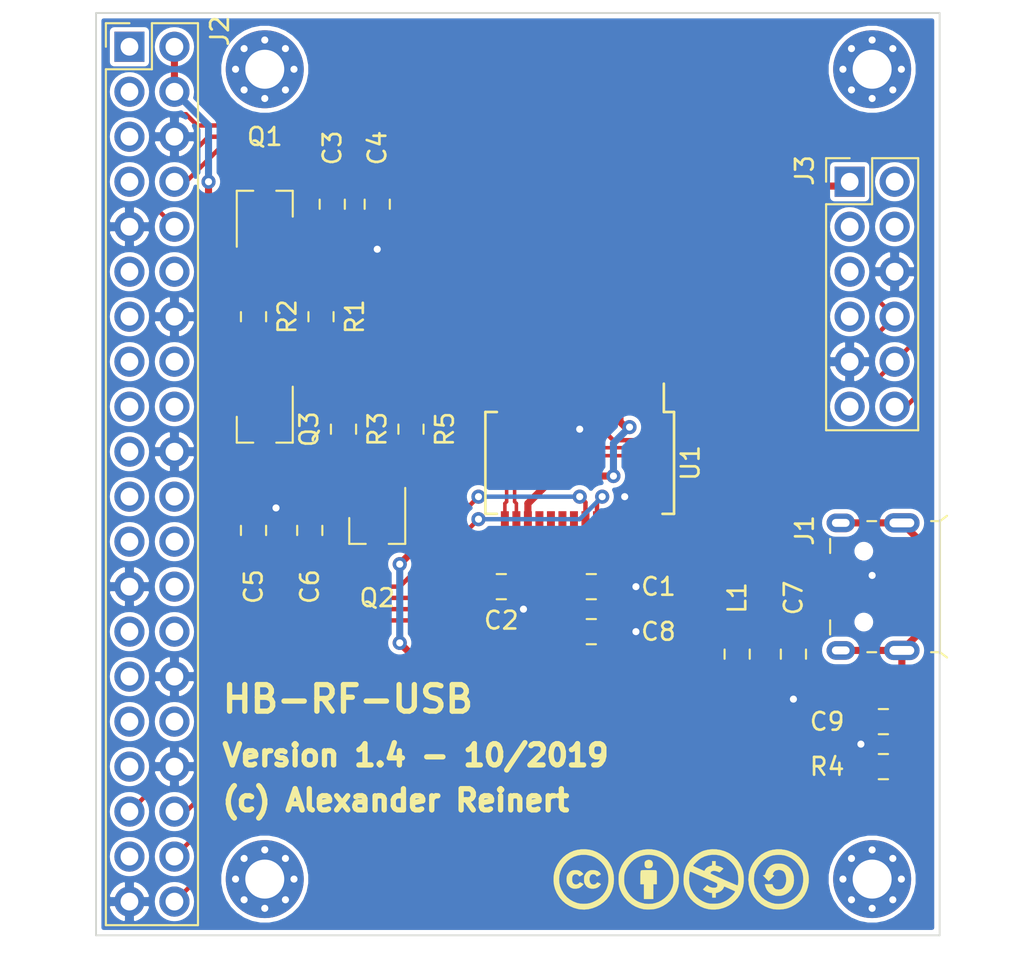
<source format=kicad_pcb>
(kicad_pcb (version 20171130) (host pcbnew "(5.1.4)-1")

  (general
    (thickness 1.6)
    (drawings 10)
    (tracks 321)
    (zones 0)
    (modules 27)
    (nets 60)
  )

  (page A4)
  (layers
    (0 F.Cu signal)
    (31 B.Cu signal)
    (32 B.Adhes user)
    (33 F.Adhes user)
    (34 B.Paste user)
    (35 F.Paste user)
    (36 B.SilkS user)
    (37 F.SilkS user)
    (38 B.Mask user)
    (39 F.Mask user)
    (40 Dwgs.User user)
    (41 Cmts.User user)
    (42 Eco1.User user)
    (43 Eco2.User user)
    (44 Edge.Cuts user)
    (45 Margin user)
    (46 B.CrtYd user)
    (47 F.CrtYd user)
    (48 B.Fab user)
    (49 F.Fab user)
  )

  (setup
    (last_trace_width 0.25)
    (trace_clearance 0.2)
    (zone_clearance 0.254)
    (zone_45_only no)
    (trace_min 0.2)
    (via_size 0.8)
    (via_drill 0.4)
    (via_min_size 0.4)
    (via_min_drill 0.3)
    (uvia_size 0.3)
    (uvia_drill 0.1)
    (uvias_allowed no)
    (uvia_min_size 0.2)
    (uvia_min_drill 0.1)
    (edge_width 0.1)
    (segment_width 0.2)
    (pcb_text_width 0.3)
    (pcb_text_size 1.5 1.5)
    (mod_edge_width 0.15)
    (mod_text_size 1 1)
    (mod_text_width 0.15)
    (pad_size 1.5 1.5)
    (pad_drill 0.6)
    (pad_to_mask_clearance 0)
    (solder_mask_min_width 0.15)
    (aux_axis_origin 0 0)
    (visible_elements 7FFFFFFF)
    (pcbplotparams
      (layerselection 0x010f0_ffffffff)
      (usegerberextensions false)
      (usegerberattributes false)
      (usegerberadvancedattributes false)
      (creategerberjobfile false)
      (excludeedgelayer true)
      (linewidth 0.100000)
      (plotframeref false)
      (viasonmask false)
      (mode 1)
      (useauxorigin false)
      (hpglpennumber 1)
      (hpglpenspeed 20)
      (hpglpendiameter 15.000000)
      (psnegative false)
      (psa4output false)
      (plotreference true)
      (plotvalue true)
      (plotinvisibletext false)
      (padsonsilk false)
      (subtractmaskfromsilk true)
      (outputformat 1)
      (mirror false)
      (drillshape 0)
      (scaleselection 1)
      (outputdirectory "./Gerber"))
  )

  (net 0 "")
  (net 1 +5V)
  (net 2 GND)
  (net 3 +3V3)
  (net 4 "Net-(C5-Pad1)")
  (net 5 "Net-(C6-Pad2)")
  (net 6 "Net-(J1-Pad4)")
  (net 7 "Net-(J2-Pad12)")
  (net 8 "Net-(J2-Pad11)")
  (net 9 /RXD)
  (net 10 /TXD)
  (net 11 "Net-(J2-Pad7)")
  (net 12 "Net-(J2-Pad5)")
  (net 13 "Net-(J2-Pad3)")
  (net 14 "Net-(J2-Pad1)")
  (net 15 /RESET)
  (net 16 /PWREN)
  (net 17 "Net-(U1-Pad28)")
  (net 18 "Net-(U1-Pad27)")
  (net 19 /R_LED)
  (net 20 "Net-(U1-Pad19)")
  (net 21 /B_LED)
  (net 22 /G_LED)
  (net 23 "Net-(U1-Pad11)")
  (net 24 "Net-(U1-Pad10)")
  (net 25 "Net-(U1-Pad9)")
  (net 26 "Net-(U1-Pad6)")
  (net 27 "Net-(U1-Pad3)")
  (net 28 "Net-(U1-Pad2)")
  (net 29 "Net-(J2-Pad37)")
  (net 30 "Net-(J2-Pad33)")
  (net 31 "Net-(J2-Pad32)")
  (net 32 "Net-(J2-Pad31)")
  (net 33 "Net-(J2-Pad29)")
  (net 34 "Net-(J2-Pad28)")
  (net 35 "Net-(J2-Pad27)")
  (net 36 "Net-(J2-Pad26)")
  (net 37 "Net-(J2-Pad24)")
  (net 38 "Net-(J2-Pad23)")
  (net 39 "Net-(J2-Pad22)")
  (net 40 "Net-(J2-Pad21)")
  (net 41 "Net-(J2-Pad19)")
  (net 42 "Net-(J2-Pad18)")
  (net 43 "Net-(J2-Pad17)")
  (net 44 "Net-(J2-Pad16)")
  (net 45 "Net-(J2-Pad15)")
  (net 46 "Net-(J2-Pad13)")
  (net 47 /D-)
  (net 48 /D+)
  (net 49 "Net-(C3-Pad2)")
  (net 50 "Net-(C3-Pad1)")
  (net 51 "Net-(J3-Pad11)")
  (net 52 "Net-(J3-Pad7)")
  (net 53 "Net-(J3-Pad5)")
  (net 54 "Net-(J3-Pad4)")
  (net 55 "Net-(J3-Pad3)")
  (net 56 "Net-(J3-Pad2)")
  (net 57 "Net-(C7-Pad1)")
  (net 58 "Net-(C9-Pad1)")
  (net 59 /PWREN_5V)

  (net_class Default "Dies ist die voreingestellte Netzklasse."
    (clearance 0.2)
    (trace_width 0.25)
    (via_dia 0.8)
    (via_drill 0.4)
    (uvia_dia 0.3)
    (uvia_drill 0.1)
    (add_net /B_LED)
    (add_net /D+)
    (add_net /D-)
    (add_net /G_LED)
    (add_net /PWREN)
    (add_net /PWREN_5V)
    (add_net /RESET)
    (add_net /RXD)
    (add_net /R_LED)
    (add_net /TXD)
    (add_net "Net-(C3-Pad2)")
    (add_net "Net-(C6-Pad2)")
    (add_net "Net-(J1-Pad4)")
    (add_net "Net-(J2-Pad1)")
    (add_net "Net-(J2-Pad11)")
    (add_net "Net-(J2-Pad12)")
    (add_net "Net-(J2-Pad13)")
    (add_net "Net-(J2-Pad15)")
    (add_net "Net-(J2-Pad16)")
    (add_net "Net-(J2-Pad17)")
    (add_net "Net-(J2-Pad18)")
    (add_net "Net-(J2-Pad19)")
    (add_net "Net-(J2-Pad21)")
    (add_net "Net-(J2-Pad22)")
    (add_net "Net-(J2-Pad23)")
    (add_net "Net-(J2-Pad24)")
    (add_net "Net-(J2-Pad26)")
    (add_net "Net-(J2-Pad27)")
    (add_net "Net-(J2-Pad28)")
    (add_net "Net-(J2-Pad29)")
    (add_net "Net-(J2-Pad3)")
    (add_net "Net-(J2-Pad31)")
    (add_net "Net-(J2-Pad32)")
    (add_net "Net-(J2-Pad33)")
    (add_net "Net-(J2-Pad37)")
    (add_net "Net-(J2-Pad5)")
    (add_net "Net-(J2-Pad7)")
    (add_net "Net-(J3-Pad11)")
    (add_net "Net-(J3-Pad2)")
    (add_net "Net-(J3-Pad3)")
    (add_net "Net-(J3-Pad4)")
    (add_net "Net-(J3-Pad5)")
    (add_net "Net-(J3-Pad7)")
    (add_net "Net-(U1-Pad10)")
    (add_net "Net-(U1-Pad11)")
    (add_net "Net-(U1-Pad19)")
    (add_net "Net-(U1-Pad2)")
    (add_net "Net-(U1-Pad27)")
    (add_net "Net-(U1-Pad28)")
    (add_net "Net-(U1-Pad3)")
    (add_net "Net-(U1-Pad6)")
    (add_net "Net-(U1-Pad9)")
  )

  (net_class VCC ""
    (clearance 0.2)
    (trace_width 0.4)
    (via_dia 0.8)
    (via_drill 0.4)
    (uvia_dia 0.3)
    (uvia_drill 0.1)
    (add_net +3V3)
    (add_net +5V)
    (add_net GND)
    (add_net "Net-(C3-Pad1)")
    (add_net "Net-(C5-Pad1)")
    (add_net "Net-(C7-Pad1)")
    (add_net "Net-(C9-Pad1)")
  )

  (module Connector_PinHeader_2.54mm:PinHeader_2x20_P2.54mm_Vertical (layer F.Cu) (tedit 59FED5CC) (tstamp 5D9F857F)
    (at 33 52.705)
    (descr "Through hole straight pin header, 2x20, 2.54mm pitch, double rows")
    (tags "Through hole pin header THT 2x20 2.54mm double row")
    (path /5BDDBF54)
    (fp_text reference J2 (at 5.1 -0.889 90) (layer F.SilkS)
      (effects (font (size 1 1) (thickness 0.15)))
    )
    (fp_text value Conn_02x20_Odd_Even (at 1.27 50.59) (layer F.Fab)
      (effects (font (size 1 1) (thickness 0.15)))
    )
    (fp_line (start 0 -1.27) (end 3.81 -1.27) (layer F.Fab) (width 0.1))
    (fp_line (start 3.81 -1.27) (end 3.81 49.53) (layer F.Fab) (width 0.1))
    (fp_line (start 3.81 49.53) (end -1.27 49.53) (layer F.Fab) (width 0.1))
    (fp_line (start -1.27 49.53) (end -1.27 0) (layer F.Fab) (width 0.1))
    (fp_line (start -1.27 0) (end 0 -1.27) (layer F.Fab) (width 0.1))
    (fp_line (start -1.33 49.59) (end 3.87 49.59) (layer F.SilkS) (width 0.12))
    (fp_line (start -1.33 1.27) (end -1.33 49.59) (layer F.SilkS) (width 0.12))
    (fp_line (start 3.87 -1.33) (end 3.87 49.59) (layer F.SilkS) (width 0.12))
    (fp_line (start -1.33 1.27) (end 1.27 1.27) (layer F.SilkS) (width 0.12))
    (fp_line (start 1.27 1.27) (end 1.27 -1.33) (layer F.SilkS) (width 0.12))
    (fp_line (start 1.27 -1.33) (end 3.87 -1.33) (layer F.SilkS) (width 0.12))
    (fp_line (start -1.33 0) (end -1.33 -1.33) (layer F.SilkS) (width 0.12))
    (fp_line (start -1.33 -1.33) (end 0 -1.33) (layer F.SilkS) (width 0.12))
    (fp_line (start -1.8 -1.8) (end -1.8 50.05) (layer F.CrtYd) (width 0.05))
    (fp_line (start -1.8 50.05) (end 4.35 50.05) (layer F.CrtYd) (width 0.05))
    (fp_line (start 4.35 50.05) (end 4.35 -1.8) (layer F.CrtYd) (width 0.05))
    (fp_line (start 4.35 -1.8) (end -1.8 -1.8) (layer F.CrtYd) (width 0.05))
    (fp_text user %R (at 1.27 24.13 90) (layer F.Fab)
      (effects (font (size 1 1) (thickness 0.15)))
    )
    (pad 1 thru_hole rect (at 0 0) (size 1.7 1.7) (drill 1) (layers *.Cu *.Mask)
      (net 14 "Net-(J2-Pad1)"))
    (pad 2 thru_hole oval (at 2.54 0) (size 1.7 1.7) (drill 1) (layers *.Cu *.Mask)
      (net 4 "Net-(C5-Pad1)"))
    (pad 3 thru_hole oval (at 0 2.54) (size 1.7 1.7) (drill 1) (layers *.Cu *.Mask)
      (net 13 "Net-(J2-Pad3)"))
    (pad 4 thru_hole oval (at 2.54 2.54) (size 1.7 1.7) (drill 1) (layers *.Cu *.Mask)
      (net 4 "Net-(C5-Pad1)"))
    (pad 5 thru_hole oval (at 0 5.08) (size 1.7 1.7) (drill 1) (layers *.Cu *.Mask)
      (net 12 "Net-(J2-Pad5)"))
    (pad 6 thru_hole oval (at 2.54 5.08) (size 1.7 1.7) (drill 1) (layers *.Cu *.Mask)
      (net 2 GND))
    (pad 7 thru_hole oval (at 0 7.62) (size 1.7 1.7) (drill 1) (layers *.Cu *.Mask)
      (net 11 "Net-(J2-Pad7)"))
    (pad 8 thru_hole oval (at 2.54 7.62) (size 1.7 1.7) (drill 1) (layers *.Cu *.Mask)
      (net 10 /TXD))
    (pad 9 thru_hole oval (at 0 10.16) (size 1.7 1.7) (drill 1) (layers *.Cu *.Mask)
      (net 2 GND))
    (pad 10 thru_hole oval (at 2.54 10.16) (size 1.7 1.7) (drill 1) (layers *.Cu *.Mask)
      (net 9 /RXD))
    (pad 11 thru_hole oval (at 0 12.7) (size 1.7 1.7) (drill 1) (layers *.Cu *.Mask)
      (net 8 "Net-(J2-Pad11)"))
    (pad 12 thru_hole oval (at 2.54 12.7) (size 1.7 1.7) (drill 1) (layers *.Cu *.Mask)
      (net 7 "Net-(J2-Pad12)"))
    (pad 13 thru_hole oval (at 0 15.24) (size 1.7 1.7) (drill 1) (layers *.Cu *.Mask)
      (net 46 "Net-(J2-Pad13)"))
    (pad 14 thru_hole oval (at 2.54 15.24) (size 1.7 1.7) (drill 1) (layers *.Cu *.Mask)
      (net 2 GND))
    (pad 15 thru_hole oval (at 0 17.78) (size 1.7 1.7) (drill 1) (layers *.Cu *.Mask)
      (net 45 "Net-(J2-Pad15)"))
    (pad 16 thru_hole oval (at 2.54 17.78) (size 1.7 1.7) (drill 1) (layers *.Cu *.Mask)
      (net 44 "Net-(J2-Pad16)"))
    (pad 17 thru_hole oval (at 0 20.32) (size 1.7 1.7) (drill 1) (layers *.Cu *.Mask)
      (net 43 "Net-(J2-Pad17)"))
    (pad 18 thru_hole oval (at 2.54 20.32) (size 1.7 1.7) (drill 1) (layers *.Cu *.Mask)
      (net 42 "Net-(J2-Pad18)"))
    (pad 19 thru_hole oval (at 0 22.86) (size 1.7 1.7) (drill 1) (layers *.Cu *.Mask)
      (net 41 "Net-(J2-Pad19)"))
    (pad 20 thru_hole oval (at 2.54 22.86) (size 1.7 1.7) (drill 1) (layers *.Cu *.Mask)
      (net 2 GND))
    (pad 21 thru_hole oval (at 0 25.4) (size 1.7 1.7) (drill 1) (layers *.Cu *.Mask)
      (net 40 "Net-(J2-Pad21)"))
    (pad 22 thru_hole oval (at 2.54 25.4) (size 1.7 1.7) (drill 1) (layers *.Cu *.Mask)
      (net 39 "Net-(J2-Pad22)"))
    (pad 23 thru_hole oval (at 0 27.94) (size 1.7 1.7) (drill 1) (layers *.Cu *.Mask)
      (net 38 "Net-(J2-Pad23)"))
    (pad 24 thru_hole oval (at 2.54 27.94) (size 1.7 1.7) (drill 1) (layers *.Cu *.Mask)
      (net 37 "Net-(J2-Pad24)"))
    (pad 25 thru_hole oval (at 0 30.48) (size 1.7 1.7) (drill 1) (layers *.Cu *.Mask)
      (net 2 GND))
    (pad 26 thru_hole oval (at 2.54 30.48) (size 1.7 1.7) (drill 1) (layers *.Cu *.Mask)
      (net 36 "Net-(J2-Pad26)"))
    (pad 27 thru_hole oval (at 0 33.02) (size 1.7 1.7) (drill 1) (layers *.Cu *.Mask)
      (net 35 "Net-(J2-Pad27)"))
    (pad 28 thru_hole oval (at 2.54 33.02) (size 1.7 1.7) (drill 1) (layers *.Cu *.Mask)
      (net 34 "Net-(J2-Pad28)"))
    (pad 29 thru_hole oval (at 0 35.56) (size 1.7 1.7) (drill 1) (layers *.Cu *.Mask)
      (net 33 "Net-(J2-Pad29)"))
    (pad 30 thru_hole oval (at 2.54 35.56) (size 1.7 1.7) (drill 1) (layers *.Cu *.Mask)
      (net 2 GND))
    (pad 31 thru_hole oval (at 0 38.1) (size 1.7 1.7) (drill 1) (layers *.Cu *.Mask)
      (net 32 "Net-(J2-Pad31)"))
    (pad 32 thru_hole oval (at 2.54 38.1) (size 1.7 1.7) (drill 1) (layers *.Cu *.Mask)
      (net 31 "Net-(J2-Pad32)"))
    (pad 33 thru_hole oval (at 0 40.64) (size 1.7 1.7) (drill 1) (layers *.Cu *.Mask)
      (net 30 "Net-(J2-Pad33)"))
    (pad 34 thru_hole oval (at 2.54 40.64) (size 1.7 1.7) (drill 1) (layers *.Cu *.Mask)
      (net 2 GND))
    (pad 35 thru_hole oval (at 0 43.18) (size 1.7 1.7) (drill 1) (layers *.Cu *.Mask)
      (net 15 /RESET))
    (pad 36 thru_hole oval (at 2.54 43.18) (size 1.7 1.7) (drill 1) (layers *.Cu *.Mask)
      (net 19 /R_LED))
    (pad 37 thru_hole oval (at 0 45.72) (size 1.7 1.7) (drill 1) (layers *.Cu *.Mask)
      (net 29 "Net-(J2-Pad37)"))
    (pad 38 thru_hole oval (at 2.54 45.72) (size 1.7 1.7) (drill 1) (layers *.Cu *.Mask)
      (net 22 /G_LED))
    (pad 39 thru_hole oval (at 0 48.26) (size 1.7 1.7) (drill 1) (layers *.Cu *.Mask)
      (net 2 GND))
    (pad 40 thru_hole oval (at 2.54 48.26) (size 1.7 1.7) (drill 1) (layers *.Cu *.Mask)
      (net 21 /B_LED))
    (model ${KISYS3DMOD}/Connector_PinHeader_2.54mm.3dshapes/PinHeader_2x20_P2.54mm_Vertical.wrl
      (at (xyz 0 0 0))
      (scale (xyz 1 1 1))
      (rotate (xyz 0 0 0))
    )
  )

  (module Mounting_Holes:MountingHole_2.2mm_M2_Pad_Via (layer F.Cu) (tedit 5BFDC36B) (tstamp 5BDE3A67)
    (at 74.93 53.975)
    (descr "Mounting Hole 2.2mm, M2")
    (tags "mounting hole 2.2mm m2")
    (attr virtual)
    (fp_text reference "" (at 0 -3.2) (layer F.SilkS) hide
      (effects (font (size 1 1) (thickness 0.15)))
    )
    (fp_text value "" (at 0 3.2) (layer F.Fab)
      (effects (font (size 1 1) (thickness 0.15)))
    )
    (fp_circle (center 0 0) (end 2.45 0) (layer F.CrtYd) (width 0.05))
    (fp_circle (center 0 0) (end 2.2 0) (layer Cmts.User) (width 0.15))
    (fp_text user %R (at 0.3 0) (layer F.Fab)
      (effects (font (size 1 1) (thickness 0.15)))
    )
    (pad 1 thru_hole circle (at 1.166726 -1.166726) (size 0.7 0.7) (drill 0.4) (layers *.Cu *.Mask))
    (pad 1 thru_hole circle (at 0 -1.65) (size 0.7 0.7) (drill 0.4) (layers *.Cu *.Mask))
    (pad 1 thru_hole circle (at -1.166726 -1.166726) (size 0.7 0.7) (drill 0.4) (layers *.Cu *.Mask))
    (pad 1 thru_hole circle (at -1.65 0) (size 0.7 0.7) (drill 0.4) (layers *.Cu *.Mask))
    (pad 1 thru_hole circle (at -1.166726 1.166726) (size 0.7 0.7) (drill 0.4) (layers *.Cu *.Mask))
    (pad 1 thru_hole circle (at 0 1.65) (size 0.7 0.7) (drill 0.4) (layers *.Cu *.Mask))
    (pad 1 thru_hole circle (at 1.166726 1.166726) (size 0.7 0.7) (drill 0.4) (layers *.Cu *.Mask))
    (pad 1 thru_hole circle (at 1.65 0) (size 0.7 0.7) (drill 0.4) (layers *.Cu *.Mask))
    (pad 1 thru_hole circle (at 0 0) (size 4.4 4.4) (drill 2.2) (layers *.Cu *.Mask))
  )

  (module Mounting_Holes:MountingHole_2.2mm_M2_Pad_Via (layer F.Cu) (tedit 5BFDC363) (tstamp 5BDE3161)
    (at 40.64 53.975)
    (descr "Mounting Hole 2.2mm, M2")
    (tags "mounting hole 2.2mm m2")
    (attr virtual)
    (fp_text reference "" (at 0 -3.2) (layer F.SilkS) hide
      (effects (font (size 1 1) (thickness 0.15)))
    )
    (fp_text value "" (at 0 3.2) (layer F.Fab)
      (effects (font (size 1 1) (thickness 0.15)))
    )
    (fp_text user %R (at 0.3 0) (layer F.Fab)
      (effects (font (size 1 1) (thickness 0.15)))
    )
    (fp_circle (center 0 0) (end 2.2 0) (layer Cmts.User) (width 0.15))
    (fp_circle (center 0 0) (end 2.45 0) (layer F.CrtYd) (width 0.05))
    (pad 1 thru_hole circle (at 0 0) (size 4.4 4.4) (drill 2.2) (layers *.Cu *.Mask))
    (pad 1 thru_hole circle (at 1.65 0) (size 0.7 0.7) (drill 0.4) (layers *.Cu *.Mask))
    (pad 1 thru_hole circle (at 1.166726 1.166726) (size 0.7 0.7) (drill 0.4) (layers *.Cu *.Mask))
    (pad 1 thru_hole circle (at 0 1.65) (size 0.7 0.7) (drill 0.4) (layers *.Cu *.Mask))
    (pad 1 thru_hole circle (at -1.166726 1.166726) (size 0.7 0.7) (drill 0.4) (layers *.Cu *.Mask))
    (pad 1 thru_hole circle (at -1.65 0) (size 0.7 0.7) (drill 0.4) (layers *.Cu *.Mask))
    (pad 1 thru_hole circle (at -1.166726 -1.166726) (size 0.7 0.7) (drill 0.4) (layers *.Cu *.Mask))
    (pad 1 thru_hole circle (at 0 -1.65) (size 0.7 0.7) (drill 0.4) (layers *.Cu *.Mask))
    (pad 1 thru_hole circle (at 1.166726 -1.166726) (size 0.7 0.7) (drill 0.4) (layers *.Cu *.Mask))
  )

  (module Mounting_Holes:MountingHole_2.2mm_M2_Pad_Via (layer F.Cu) (tedit 5BFDC396) (tstamp 5BDE3123)
    (at 40.64 99.695)
    (descr "Mounting Hole 2.2mm, M2")
    (tags "mounting hole 2.2mm m2")
    (attr virtual)
    (fp_text reference "" (at 0 -3.2) (layer F.SilkS) hide
      (effects (font (size 1 1) (thickness 0.15)))
    )
    (fp_text value "" (at 0 3.2) (layer F.Fab)
      (effects (font (size 1 1) (thickness 0.15)))
    )
    (fp_circle (center 0 0) (end 2.45 0) (layer F.CrtYd) (width 0.05))
    (fp_circle (center 0 0) (end 2.2 0) (layer Cmts.User) (width 0.15))
    (fp_text user %R (at 0.3 0) (layer F.Fab)
      (effects (font (size 1 1) (thickness 0.15)))
    )
    (pad 1 thru_hole circle (at 1.166726 -1.166726) (size 0.7 0.7) (drill 0.4) (layers *.Cu *.Mask))
    (pad 1 thru_hole circle (at 0 -1.65) (size 0.7 0.7) (drill 0.4) (layers *.Cu *.Mask))
    (pad 1 thru_hole circle (at -1.166726 -1.166726) (size 0.7 0.7) (drill 0.4) (layers *.Cu *.Mask))
    (pad 1 thru_hole circle (at -1.65 0) (size 0.7 0.7) (drill 0.4) (layers *.Cu *.Mask))
    (pad 1 thru_hole circle (at -1.166726 1.166726) (size 0.7 0.7) (drill 0.4) (layers *.Cu *.Mask))
    (pad 1 thru_hole circle (at 0 1.65) (size 0.7 0.7) (drill 0.4) (layers *.Cu *.Mask))
    (pad 1 thru_hole circle (at 1.166726 1.166726) (size 0.7 0.7) (drill 0.4) (layers *.Cu *.Mask))
    (pad 1 thru_hole circle (at 1.65 0) (size 0.7 0.7) (drill 0.4) (layers *.Cu *.Mask))
    (pad 1 thru_hole circle (at 0 0) (size 4.4 4.4) (drill 2.2) (layers *.Cu *.Mask))
  )

  (module Homebrew:CC-BY-ND-SA (layer F.Cu) (tedit 5BFDC3A9) (tstamp 5BDE2FEA)
    (at 64.135 99.695)
    (fp_text reference "" (at 0 0) (layer F.SilkS) hide
      (effects (font (size 1.524 1.524) (thickness 0.3)))
    )
    (fp_text value "" (at 0.75 0) (layer F.SilkS) hide
      (effects (font (size 1.524 1.524) (thickness 0.3)))
    )
    (fp_poly (pts (xy 5.631663 -0.869092) (xy 5.756036 -0.849657) (xy 5.808844 -0.835608) (xy 5.958363 -0.770394)
      (xy 6.089457 -0.675837) (xy 6.199517 -0.555252) (xy 6.285937 -0.411952) (xy 6.346109 -0.249251)
      (xy 6.371997 -0.119868) (xy 6.382633 0.074657) (xy 6.361671 0.257556) (xy 6.30983 0.425875)
      (xy 6.227827 0.576658) (xy 6.190782 0.626424) (xy 6.067105 0.752147) (xy 5.923981 0.84844)
      (xy 5.76494 0.913961) (xy 5.593512 0.947365) (xy 5.413228 0.947307) (xy 5.363715 0.941412)
      (xy 5.210463 0.901754) (xy 5.07216 0.831164) (xy 4.952761 0.733294) (xy 4.856223 0.611792)
      (xy 4.786504 0.470308) (xy 4.76108 0.385536) (xy 4.738558 0.290286) (xy 5.166406 0.290286)
      (xy 5.186431 0.36981) (xy 5.221372 0.44617) (xy 5.280267 0.514618) (xy 5.351973 0.56355)
      (xy 5.384225 0.575773) (xy 5.429607 0.583324) (xy 5.494601 0.588232) (xy 5.54443 0.589337)
      (xy 5.653061 0.574945) (xy 5.743656 0.530985) (xy 5.819732 0.455288) (xy 5.858714 0.395772)
      (xy 5.906243 0.285879) (xy 5.934892 0.161405) (xy 5.945233 0.02991) (xy 5.937837 -0.101048)
      (xy 5.913276 -0.223909) (xy 5.872121 -0.331115) (xy 5.814946 -0.415105) (xy 5.795987 -0.433571)
      (xy 5.706483 -0.489204) (xy 5.600325 -0.518149) (xy 5.48637 -0.519526) (xy 5.373472 -0.492452)
      (xy 5.341462 -0.478806) (xy 5.280718 -0.435252) (xy 5.227647 -0.371815) (xy 5.192726 -0.302371)
      (xy 5.18568 -0.272521) (xy 5.188127 -0.238198) (xy 5.214096 -0.221725) (xy 5.230231 -0.218092)
      (xy 5.249984 -0.213251) (xy 5.258418 -0.204984) (xy 5.252666 -0.188932) (xy 5.229859 -0.160738)
      (xy 5.187131 -0.116041) (xy 5.121614 -0.050484) (xy 5.116838 -0.045735) (xy 4.953 0.117172)
      (xy 4.78912 -0.045735) (xy 4.625239 -0.208643) (xy 4.684798 -0.217714) (xy 4.72315 -0.227831)
      (xy 4.746464 -0.250297) (xy 4.764522 -0.295733) (xy 4.768339 -0.308429) (xy 4.831988 -0.475308)
      (xy 4.916613 -0.61287) (xy 5.022946 -0.72191) (xy 5.151719 -0.803223) (xy 5.263314 -0.846445)
      (xy 5.371321 -0.867763) (xy 5.498764 -0.875219) (xy 5.631663 -0.869092)) (layer F.SilkS) (width 0.01))
    (fp_poly (pts (xy -1.758829 -1.081206) (xy -1.681066 -1.051401) (xy -1.644833 -1.023028) (xy -1.602485 -0.957461)
      (xy -1.58392 -0.876987) (xy -1.588425 -0.792509) (xy -1.615287 -0.714933) (xy -1.663794 -0.655164)
      (xy -1.669155 -0.651061) (xy -1.734456 -0.620972) (xy -1.816263 -0.607523) (xy -1.897774 -0.612956)
      (xy -1.917466 -0.617925) (xy -1.983336 -0.650778) (xy -2.025596 -0.704563) (xy -2.046664 -0.783464)
      (xy -2.050143 -0.847485) (xy -2.048325 -0.914308) (xy -2.040276 -0.957618) (xy -2.022101 -0.990111)
      (xy -1.998444 -1.016061) (xy -1.928279 -1.063325) (xy -1.844821 -1.08511) (xy -1.758829 -1.081206)) (layer F.SilkS) (width 0.01))
    (fp_poly (pts (xy -1.684775 -0.507665) (xy -1.582561 -0.506458) (xy -1.507467 -0.504075) (xy -1.454911 -0.500211)
      (xy -1.420315 -0.494563) (xy -1.399096 -0.486826) (xy -1.389225 -0.47949) (xy -1.379373 -0.464706)
      (xy -1.37202 -0.4396) (xy -1.366826 -0.399396) (xy -1.363449 -0.339319) (xy -1.361547 -0.254593)
      (xy -1.36078 -0.140441) (xy -1.360715 -0.080347) (xy -1.360715 0.290286) (xy -1.560286 0.290286)
      (xy -1.560286 1.124857) (xy -2.086429 1.124857) (xy -2.086429 0.290286) (xy -2.286 0.290286)
      (xy -2.286 -0.078831) (xy -2.285741 -0.204694) (xy -2.284688 -0.299273) (xy -2.282423 -0.367566)
      (xy -2.278533 -0.414571) (xy -2.272602 -0.445289) (xy -2.264213 -0.464717) (xy -2.252952 -0.477856)
      (xy -2.252822 -0.477974) (xy -2.237759 -0.487929) (xy -2.214354 -0.495451) (xy -2.17789 -0.500868)
      (xy -2.123652 -0.504505) (xy -2.046921 -0.506688) (xy -1.942983 -0.507744) (xy -1.818689 -0.508)
      (xy -1.684775 -0.507665)) (layer F.SilkS) (width 0.01))
    (fp_poly (pts (xy -4.925138 -0.505796) (xy -4.81855 -0.491246) (xy -4.726924 -0.463993) (xy -4.693669 -0.447651)
      (xy -4.639115 -0.409823) (xy -4.588988 -0.365166) (xy -4.550081 -0.321093) (xy -4.529184 -0.285019)
      (xy -4.529165 -0.268063) (xy -4.549131 -0.252659) (xy -4.592001 -0.22733) (xy -4.641358 -0.20123)
      (xy -4.744357 -0.149271) (xy -4.777776 -0.193653) (xy -4.817814 -0.232366) (xy -4.869336 -0.265727)
      (xy -4.872397 -0.267221) (xy -4.947499 -0.28463) (xy -5.023094 -0.271287) (xy -5.087866 -0.230532)
      (xy -5.116265 -0.195244) (xy -5.152204 -0.107439) (xy -5.165591 -0.007448) (xy -5.157294 0.093932)
      (xy -5.128182 0.185902) (xy -5.079925 0.256867) (xy -5.0414 0.288969) (xy -4.999968 0.304281)
      (xy -4.939733 0.308413) (xy -4.93386 0.308429) (xy -4.874027 0.305564) (xy -4.833513 0.292248)
      (xy -4.795506 0.2614) (xy -4.777066 0.242382) (xy -4.714776 0.176335) (xy -4.624054 0.218826)
      (xy -4.57219 0.244896) (xy -4.535268 0.266765) (xy -4.524183 0.276124) (xy -4.527781 0.301789)
      (xy -4.554432 0.341255) (xy -4.597453 0.387528) (xy -4.650161 0.433616) (xy -4.705872 0.472524)
      (xy -4.719126 0.480114) (xy -4.824046 0.520178) (xy -4.944788 0.539238) (xy -5.06673 0.536033)
      (xy -5.152572 0.517493) (xy -5.26254 0.463284) (xy -5.353645 0.37893) (xy -5.418378 0.277249)
      (xy -5.44427 0.218917) (xy -5.459545 0.165976) (xy -5.466834 0.104803) (xy -5.468772 0.021776)
      (xy -5.468776 0.016534) (xy -5.467255 -0.066199) (xy -5.460852 -0.126179) (xy -5.446806 -0.176873)
      (xy -5.422354 -0.231753) (xy -5.414807 -0.246699) (xy -5.344396 -0.350781) (xy -5.253868 -0.432217)
      (xy -5.150323 -0.484924) (xy -5.12913 -0.49136) (xy -5.03317 -0.506286) (xy -4.925138 -0.505796)) (layer F.SilkS) (width 0.01))
    (fp_poly (pts (xy -5.843953 -0.500439) (xy -5.757446 -0.482839) (xy -5.749031 -0.480035) (xy -5.700535 -0.455967)
      (xy -5.644831 -0.418203) (xy -5.590408 -0.373943) (xy -5.545751 -0.33039) (xy -5.519348 -0.294746)
      (xy -5.515644 -0.281973) (xy -5.53052 -0.264326) (xy -5.569301 -0.236276) (xy -5.623252 -0.204088)
      (xy -5.730645 -0.145104) (xy -5.769091 -0.199097) (xy -5.828835 -0.254083) (xy -5.904 -0.280239)
      (xy -5.984781 -0.27482) (xy -6.009283 -0.266361) (xy -6.072088 -0.228314) (xy -6.113801 -0.172277)
      (xy -6.13806 -0.091943) (xy -6.14572 -0.029835) (xy -6.145108 0.086167) (xy -6.121607 0.177082)
      (xy -6.074001 0.246926) (xy -6.057111 0.262478) (xy -5.991622 0.298108) (xy -5.916913 0.309361)
      (xy -5.843584 0.297538) (xy -5.782234 0.263942) (xy -5.750213 0.224782) (xy -5.728724 0.194672)
      (xy -5.701887 0.184365) (xy -5.662118 0.194242) (xy -5.601833 0.224686) (xy -5.587104 0.233015)
      (xy -5.49678 0.284602) (xy -5.571814 0.369845) (xy -5.658971 0.452843) (xy -5.751414 0.505228)
      (xy -5.859562 0.531957) (xy -5.923643 0.537288) (xy -5.996805 0.538034) (xy -6.063044 0.534665)
      (xy -6.105072 0.528499) (xy -6.218229 0.481018) (xy -6.316183 0.404686) (xy -6.391717 0.306046)
      (xy -6.422688 0.240452) (xy -6.45238 0.117926) (xy -6.458053 -0.016497) (xy -6.439748 -0.147547)
      (xy -6.421555 -0.207195) (xy -6.373897 -0.296042) (xy -6.303931 -0.37868) (xy -6.221605 -0.445362)
      (xy -6.136867 -0.486341) (xy -6.136564 -0.486432) (xy -6.049851 -0.502506) (xy -5.946868 -0.507085)
      (xy -5.843953 -0.500439)) (layer F.SilkS) (width 0.01))
    (fp_poly (pts (xy 5.670842 -1.677935) (xy 5.915989 -1.63849) (xy 6.050643 -1.601909) (xy 6.269262 -1.514938)
      (xy 6.474607 -1.395684) (xy 6.663296 -1.246777) (xy 6.831945 -1.070844) (xy 6.962883 -0.892993)
      (xy 7.071921 -0.691595) (xy 7.150769 -0.474874) (xy 7.199461 -0.247583) (xy 7.218029 -0.014479)
      (xy 7.206508 0.219682) (xy 7.164931 0.450144) (xy 7.09333 0.672153) (xy 6.99174 0.880951)
      (xy 6.949976 0.948698) (xy 6.811165 1.129568) (xy 6.644386 1.293309) (xy 6.455571 1.435725)
      (xy 6.250655 1.552615) (xy 6.035573 1.639782) (xy 5.930782 1.669753) (xy 5.763154 1.700578)
      (xy 5.581777 1.715724) (xy 5.400261 1.714879) (xy 5.232217 1.697733) (xy 5.17534 1.687012)
      (xy 4.941487 1.621211) (xy 4.729088 1.529022) (xy 4.533181 1.407644) (xy 4.348806 1.254278)
      (xy 4.270165 1.176054) (xy 4.111735 0.985678) (xy 3.986368 0.780431) (xy 3.894291 0.560879)
      (xy 3.83573 0.327589) (xy 3.810911 0.08113) (xy 3.81 0.02224) (xy 3.810835 0.007953)
      (xy 4.121254 0.007953) (xy 4.124758 0.146854) (xy 4.13872 0.270671) (xy 4.144659 0.301355)
      (xy 4.206645 0.50465) (xy 4.299913 0.695355) (xy 4.420897 0.8702) (xy 4.566033 1.025918)
      (xy 4.731755 1.159241) (xy 4.914498 1.2669) (xy 5.110698 1.345626) (xy 5.316789 1.392153)
      (xy 5.337499 1.394872) (xy 5.49535 1.403679) (xy 5.664778 1.395219) (xy 5.826203 1.370751)
      (xy 5.869071 1.360751) (xy 6.056878 1.295399) (xy 6.239622 1.198982) (xy 6.410435 1.076679)
      (xy 6.562449 0.933665) (xy 6.688794 0.775117) (xy 6.727552 0.713739) (xy 6.813562 0.533659)
      (xy 6.872816 0.335649) (xy 6.904311 0.127345) (xy 6.907043 -0.083619) (xy 6.880007 -0.28961)
      (xy 6.866866 -0.345744) (xy 6.799893 -0.535577) (xy 6.701334 -0.717408) (xy 6.575816 -0.885598)
      (xy 6.42796 -1.034507) (xy 6.262392 -1.158496) (xy 6.147519 -1.223027) (xy 6.017285 -1.282756)
      (xy 5.90246 -1.32426) (xy 5.790443 -1.350436) (xy 5.668632 -1.364183) (xy 5.524424 -1.3684)
      (xy 5.515428 -1.368413) (xy 5.338795 -1.361192) (xy 5.184248 -1.337577) (xy 5.040251 -1.29482)
      (xy 4.895269 -1.230173) (xy 4.862285 -1.212842) (xy 4.682817 -1.096421) (xy 4.520049 -0.951294)
      (xy 4.378505 -0.782938) (xy 4.262708 -0.596828) (xy 4.17718 -0.398441) (xy 4.168965 -0.373438)
      (xy 4.143811 -0.264774) (xy 4.127756 -0.133449) (xy 4.121254 0.007953) (xy 3.810835 0.007953)
      (xy 3.824302 -0.222432) (xy 3.868255 -0.448631) (xy 3.94343 -0.660866) (xy 4.051396 -0.863645)
      (xy 4.182697 -1.047804) (xy 4.349783 -1.228665) (xy 4.537058 -1.380734) (xy 4.741512 -1.503119)
      (xy 4.960129 -1.594925) (xy 5.189899 -1.655259) (xy 5.427807 -1.683227) (xy 5.670842 -1.677935)) (layer F.SilkS) (width 0.01))
    (fp_poly (pts (xy 2.004497 -1.677952) (xy 2.239964 -1.640843) (xy 2.466241 -1.573957) (xy 2.677838 -1.477988)
      (xy 2.781126 -1.416245) (xy 2.980099 -1.265197) (xy 3.152477 -1.090769) (xy 3.296565 -0.895326)
      (xy 3.41067 -0.681233) (xy 3.493097 -0.450855) (xy 3.504902 -0.405983) (xy 3.530828 -0.262819)
      (xy 3.544851 -0.098346) (xy 3.546966 0.074642) (xy 3.53717 0.24335) (xy 3.515455 0.394984)
      (xy 3.505228 0.440896) (xy 3.435023 0.661014) (xy 3.337718 0.86115) (xy 3.210384 1.046302)
      (xy 3.050096 1.221468) (xy 3.045444 1.225952) (xy 2.879178 1.371149) (xy 2.711865 1.486251)
      (xy 2.534883 1.576649) (xy 2.404276 1.626876) (xy 2.175011 1.687526) (xy 1.937941 1.717256)
      (xy 1.701738 1.715379) (xy 1.542143 1.695) (xy 1.316831 1.636381) (xy 1.100807 1.54555)
      (xy 0.897824 1.425774) (xy 0.711631 1.280321) (xy 0.54598 1.112458) (xy 0.404622 0.925453)
      (xy 0.291308 0.722574) (xy 0.221183 0.544286) (xy 0.187458 0.42911) (xy 0.16476 0.32333)
      (xy 0.151773 0.215805) (xy 0.147183 0.09539) (xy 0.148609 0.012653) (xy 0.453886 0.012653)
      (xy 0.462432 0.189028) (xy 0.489328 0.345411) (xy 0.537478 0.494643) (xy 0.588379 0.607786)
      (xy 0.705747 0.806105) (xy 0.847631 0.977745) (xy 1.014726 1.123399) (xy 1.207726 1.243761)
      (xy 1.244985 1.262654) (xy 1.356604 1.313919) (xy 1.456625 1.350444) (xy 1.555093 1.37419)
      (xy 1.662052 1.387115) (xy 1.787548 1.391182) (xy 1.895928 1.389701) (xy 2.011783 1.385462)
      (xy 2.100421 1.378873) (xy 2.170889 1.368794) (xy 2.232236 1.354087) (xy 2.267465 1.342897)
      (xy 2.432452 1.278043) (xy 2.575614 1.201601) (xy 2.708674 1.106262) (xy 2.843352 0.984717)
      (xy 2.846005 0.982105) (xy 2.924337 0.900668) (xy 2.987461 0.826668) (xy 3.032432 0.764215)
      (xy 3.056307 0.717421) (xy 3.056142 0.690396) (xy 3.055431 0.689619) (xy 3.03471 0.677732)
      (xy 2.987457 0.654544) (xy 2.920282 0.623012) (xy 2.839792 0.586097) (xy 2.752595 0.546758)
      (xy 2.6653 0.507955) (xy 2.584516 0.472646) (xy 2.516849 0.443792) (xy 2.468909 0.424352)
      (xy 2.447347 0.417286) (xy 2.433463 0.432531) (xy 2.416458 0.469726) (xy 2.4147 0.474635)
      (xy 2.361869 0.573238) (xy 2.279408 0.658617) (xy 2.172931 0.726175) (xy 2.054208 0.769775)
      (xy 1.9685 0.791694) (xy 1.966376 0.917454) (xy 1.964253 1.043214) (xy 1.768928 1.043214)
      (xy 1.758358 0.78466) (xy 1.651666 0.772589) (xy 1.556675 0.75144) (xy 1.45191 0.711814)
      (xy 1.353461 0.660683) (xy 1.289366 0.615597) (xy 1.245231 0.578461) (xy 1.365851 0.457841)
      (xy 1.486471 0.337222) (xy 1.52814 0.376367) (xy 1.599844 0.42682) (xy 1.688433 0.464262)
      (xy 1.784297 0.487079) (xy 1.877826 0.493657) (xy 1.959408 0.482382) (xy 2.012083 0.457629)
      (xy 2.041772 0.429061) (xy 2.055706 0.392767) (xy 2.059214 0.334737) (xy 2.059214 0.33372)
      (xy 2.057109 0.27913) (xy 2.04614 0.247513) (xy 2.019323 0.225605) (xy 1.995714 0.213102)
      (xy 1.944855 0.188646) (xy 1.869545 0.153905) (xy 1.773873 0.110654) (xy 1.661926 0.06067)
      (xy 1.537793 0.005728) (xy 1.40556 -0.052397) (xy 1.269315 -0.111929) (xy 1.133145 -0.171093)
      (xy 1.00114 -0.228113) (xy 0.877385 -0.281213) (xy 0.765969 -0.328618) (xy 0.67098 -0.368552)
      (xy 0.596505 -0.39924) (xy 0.546631 -0.418906) (xy 0.525446 -0.425775) (xy 0.525079 -0.4257)
      (xy 0.509594 -0.399671) (xy 0.493846 -0.345314) (xy 0.479123 -0.270558) (xy 0.466712 -0.183325)
      (xy 0.457899 -0.091544) (xy 0.453974 -0.003139) (xy 0.453886 0.012653) (xy 0.148609 0.012653)
      (xy 0.149673 -0.049056) (xy 0.150016 -0.058632) (xy 0.170045 -0.288086) (xy 0.213987 -0.494986)
      (xy 0.284269 -0.686021) (xy 0.321729 -0.754798) (xy 0.68963 -0.754798) (xy 0.705166 -0.738069)
      (xy 0.745722 -0.713385) (xy 0.802544 -0.686068) (xy 0.803022 -0.685861) (xy 0.866491 -0.658202)
      (xy 0.951129 -0.621009) (xy 1.044976 -0.579548) (xy 1.120374 -0.54608) (xy 1.324534 -0.455224)
      (xy 1.36126 -0.527213) (xy 1.426479 -0.615262) (xy 1.522788 -0.685016) (xy 1.649796 -0.736222)
      (xy 1.709964 -0.751645) (xy 1.736079 -0.759245) (xy 1.750997 -0.7733) (xy 1.75785 -0.802453)
      (xy 1.759769 -0.855343) (xy 1.759857 -0.889346) (xy 1.759857 -1.016) (xy 1.959428 -1.016)
      (xy 1.959428 -0.763644) (xy 2.027464 -0.752492) (xy 2.110114 -0.733338) (xy 2.198444 -0.703976)
      (xy 2.279314 -0.669466) (xy 2.339584 -0.634867) (xy 2.346385 -0.629703) (xy 2.396383 -0.589643)
      (xy 2.177621 -0.373537) (xy 2.091696 -0.415283) (xy 1.999013 -0.449818) (xy 1.906475 -0.465989)
      (xy 1.820922 -0.464512) (xy 1.749195 -0.446104) (xy 1.698134 -0.411481) (xy 1.67656 -0.371796)
      (xy 1.67292 -0.330936) (xy 1.68045 -0.308027) (xy 1.70022 -0.297221) (xy 1.749075 -0.273733)
      (xy 1.822903 -0.23939) (xy 1.917596 -0.196024) (xy 2.029046 -0.145462) (xy 2.153142 -0.089536)
      (xy 2.285775 -0.030073) (xy 2.422837 0.031096) (xy 2.560218 0.092142) (xy 2.693809 0.151236)
      (xy 2.819501 0.206547) (xy 2.933184 0.256248) (xy 3.03075 0.298508) (xy 3.108089 0.331498)
      (xy 3.161091 0.353388) (xy 3.185649 0.362349) (xy 3.186492 0.362469) (xy 3.204742 0.347183)
      (xy 3.217829 0.312964) (xy 3.240011 0.150735) (xy 3.242527 -0.027907) (xy 3.226174 -0.209412)
      (xy 3.191753 -0.38023) (xy 3.173303 -0.441931) (xy 3.098341 -0.614798) (xy 2.992572 -0.78221)
      (xy 2.861473 -0.938372) (xy 2.710522 -1.077488) (xy 2.545195 -1.193762) (xy 2.385748 -1.275307)
      (xy 2.183792 -1.341028) (xy 1.972543 -1.3741) (xy 1.757563 -1.374978) (xy 1.544415 -1.344119)
      (xy 1.338661 -1.281978) (xy 1.145866 -1.189011) (xy 1.116601 -1.171312) (xy 1.060957 -1.132024)
      (xy 0.994994 -1.07838) (xy 0.924194 -1.01573) (xy 0.854044 -0.949424) (xy 0.790028 -0.884813)
      (xy 0.737631 -0.827246) (xy 0.702338 -0.782075) (xy 0.68963 -0.754798) (xy 0.321729 -0.754798)
      (xy 0.383319 -0.867877) (xy 0.505043 -1.036698) (xy 0.651739 -1.197408) (xy 0.818283 -1.341616)
      (xy 0.997318 -1.464061) (xy 1.181489 -1.559483) (xy 1.297846 -1.603681) (xy 1.527949 -1.660064)
      (xy 1.765329 -1.68459) (xy 2.004497 -1.677952)) (layer F.SilkS) (width 0.01))
    (fp_poly (pts (xy -1.636143 -1.67626) (xy -1.403079 -1.637746) (xy -1.179769 -1.568814) (xy -0.986833 -1.478224)
      (xy -0.779738 -1.342441) (xy -0.59637 -1.181093) (xy -0.43897 -0.997087) (xy -0.309774 -0.793329)
      (xy -0.211024 -0.572727) (xy -0.159912 -0.40461) (xy -0.134681 -0.264319) (xy -0.120853 -0.10248)
      (xy -0.118435 0.06821) (xy -0.127432 0.235057) (xy -0.147849 0.385362) (xy -0.159515 0.439225)
      (xy -0.230871 0.66252) (xy -0.33074 0.8663) (xy -0.461523 1.054705) (xy -0.61078 1.2176)
      (xy -0.806204 1.384306) (xy -1.015784 1.517926) (xy -1.241457 1.619542) (xy -1.437722 1.679217)
      (xy -1.538577 1.697202) (xy -1.66278 1.709235) (xy -1.797834 1.714997) (xy -1.931241 1.71417)
      (xy -2.050505 1.706436) (xy -2.119685 1.696588) (xy -2.351131 1.637328) (xy -2.562754 1.551066)
      (xy -2.759209 1.435249) (xy -2.945147 1.287321) (xy -3.050044 1.185764) (xy -3.208286 1.001506)
      (xy -3.33287 0.808922) (xy -3.426197 0.603741) (xy -3.482731 0.416289) (xy -3.501917 0.306727)
      (xy -3.514317 0.173881) (xy -3.519754 0.029675) (xy -3.519671 0.022607) (xy -3.211167 0.022607)
      (xy -3.204215 0.178655) (xy -3.183128 0.319429) (xy -3.177241 0.344413) (xy -3.107204 0.548893)
      (xy -3.004823 0.74173) (xy -2.873454 0.917767) (xy -2.716456 1.071846) (xy -2.689246 1.094066)
      (xy -2.577706 1.177798) (xy -2.476587 1.241164) (xy -2.372813 1.291442) (xy -2.256932 1.334699)
      (xy -2.05299 1.384973) (xy -1.838685 1.40412) (xy -1.622769 1.391855) (xy -1.460643 1.360751)
      (xy -1.271461 1.294796) (xy -1.089039 1.197656) (xy -0.919259 1.074171) (xy -0.768003 0.929184)
      (xy -0.641153 0.767536) (xy -0.553937 0.614403) (xy -0.500362 0.489954) (xy -0.463582 0.374559)
      (xy -0.441035 0.25607) (xy -0.430159 0.122342) (xy -0.428125 0.018143) (xy -0.431493 -0.126899)
      (xy -0.444246 -0.248906) (xy -0.469301 -0.360547) (xy -0.509572 -0.474491) (xy -0.567975 -0.603408)
      (xy -0.57396 -0.615647) (xy -0.614333 -0.693833) (xy -0.653441 -0.758067) (xy -0.698448 -0.817893)
      (xy -0.756517 -0.882857) (xy -0.832654 -0.960361) (xy -0.926642 -1.050032) (xy -1.00769 -1.118049)
      (xy -1.084943 -1.171551) (xy -1.15225 -1.209794) (xy -1.360218 -1.29886) (xy -1.576631 -1.354014)
      (xy -1.797434 -1.374956) (xy -2.018577 -1.361389) (xy -2.236007 -1.313013) (xy -2.293345 -1.294018)
      (xy -2.476559 -1.21055) (xy -2.649753 -1.09605) (xy -2.808183 -0.955386) (xy -2.947102 -0.793426)
      (xy -3.061764 -0.615039) (xy -3.147424 -0.425093) (xy -3.151415 -0.413789) (xy -3.184347 -0.285953)
      (xy -3.204404 -0.136375) (xy -3.211167 0.022607) (xy -3.519671 0.022607) (xy -3.518052 -0.113967)
      (xy -3.509036 -0.24512) (xy -3.493989 -0.345158) (xy -3.427876 -0.571279) (xy -3.329181 -0.786611)
      (xy -3.200928 -0.987354) (xy -3.046142 -1.169705) (xy -2.867847 -1.329863) (xy -2.669069 -1.464024)
      (xy -2.556978 -1.523035) (xy -2.339379 -1.607745) (xy -2.109742 -1.661415) (xy -1.873514 -1.684202)
      (xy -1.636143 -1.67626)) (layer F.SilkS) (width 0.01))
    (fp_poly (pts (xy -5.209548 -1.665688) (xy -5.011275 -1.624538) (xy -4.972053 -1.612777) (xy -4.7484 -1.523512)
      (xy -4.539651 -1.404256) (xy -4.349534 -1.258324) (xy -4.181776 -1.089031) (xy -4.040104 -0.899692)
      (xy -3.928245 -0.693624) (xy -3.921431 -0.678206) (xy -3.84411 -0.458242) (xy -3.797539 -0.228325)
      (xy -3.781301 0.006356) (xy -3.794982 0.240611) (xy -3.838168 0.469251) (xy -3.910442 0.687086)
      (xy -4.01139 0.888927) (xy -4.051842 0.9525) (xy -4.199518 1.140499) (xy -4.371038 1.305048)
      (xy -4.562485 1.444516) (xy -4.769941 1.557273) (xy -4.989492 1.641687) (xy -5.217219 1.696128)
      (xy -5.449207 1.718963) (xy -5.681539 1.708563) (xy -5.814786 1.686684) (xy -6.061183 1.617314)
      (xy -6.28875 1.516971) (xy -6.496853 1.386071) (xy -6.684853 1.22503) (xy -6.852113 1.034264)
      (xy -6.887783 0.985947) (xy -7.009938 0.784507) (xy -7.101444 0.567448) (xy -7.161776 0.339383)
      (xy -7.190409 0.104923) (xy -7.188641 -0.011407) (xy -6.882572 -0.011407) (xy -6.870738 0.196538)
      (xy -6.826092 0.401799) (xy -6.748416 0.601129) (xy -6.637496 0.79128) (xy -6.579925 0.86891)
      (xy -6.433303 1.025609) (xy -6.261635 1.160442) (xy -6.07167 1.269028) (xy -5.87016 1.346981)
      (xy -5.823857 1.359867) (xy -5.67923 1.385972) (xy -5.516996 1.396701) (xy -5.351947 1.392064)
      (xy -5.198876 1.372073) (xy -5.142581 1.359329) (xy -4.989449 1.307458) (xy -4.830059 1.232836)
      (xy -4.678485 1.142765) (xy -4.568807 1.061597) (xy -4.415184 0.911264) (xy -4.289824 0.740698)
      (xy -4.193725 0.553611) (xy -4.12789 0.353716) (xy -4.093317 0.144726) (xy -4.091008 -0.069647)
      (xy -4.121961 -0.285689) (xy -4.164746 -0.438252) (xy -4.237973 -0.612176) (xy -4.336239 -0.772571)
      (xy -4.464267 -0.926713) (xy -4.516151 -0.979714) (xy -4.684396 -1.123003) (xy -4.865355 -1.233195)
      (xy -5.061537 -1.311404) (xy -5.275449 -1.358743) (xy -5.400447 -1.371946) (xy -5.62394 -1.369882)
      (xy -5.839153 -1.333056) (xy -6.043454 -1.26245) (xy -6.234208 -1.159049) (xy -6.408782 -1.023834)
      (xy -6.457106 -0.977712) (xy -6.606097 -0.805066) (xy -6.723355 -0.618865) (xy -6.808664 -0.422356)
      (xy -6.861809 -0.218788) (xy -6.882572 -0.011407) (xy -7.188641 -0.011407) (xy -7.186817 -0.131323)
      (xy -7.150476 -0.364741) (xy -7.080859 -0.590721) (xy -7.070352 -0.616857) (xy -6.960716 -0.837412)
      (xy -6.822852 -1.039041) (xy -6.659913 -1.218727) (xy -6.475054 -1.373451) (xy -6.271427 -1.500196)
      (xy -6.052187 -1.595945) (xy -6.044305 -1.598686) (xy -5.850616 -1.649898) (xy -5.639843 -1.678229)
      (xy -5.422613 -1.683539) (xy -5.209548 -1.665688)) (layer F.SilkS) (width 0.01))
  )

  (module Mounting_Holes:MountingHole_2.2mm_M2_Pad_Via (layer F.Cu) (tedit 5BFDC383) (tstamp 5BDE30E2)
    (at 74.93 99.695)
    (descr "Mounting Hole 2.2mm, M2")
    (tags "mounting hole 2.2mm m2")
    (attr virtual)
    (fp_text reference "" (at 0 -3.2) (layer F.SilkS) hide
      (effects (font (size 1 1) (thickness 0.15)))
    )
    (fp_text value "" (at 0 3.2) (layer F.Fab)
      (effects (font (size 1 1) (thickness 0.15)))
    )
    (fp_text user %R (at 0.3 0) (layer F.Fab)
      (effects (font (size 1 1) (thickness 0.15)))
    )
    (fp_circle (center 0 0) (end 2.2 0) (layer Cmts.User) (width 0.15))
    (fp_circle (center 0 0) (end 2.45 0) (layer F.CrtYd) (width 0.05))
    (pad 1 thru_hole circle (at 0 0) (size 4.4 4.4) (drill 2.2) (layers *.Cu *.Mask))
    (pad 1 thru_hole circle (at 1.65 0) (size 0.7 0.7) (drill 0.4) (layers *.Cu *.Mask))
    (pad 1 thru_hole circle (at 1.166726 1.166726) (size 0.7 0.7) (drill 0.4) (layers *.Cu *.Mask))
    (pad 1 thru_hole circle (at 0 1.65) (size 0.7 0.7) (drill 0.4) (layers *.Cu *.Mask))
    (pad 1 thru_hole circle (at -1.166726 1.166726) (size 0.7 0.7) (drill 0.4) (layers *.Cu *.Mask))
    (pad 1 thru_hole circle (at -1.65 0) (size 0.7 0.7) (drill 0.4) (layers *.Cu *.Mask))
    (pad 1 thru_hole circle (at -1.166726 -1.166726) (size 0.7 0.7) (drill 0.4) (layers *.Cu *.Mask))
    (pad 1 thru_hole circle (at 0 -1.65) (size 0.7 0.7) (drill 0.4) (layers *.Cu *.Mask))
    (pad 1 thru_hole circle (at 1.166726 -1.166726) (size 0.7 0.7) (drill 0.4) (layers *.Cu *.Mask))
  )

  (module Capacitor_SMD:C_0805_2012Metric_Pad1.15x1.40mm_HandSolder (layer F.Cu) (tedit 5B36C52B) (tstamp 5D9F7000)
    (at 59.075 83.185 180)
    (descr "Capacitor SMD 0805 (2012 Metric), square (rectangular) end terminal, IPC_7351 nominal with elongated pad for handsoldering. (Body size source: https://docs.google.com/spreadsheets/d/1BsfQQcO9C6DZCsRaXUlFlo91Tg2WpOkGARC1WS5S8t0/edit?usp=sharing), generated with kicad-footprint-generator")
    (tags "capacitor handsolder")
    (path /5BDF11CE)
    (attr smd)
    (fp_text reference C1 (at -3.79 0) (layer F.SilkS)
      (effects (font (size 1 1) (thickness 0.15)))
    )
    (fp_text value 100nF (at 0 1.65) (layer F.Fab)
      (effects (font (size 1 1) (thickness 0.15)))
    )
    (fp_line (start -1 0.6) (end -1 -0.6) (layer F.Fab) (width 0.1))
    (fp_line (start -1 -0.6) (end 1 -0.6) (layer F.Fab) (width 0.1))
    (fp_line (start 1 -0.6) (end 1 0.6) (layer F.Fab) (width 0.1))
    (fp_line (start 1 0.6) (end -1 0.6) (layer F.Fab) (width 0.1))
    (fp_line (start -0.261252 -0.71) (end 0.261252 -0.71) (layer F.SilkS) (width 0.12))
    (fp_line (start -0.261252 0.71) (end 0.261252 0.71) (layer F.SilkS) (width 0.12))
    (fp_line (start -1.85 0.95) (end -1.85 -0.95) (layer F.CrtYd) (width 0.05))
    (fp_line (start -1.85 -0.95) (end 1.85 -0.95) (layer F.CrtYd) (width 0.05))
    (fp_line (start 1.85 -0.95) (end 1.85 0.95) (layer F.CrtYd) (width 0.05))
    (fp_line (start 1.85 0.95) (end -1.85 0.95) (layer F.CrtYd) (width 0.05))
    (fp_text user %R (at 0 0) (layer F.Fab)
      (effects (font (size 0.5 0.5) (thickness 0.08)))
    )
    (pad 1 smd roundrect (at -1.025 0 180) (size 1.15 1.4) (layers F.Cu F.Paste F.Mask) (roundrect_rratio 0.217391)
      (net 2 GND))
    (pad 2 smd roundrect (at 1.025 0 180) (size 1.15 1.4) (layers F.Cu F.Paste F.Mask) (roundrect_rratio 0.217391)
      (net 1 +5V))
    (model ${KISYS3DMOD}/Capacitor_SMD.3dshapes/C_0805_2012Metric.wrl
      (at (xyz 0 0 0))
      (scale (xyz 1 1 1))
      (rotate (xyz 0 0 0))
    )
  )

  (module Capacitor_SMD:C_0805_2012Metric_Pad1.15x1.40mm_HandSolder (layer F.Cu) (tedit 5B36C52B) (tstamp 5D9F7010)
    (at 53.995 83.185)
    (descr "Capacitor SMD 0805 (2012 Metric), square (rectangular) end terminal, IPC_7351 nominal with elongated pad for handsoldering. (Body size source: https://docs.google.com/spreadsheets/d/1BsfQQcO9C6DZCsRaXUlFlo91Tg2WpOkGARC1WS5S8t0/edit?usp=sharing), generated with kicad-footprint-generator")
    (tags "capacitor handsolder")
    (path /5BDDD630)
    (attr smd)
    (fp_text reference C2 (at 0 1.905) (layer F.SilkS)
      (effects (font (size 1 1) (thickness 0.15)))
    )
    (fp_text value 100nF (at 0 1.65) (layer F.Fab)
      (effects (font (size 1 1) (thickness 0.15)))
    )
    (fp_text user %R (at 0 0) (layer F.Fab)
      (effects (font (size 0.5 0.5) (thickness 0.08)))
    )
    (fp_line (start 1.85 0.95) (end -1.85 0.95) (layer F.CrtYd) (width 0.05))
    (fp_line (start 1.85 -0.95) (end 1.85 0.95) (layer F.CrtYd) (width 0.05))
    (fp_line (start -1.85 -0.95) (end 1.85 -0.95) (layer F.CrtYd) (width 0.05))
    (fp_line (start -1.85 0.95) (end -1.85 -0.95) (layer F.CrtYd) (width 0.05))
    (fp_line (start -0.261252 0.71) (end 0.261252 0.71) (layer F.SilkS) (width 0.12))
    (fp_line (start -0.261252 -0.71) (end 0.261252 -0.71) (layer F.SilkS) (width 0.12))
    (fp_line (start 1 0.6) (end -1 0.6) (layer F.Fab) (width 0.1))
    (fp_line (start 1 -0.6) (end 1 0.6) (layer F.Fab) (width 0.1))
    (fp_line (start -1 -0.6) (end 1 -0.6) (layer F.Fab) (width 0.1))
    (fp_line (start -1 0.6) (end -1 -0.6) (layer F.Fab) (width 0.1))
    (pad 2 smd roundrect (at 1.025 0) (size 1.15 1.4) (layers F.Cu F.Paste F.Mask) (roundrect_rratio 0.217391)
      (net 2 GND))
    (pad 1 smd roundrect (at -1.025 0) (size 1.15 1.4) (layers F.Cu F.Paste F.Mask) (roundrect_rratio 0.217391)
      (net 3 +3V3))
    (model ${KISYS3DMOD}/Capacitor_SMD.3dshapes/C_0805_2012Metric.wrl
      (at (xyz 0 0 0))
      (scale (xyz 1 1 1))
      (rotate (xyz 0 0 0))
    )
  )

  (module Capacitor_SMD:C_0805_2012Metric_Pad1.15x1.40mm_HandSolder (layer F.Cu) (tedit 5B36C52B) (tstamp 5D9F7020)
    (at 44.45 61.595 270)
    (descr "Capacitor SMD 0805 (2012 Metric), square (rectangular) end terminal, IPC_7351 nominal with elongated pad for handsoldering. (Body size source: https://docs.google.com/spreadsheets/d/1BsfQQcO9C6DZCsRaXUlFlo91Tg2WpOkGARC1WS5S8t0/edit?usp=sharing), generated with kicad-footprint-generator")
    (tags "capacitor handsolder")
    (path /5BE1D9AD)
    (attr smd)
    (fp_text reference C3 (at -3.175 0 90) (layer F.SilkS)
      (effects (font (size 1 1) (thickness 0.15)))
    )
    (fp_text value 100nF (at 0 1.65 90) (layer F.Fab)
      (effects (font (size 1 1) (thickness 0.15)))
    )
    (fp_line (start -1 0.6) (end -1 -0.6) (layer F.Fab) (width 0.1))
    (fp_line (start -1 -0.6) (end 1 -0.6) (layer F.Fab) (width 0.1))
    (fp_line (start 1 -0.6) (end 1 0.6) (layer F.Fab) (width 0.1))
    (fp_line (start 1 0.6) (end -1 0.6) (layer F.Fab) (width 0.1))
    (fp_line (start -0.261252 -0.71) (end 0.261252 -0.71) (layer F.SilkS) (width 0.12))
    (fp_line (start -0.261252 0.71) (end 0.261252 0.71) (layer F.SilkS) (width 0.12))
    (fp_line (start -1.85 0.95) (end -1.85 -0.95) (layer F.CrtYd) (width 0.05))
    (fp_line (start -1.85 -0.95) (end 1.85 -0.95) (layer F.CrtYd) (width 0.05))
    (fp_line (start 1.85 -0.95) (end 1.85 0.95) (layer F.CrtYd) (width 0.05))
    (fp_line (start 1.85 0.95) (end -1.85 0.95) (layer F.CrtYd) (width 0.05))
    (fp_text user %R (at 0 0 90) (layer F.Fab)
      (effects (font (size 0.5 0.5) (thickness 0.08)))
    )
    (pad 1 smd roundrect (at -1.025 0 270) (size 1.15 1.4) (layers F.Cu F.Paste F.Mask) (roundrect_rratio 0.217391)
      (net 50 "Net-(C3-Pad1)"))
    (pad 2 smd roundrect (at 1.025 0 270) (size 1.15 1.4) (layers F.Cu F.Paste F.Mask) (roundrect_rratio 0.217391)
      (net 49 "Net-(C3-Pad2)"))
    (model ${KISYS3DMOD}/Capacitor_SMD.3dshapes/C_0805_2012Metric.wrl
      (at (xyz 0 0 0))
      (scale (xyz 1 1 1))
      (rotate (xyz 0 0 0))
    )
  )

  (module Capacitor_SMD:C_0805_2012Metric_Pad1.15x1.40mm_HandSolder (layer F.Cu) (tedit 5B36C52B) (tstamp 5D9F7030)
    (at 46.99 61.595 270)
    (descr "Capacitor SMD 0805 (2012 Metric), square (rectangular) end terminal, IPC_7351 nominal with elongated pad for handsoldering. (Body size source: https://docs.google.com/spreadsheets/d/1BsfQQcO9C6DZCsRaXUlFlo91Tg2WpOkGARC1WS5S8t0/edit?usp=sharing), generated with kicad-footprint-generator")
    (tags "capacitor handsolder")
    (path /5BE1D9B3)
    (attr smd)
    (fp_text reference C4 (at -3.175 0 90) (layer F.SilkS)
      (effects (font (size 1 1) (thickness 0.15)))
    )
    (fp_text value 100nF (at 0 1.65 90) (layer F.Fab)
      (effects (font (size 1 1) (thickness 0.15)))
    )
    (fp_text user %R (at 0 0 90) (layer F.Fab)
      (effects (font (size 0.5 0.5) (thickness 0.08)))
    )
    (fp_line (start 1.85 0.95) (end -1.85 0.95) (layer F.CrtYd) (width 0.05))
    (fp_line (start 1.85 -0.95) (end 1.85 0.95) (layer F.CrtYd) (width 0.05))
    (fp_line (start -1.85 -0.95) (end 1.85 -0.95) (layer F.CrtYd) (width 0.05))
    (fp_line (start -1.85 0.95) (end -1.85 -0.95) (layer F.CrtYd) (width 0.05))
    (fp_line (start -0.261252 0.71) (end 0.261252 0.71) (layer F.SilkS) (width 0.12))
    (fp_line (start -0.261252 -0.71) (end 0.261252 -0.71) (layer F.SilkS) (width 0.12))
    (fp_line (start 1 0.6) (end -1 0.6) (layer F.Fab) (width 0.1))
    (fp_line (start 1 -0.6) (end 1 0.6) (layer F.Fab) (width 0.1))
    (fp_line (start -1 -0.6) (end 1 -0.6) (layer F.Fab) (width 0.1))
    (fp_line (start -1 0.6) (end -1 -0.6) (layer F.Fab) (width 0.1))
    (pad 2 smd roundrect (at 1.025 0 270) (size 1.15 1.4) (layers F.Cu F.Paste F.Mask) (roundrect_rratio 0.217391)
      (net 2 GND))
    (pad 1 smd roundrect (at -1.025 0 270) (size 1.15 1.4) (layers F.Cu F.Paste F.Mask) (roundrect_rratio 0.217391)
      (net 50 "Net-(C3-Pad1)"))
    (model ${KISYS3DMOD}/Capacitor_SMD.3dshapes/C_0805_2012Metric.wrl
      (at (xyz 0 0 0))
      (scale (xyz 1 1 1))
      (rotate (xyz 0 0 0))
    )
  )

  (module Capacitor_SMD:C_0805_2012Metric_Pad1.15x1.40mm_HandSolder (layer F.Cu) (tedit 5B36C52B) (tstamp 5D9F7040)
    (at 40.005 80.01 90)
    (descr "Capacitor SMD 0805 (2012 Metric), square (rectangular) end terminal, IPC_7351 nominal with elongated pad for handsoldering. (Body size source: https://docs.google.com/spreadsheets/d/1BsfQQcO9C6DZCsRaXUlFlo91Tg2WpOkGARC1WS5S8t0/edit?usp=sharing), generated with kicad-footprint-generator")
    (tags "capacitor handsolder")
    (path /5BE0E27C)
    (attr smd)
    (fp_text reference C5 (at -3.175 0 90) (layer F.SilkS)
      (effects (font (size 1 1) (thickness 0.15)))
    )
    (fp_text value 100nF (at 0 1.65 90) (layer F.Fab)
      (effects (font (size 1 1) (thickness 0.15)))
    )
    (fp_line (start -1 0.6) (end -1 -0.6) (layer F.Fab) (width 0.1))
    (fp_line (start -1 -0.6) (end 1 -0.6) (layer F.Fab) (width 0.1))
    (fp_line (start 1 -0.6) (end 1 0.6) (layer F.Fab) (width 0.1))
    (fp_line (start 1 0.6) (end -1 0.6) (layer F.Fab) (width 0.1))
    (fp_line (start -0.261252 -0.71) (end 0.261252 -0.71) (layer F.SilkS) (width 0.12))
    (fp_line (start -0.261252 0.71) (end 0.261252 0.71) (layer F.SilkS) (width 0.12))
    (fp_line (start -1.85 0.95) (end -1.85 -0.95) (layer F.CrtYd) (width 0.05))
    (fp_line (start -1.85 -0.95) (end 1.85 -0.95) (layer F.CrtYd) (width 0.05))
    (fp_line (start 1.85 -0.95) (end 1.85 0.95) (layer F.CrtYd) (width 0.05))
    (fp_line (start 1.85 0.95) (end -1.85 0.95) (layer F.CrtYd) (width 0.05))
    (fp_text user %R (at 0 0 90) (layer F.Fab)
      (effects (font (size 0.5 0.5) (thickness 0.08)))
    )
    (pad 1 smd roundrect (at -1.025 0 90) (size 1.15 1.4) (layers F.Cu F.Paste F.Mask) (roundrect_rratio 0.217391)
      (net 4 "Net-(C5-Pad1)"))
    (pad 2 smd roundrect (at 1.025 0 90) (size 1.15 1.4) (layers F.Cu F.Paste F.Mask) (roundrect_rratio 0.217391)
      (net 2 GND))
    (model ${KISYS3DMOD}/Capacitor_SMD.3dshapes/C_0805_2012Metric.wrl
      (at (xyz 0 0 0))
      (scale (xyz 1 1 1))
      (rotate (xyz 0 0 0))
    )
  )

  (module Capacitor_SMD:C_0805_2012Metric_Pad1.15x1.40mm_HandSolder (layer F.Cu) (tedit 5B36C52B) (tstamp 5D9F7050)
    (at 43.18 80.01 90)
    (descr "Capacitor SMD 0805 (2012 Metric), square (rectangular) end terminal, IPC_7351 nominal with elongated pad for handsoldering. (Body size source: https://docs.google.com/spreadsheets/d/1BsfQQcO9C6DZCsRaXUlFlo91Tg2WpOkGARC1WS5S8t0/edit?usp=sharing), generated with kicad-footprint-generator")
    (tags "capacitor handsolder")
    (path /5BE0E1A2)
    (attr smd)
    (fp_text reference C6 (at -3.175 0 90) (layer F.SilkS)
      (effects (font (size 1 1) (thickness 0.15)))
    )
    (fp_text value 100nF (at 0 1.65 90) (layer F.Fab)
      (effects (font (size 1 1) (thickness 0.15)))
    )
    (fp_text user %R (at 0 0 90) (layer F.Fab)
      (effects (font (size 0.5 0.5) (thickness 0.08)))
    )
    (fp_line (start 1.85 0.95) (end -1.85 0.95) (layer F.CrtYd) (width 0.05))
    (fp_line (start 1.85 -0.95) (end 1.85 0.95) (layer F.CrtYd) (width 0.05))
    (fp_line (start -1.85 -0.95) (end 1.85 -0.95) (layer F.CrtYd) (width 0.05))
    (fp_line (start -1.85 0.95) (end -1.85 -0.95) (layer F.CrtYd) (width 0.05))
    (fp_line (start -0.261252 0.71) (end 0.261252 0.71) (layer F.SilkS) (width 0.12))
    (fp_line (start -0.261252 -0.71) (end 0.261252 -0.71) (layer F.SilkS) (width 0.12))
    (fp_line (start 1 0.6) (end -1 0.6) (layer F.Fab) (width 0.1))
    (fp_line (start 1 -0.6) (end 1 0.6) (layer F.Fab) (width 0.1))
    (fp_line (start -1 -0.6) (end 1 -0.6) (layer F.Fab) (width 0.1))
    (fp_line (start -1 0.6) (end -1 -0.6) (layer F.Fab) (width 0.1))
    (pad 2 smd roundrect (at 1.025 0 90) (size 1.15 1.4) (layers F.Cu F.Paste F.Mask) (roundrect_rratio 0.217391)
      (net 5 "Net-(C6-Pad2)"))
    (pad 1 smd roundrect (at -1.025 0 90) (size 1.15 1.4) (layers F.Cu F.Paste F.Mask) (roundrect_rratio 0.217391)
      (net 4 "Net-(C5-Pad1)"))
    (model ${KISYS3DMOD}/Capacitor_SMD.3dshapes/C_0805_2012Metric.wrl
      (at (xyz 0 0 0))
      (scale (xyz 1 1 1))
      (rotate (xyz 0 0 0))
    )
  )

  (module Capacitor_SMD:C_0805_2012Metric_Pad1.15x1.40mm_HandSolder (layer F.Cu) (tedit 5B36C52B) (tstamp 5D9F7060)
    (at 70.485 86.995 270)
    (descr "Capacitor SMD 0805 (2012 Metric), square (rectangular) end terminal, IPC_7351 nominal with elongated pad for handsoldering. (Body size source: https://docs.google.com/spreadsheets/d/1BsfQQcO9C6DZCsRaXUlFlo91Tg2WpOkGARC1WS5S8t0/edit?usp=sharing), generated with kicad-footprint-generator")
    (tags "capacitor handsolder")
    (path /5BE025F8)
    (attr smd)
    (fp_text reference C7 (at -3.175 0 90) (layer F.SilkS)
      (effects (font (size 1 1) (thickness 0.15)))
    )
    (fp_text value 10nF (at 0 1.65 90) (layer F.Fab)
      (effects (font (size 1 1) (thickness 0.15)))
    )
    (fp_line (start -1 0.6) (end -1 -0.6) (layer F.Fab) (width 0.1))
    (fp_line (start -1 -0.6) (end 1 -0.6) (layer F.Fab) (width 0.1))
    (fp_line (start 1 -0.6) (end 1 0.6) (layer F.Fab) (width 0.1))
    (fp_line (start 1 0.6) (end -1 0.6) (layer F.Fab) (width 0.1))
    (fp_line (start -0.261252 -0.71) (end 0.261252 -0.71) (layer F.SilkS) (width 0.12))
    (fp_line (start -0.261252 0.71) (end 0.261252 0.71) (layer F.SilkS) (width 0.12))
    (fp_line (start -1.85 0.95) (end -1.85 -0.95) (layer F.CrtYd) (width 0.05))
    (fp_line (start -1.85 -0.95) (end 1.85 -0.95) (layer F.CrtYd) (width 0.05))
    (fp_line (start 1.85 -0.95) (end 1.85 0.95) (layer F.CrtYd) (width 0.05))
    (fp_line (start 1.85 0.95) (end -1.85 0.95) (layer F.CrtYd) (width 0.05))
    (fp_text user %R (at 0 0 90) (layer F.Fab)
      (effects (font (size 0.5 0.5) (thickness 0.08)))
    )
    (pad 1 smd roundrect (at -1.025 0 270) (size 1.15 1.4) (layers F.Cu F.Paste F.Mask) (roundrect_rratio 0.217391)
      (net 57 "Net-(C7-Pad1)"))
    (pad 2 smd roundrect (at 1.025 0 270) (size 1.15 1.4) (layers F.Cu F.Paste F.Mask) (roundrect_rratio 0.217391)
      (net 2 GND))
    (model ${KISYS3DMOD}/Capacitor_SMD.3dshapes/C_0805_2012Metric.wrl
      (at (xyz 0 0 0))
      (scale (xyz 1 1 1))
      (rotate (xyz 0 0 0))
    )
  )

  (module Capacitor_SMD:C_0805_2012Metric_Pad1.15x1.40mm_HandSolder (layer F.Cu) (tedit 5B36C52B) (tstamp 5D9F7070)
    (at 59.075 85.725 180)
    (descr "Capacitor SMD 0805 (2012 Metric), square (rectangular) end terminal, IPC_7351 nominal with elongated pad for handsoldering. (Body size source: https://docs.google.com/spreadsheets/d/1BsfQQcO9C6DZCsRaXUlFlo91Tg2WpOkGARC1WS5S8t0/edit?usp=sharing), generated with kicad-footprint-generator")
    (tags "capacitor handsolder")
    (path /5BDF6429)
    (attr smd)
    (fp_text reference C8 (at -3.79 0) (layer F.SilkS)
      (effects (font (size 1 1) (thickness 0.15)))
    )
    (fp_text value 4.7uF (at 0 1.65) (layer F.Fab)
      (effects (font (size 1 1) (thickness 0.15)))
    )
    (fp_text user %R (at 0 0) (layer F.Fab)
      (effects (font (size 0.5 0.5) (thickness 0.08)))
    )
    (fp_line (start 1.85 0.95) (end -1.85 0.95) (layer F.CrtYd) (width 0.05))
    (fp_line (start 1.85 -0.95) (end 1.85 0.95) (layer F.CrtYd) (width 0.05))
    (fp_line (start -1.85 -0.95) (end 1.85 -0.95) (layer F.CrtYd) (width 0.05))
    (fp_line (start -1.85 0.95) (end -1.85 -0.95) (layer F.CrtYd) (width 0.05))
    (fp_line (start -0.261252 0.71) (end 0.261252 0.71) (layer F.SilkS) (width 0.12))
    (fp_line (start -0.261252 -0.71) (end 0.261252 -0.71) (layer F.SilkS) (width 0.12))
    (fp_line (start 1 0.6) (end -1 0.6) (layer F.Fab) (width 0.1))
    (fp_line (start 1 -0.6) (end 1 0.6) (layer F.Fab) (width 0.1))
    (fp_line (start -1 -0.6) (end 1 -0.6) (layer F.Fab) (width 0.1))
    (fp_line (start -1 0.6) (end -1 -0.6) (layer F.Fab) (width 0.1))
    (pad 2 smd roundrect (at 1.025 0 180) (size 1.15 1.4) (layers F.Cu F.Paste F.Mask) (roundrect_rratio 0.217391)
      (net 1 +5V))
    (pad 1 smd roundrect (at -1.025 0 180) (size 1.15 1.4) (layers F.Cu F.Paste F.Mask) (roundrect_rratio 0.217391)
      (net 2 GND))
    (model ${KISYS3DMOD}/Capacitor_SMD.3dshapes/C_0805_2012Metric.wrl
      (at (xyz 0 0 0))
      (scale (xyz 1 1 1))
      (rotate (xyz 0 0 0))
    )
  )

  (module Capacitor_SMD:C_0805_2012Metric_Pad1.15x1.40mm_HandSolder (layer F.Cu) (tedit 5B36C52B) (tstamp 5D9F7080)
    (at 75.565 90.805 180)
    (descr "Capacitor SMD 0805 (2012 Metric), square (rectangular) end terminal, IPC_7351 nominal with elongated pad for handsoldering. (Body size source: https://docs.google.com/spreadsheets/d/1BsfQQcO9C6DZCsRaXUlFlo91Tg2WpOkGARC1WS5S8t0/edit?usp=sharing), generated with kicad-footprint-generator")
    (tags "capacitor handsolder")
    (path /5BFD5FA5)
    (attr smd)
    (fp_text reference C9 (at 3.175 0) (layer F.SilkS)
      (effects (font (size 1 1) (thickness 0.15)))
    )
    (fp_text value 4.7nF (at 0 1.65) (layer F.Fab)
      (effects (font (size 1 1) (thickness 0.15)))
    )
    (fp_line (start -1 0.6) (end -1 -0.6) (layer F.Fab) (width 0.1))
    (fp_line (start -1 -0.6) (end 1 -0.6) (layer F.Fab) (width 0.1))
    (fp_line (start 1 -0.6) (end 1 0.6) (layer F.Fab) (width 0.1))
    (fp_line (start 1 0.6) (end -1 0.6) (layer F.Fab) (width 0.1))
    (fp_line (start -0.261252 -0.71) (end 0.261252 -0.71) (layer F.SilkS) (width 0.12))
    (fp_line (start -0.261252 0.71) (end 0.261252 0.71) (layer F.SilkS) (width 0.12))
    (fp_line (start -1.85 0.95) (end -1.85 -0.95) (layer F.CrtYd) (width 0.05))
    (fp_line (start -1.85 -0.95) (end 1.85 -0.95) (layer F.CrtYd) (width 0.05))
    (fp_line (start 1.85 -0.95) (end 1.85 0.95) (layer F.CrtYd) (width 0.05))
    (fp_line (start 1.85 0.95) (end -1.85 0.95) (layer F.CrtYd) (width 0.05))
    (fp_text user %R (at 0 0) (layer F.Fab)
      (effects (font (size 0.5 0.5) (thickness 0.08)))
    )
    (pad 1 smd roundrect (at -1.025 0 180) (size 1.15 1.4) (layers F.Cu F.Paste F.Mask) (roundrect_rratio 0.217391)
      (net 58 "Net-(C9-Pad1)"))
    (pad 2 smd roundrect (at 1.025 0 180) (size 1.15 1.4) (layers F.Cu F.Paste F.Mask) (roundrect_rratio 0.217391)
      (net 2 GND))
    (model ${KISYS3DMOD}/Capacitor_SMD.3dshapes/C_0805_2012Metric.wrl
      (at (xyz 0 0 0))
      (scale (xyz 1 1 1))
      (rotate (xyz 0 0 0))
    )
  )

  (module Homebrew:U-F-M5DD-Y-1 (layer F.Cu) (tedit 5D9F1D8B) (tstamp 5D9F7090)
    (at 76.608 83.185 90)
    (path /5BDDBCCE)
    (fp_text reference J1 (at 3.175 -5.488 90) (layer F.SilkS)
      (effects (font (size 1 1) (thickness 0.15)))
    )
    (fp_text value USB_B_Micro (at 0 4.055 90) (layer F.Fab)
      (effects (font (size 1 1) (thickness 0.15)))
    )
    (fp_line (start -2.5 2.15) (end 2.5 2.15) (layer F.Fab) (width 0.1))
    (fp_text user "PCB Edge" (at 0.1 2.15 90) (layer Dwgs.User)
      (effects (font (size 0.25 0.25) (thickness 0.04)))
    )
    (fp_line (start -4.5 -4.85) (end -4.5 3.15) (layer F.CrtYd) (width 0.12))
    (fp_line (start -4.5 3.15) (end 4.5 3.15) (layer F.CrtYd) (width 0.12))
    (fp_line (start 4.5 3.15) (end 4.5 -4.85) (layer F.CrtYd) (width 0.12))
    (fp_line (start 4.5 -4.85) (end -4.5 -4.85) (layer F.CrtYd) (width 0.12))
    (fp_line (start -3.7 2.15) (end -3.7 1.65) (layer F.SilkS) (width 0.12))
    (fp_line (start -3.7 2.15) (end -3.2 2.15) (layer F.SilkS) (width 0.12))
    (fp_line (start -3.7 2.15) (end -4 2.55) (layer F.SilkS) (width 0.12))
    (fp_line (start -3.7 -1.45) (end -3.7 -1.95) (layer F.SilkS) (width 0.12))
    (fp_line (start 3.7 -1.45) (end 3.7 -1.95) (layer F.SilkS) (width 0.12))
    (fp_line (start 3.7 2.15) (end 3.7 1.65) (layer F.SilkS) (width 0.12))
    (fp_line (start 3.7 2.15) (end 3.2 2.15) (layer F.SilkS) (width 0.12))
    (fp_line (start 3.7 2.15) (end 4 2.55) (layer F.SilkS) (width 0.12))
    (fp_line (start -2.7 -4.05) (end -1.9 -4.05) (layer F.SilkS) (width 0.12))
    (fp_line (start 2.7 -4.05) (end 1.9 -4.05) (layer F.SilkS) (width 0.12))
    (fp_line (start -3.2 2.15) (end 2.5 2.15) (layer F.SilkS) (width 0.12))
    (fp_line (start 2.5 2.15) (end 3.2 2.15) (layer F.SilkS) (width 0.12))
    (pad 6 smd roundrect (at 1.5 1.15 90) (size 1.1 1) (layers F.Cu F.Paste F.Mask) (roundrect_rratio 0.1)
      (net 58 "Net-(C9-Pad1)"))
    (pad 6 smd roundrect (at -1.5 1.15 90) (size 1.1 1) (layers F.Cu F.Paste F.Mask) (roundrect_rratio 0.1)
      (net 58 "Net-(C9-Pad1)"))
    (pad 6 thru_hole oval (at 3.6 0 90) (size 1.09 2) (drill oval 0.5 1.4) (layers *.Cu *.Mask)
      (net 58 "Net-(C9-Pad1)"))
    (pad 6 thru_hole oval (at -3.6 0 90) (size 1.09 2) (drill oval 0.5 1.4) (layers *.Cu *.Mask)
      (net 58 "Net-(C9-Pad1)"))
    (pad 6 thru_hole oval (at -3.6 -3.45 90) (size 1.05 1.6) (drill oval 0.45 1) (layers *.Cu *.Mask)
      (net 58 "Net-(C9-Pad1)"))
    (pad 6 thru_hole oval (at 3.6 -3.45 90) (size 1.05 1.6) (drill oval 0.45 1) (layers *.Cu *.Mask)
      (net 58 "Net-(C9-Pad1)"))
    (pad "" np_thru_hole circle (at 2 -2.15 90) (size 0.55 0.55) (drill 0.55) (layers *.Cu *.Mask))
    (pad "" np_thru_hole circle (at -2 -2.15 90) (size 0.55 0.55) (drill 0.55) (layers *.Cu *.Mask))
    (pad 1 smd roundrect (at -1.3 -3.25 90) (size 0.4 1.6) (layers F.Cu F.Paste F.Mask) (roundrect_rratio 0.125)
      (net 57 "Net-(C7-Pad1)"))
    (pad 3 smd roundrect (at 0 -3.25 90) (size 0.4 1.6) (layers F.Cu F.Paste F.Mask) (roundrect_rratio 0.125)
      (net 48 /D+))
    (pad 2 smd roundrect (at -0.65 -3.25 90) (size 0.4 1.6) (layers F.Cu F.Paste F.Mask) (roundrect_rratio 0.125)
      (net 47 /D-))
    (pad 4 smd roundrect (at 0.65 -3.25 90) (size 0.4 1.6) (layers F.Cu F.Paste F.Mask) (roundrect_rratio 0.125)
      (net 6 "Net-(J1-Pad4)"))
    (pad 5 smd roundrect (at 1.3 -3.25 90) (size 0.4 1.6) (layers F.Cu F.Paste F.Mask) (roundrect_rratio 0.125)
      (net 2 GND))
  )

  (module Connector_PinHeader_2.54mm:PinHeader_2x06_P2.54mm_Vertical (layer F.Cu) (tedit 59FED5CC) (tstamp 5D9F70EF)
    (at 73.66 60.325)
    (descr "Through hole straight pin header, 2x06, 2.54mm pitch, double rows")
    (tags "Through hole pin header THT 2x06 2.54mm double row")
    (path /5BDDBE68)
    (fp_text reference J3 (at -2.54 -0.635 90) (layer F.SilkS)
      (effects (font (size 1 1) (thickness 0.15)))
    )
    (fp_text value Conn_02x06_Odd_Even (at 1.27 15.03) (layer F.Fab)
      (effects (font (size 1 1) (thickness 0.15)))
    )
    (fp_line (start 0 -1.27) (end 3.81 -1.27) (layer F.Fab) (width 0.1))
    (fp_line (start 3.81 -1.27) (end 3.81 13.97) (layer F.Fab) (width 0.1))
    (fp_line (start 3.81 13.97) (end -1.27 13.97) (layer F.Fab) (width 0.1))
    (fp_line (start -1.27 13.97) (end -1.27 0) (layer F.Fab) (width 0.1))
    (fp_line (start -1.27 0) (end 0 -1.27) (layer F.Fab) (width 0.1))
    (fp_line (start -1.33 14.03) (end 3.87 14.03) (layer F.SilkS) (width 0.12))
    (fp_line (start -1.33 1.27) (end -1.33 14.03) (layer F.SilkS) (width 0.12))
    (fp_line (start 3.87 -1.33) (end 3.87 14.03) (layer F.SilkS) (width 0.12))
    (fp_line (start -1.33 1.27) (end 1.27 1.27) (layer F.SilkS) (width 0.12))
    (fp_line (start 1.27 1.27) (end 1.27 -1.33) (layer F.SilkS) (width 0.12))
    (fp_line (start 1.27 -1.33) (end 3.87 -1.33) (layer F.SilkS) (width 0.12))
    (fp_line (start -1.33 0) (end -1.33 -1.33) (layer F.SilkS) (width 0.12))
    (fp_line (start -1.33 -1.33) (end 0 -1.33) (layer F.SilkS) (width 0.12))
    (fp_line (start -1.8 -1.8) (end -1.8 14.5) (layer F.CrtYd) (width 0.05))
    (fp_line (start -1.8 14.5) (end 4.35 14.5) (layer F.CrtYd) (width 0.05))
    (fp_line (start 4.35 14.5) (end 4.35 -1.8) (layer F.CrtYd) (width 0.05))
    (fp_line (start 4.35 -1.8) (end -1.8 -1.8) (layer F.CrtYd) (width 0.05))
    (fp_text user %R (at 1.27 6.35 90) (layer F.Fab)
      (effects (font (size 1 1) (thickness 0.15)))
    )
    (pad 1 thru_hole rect (at 0 0) (size 1.7 1.7) (drill 1) (layers *.Cu *.Mask)
      (net 50 "Net-(C3-Pad1)"))
    (pad 2 thru_hole oval (at 2.54 0) (size 1.7 1.7) (drill 1) (layers *.Cu *.Mask)
      (net 56 "Net-(J3-Pad2)"))
    (pad 3 thru_hole oval (at 0 2.54) (size 1.7 1.7) (drill 1) (layers *.Cu *.Mask)
      (net 55 "Net-(J3-Pad3)"))
    (pad 4 thru_hole oval (at 2.54 2.54) (size 1.7 1.7) (drill 1) (layers *.Cu *.Mask)
      (net 54 "Net-(J3-Pad4)"))
    (pad 5 thru_hole oval (at 0 5.08) (size 1.7 1.7) (drill 1) (layers *.Cu *.Mask)
      (net 53 "Net-(J3-Pad5)"))
    (pad 6 thru_hole oval (at 2.54 5.08) (size 1.7 1.7) (drill 1) (layers *.Cu *.Mask)
      (net 2 GND))
    (pad 7 thru_hole oval (at 0 7.62) (size 1.7 1.7) (drill 1) (layers *.Cu *.Mask)
      (net 52 "Net-(J3-Pad7)"))
    (pad 8 thru_hole oval (at 2.54 7.62) (size 1.7 1.7) (drill 1) (layers *.Cu *.Mask)
      (net 10 /TXD))
    (pad 9 thru_hole oval (at 0 10.16) (size 1.7 1.7) (drill 1) (layers *.Cu *.Mask)
      (net 2 GND))
    (pad 10 thru_hole oval (at 2.54 10.16) (size 1.7 1.7) (drill 1) (layers *.Cu *.Mask)
      (net 9 /RXD))
    (pad 11 thru_hole oval (at 0 12.7) (size 1.7 1.7) (drill 1) (layers *.Cu *.Mask)
      (net 51 "Net-(J3-Pad11)"))
    (pad 12 thru_hole oval (at 2.54 12.7) (size 1.7 1.7) (drill 1) (layers *.Cu *.Mask)
      (net 15 /RESET))
    (model ${KISYS3DMOD}/Connector_PinHeader_2.54mm.3dshapes/PinHeader_2x06_P2.54mm_Vertical.wrl
      (at (xyz 0 0 0))
      (scale (xyz 1 1 1))
      (rotate (xyz 0 0 0))
    )
  )

  (module Inductor_SMD:L_0805_2012Metric_Pad1.15x1.40mm_HandSolder (layer F.Cu) (tedit 5B36C52B) (tstamp 5D9F7110)
    (at 67.31 86.995 90)
    (descr "Capacitor SMD 0805 (2012 Metric), square (rectangular) end terminal, IPC_7351 nominal with elongated pad for handsoldering. (Body size source: https://docs.google.com/spreadsheets/d/1BsfQQcO9C6DZCsRaXUlFlo91Tg2WpOkGARC1WS5S8t0/edit?usp=sharing), generated with kicad-footprint-generator")
    (tags "inductor handsolder")
    (path /5BE047BC)
    (attr smd)
    (fp_text reference L1 (at 3.175 0 90) (layer F.SilkS)
      (effects (font (size 1 1) (thickness 0.15)))
    )
    (fp_text value "Ferrite Bead" (at 0 1.65 90) (layer F.Fab)
      (effects (font (size 1 1) (thickness 0.15)))
    )
    (fp_line (start -1 0.6) (end -1 -0.6) (layer F.Fab) (width 0.1))
    (fp_line (start -1 -0.6) (end 1 -0.6) (layer F.Fab) (width 0.1))
    (fp_line (start 1 -0.6) (end 1 0.6) (layer F.Fab) (width 0.1))
    (fp_line (start 1 0.6) (end -1 0.6) (layer F.Fab) (width 0.1))
    (fp_line (start -0.261252 -0.71) (end 0.261252 -0.71) (layer F.SilkS) (width 0.12))
    (fp_line (start -0.261252 0.71) (end 0.261252 0.71) (layer F.SilkS) (width 0.12))
    (fp_line (start -1.85 0.95) (end -1.85 -0.95) (layer F.CrtYd) (width 0.05))
    (fp_line (start -1.85 -0.95) (end 1.85 -0.95) (layer F.CrtYd) (width 0.05))
    (fp_line (start 1.85 -0.95) (end 1.85 0.95) (layer F.CrtYd) (width 0.05))
    (fp_line (start 1.85 0.95) (end -1.85 0.95) (layer F.CrtYd) (width 0.05))
    (fp_text user %R (at 0 0 90) (layer F.Fab)
      (effects (font (size 0.5 0.5) (thickness 0.08)))
    )
    (pad 1 smd roundrect (at -1.025 0 90) (size 1.15 1.4) (layers F.Cu F.Paste F.Mask) (roundrect_rratio 0.217391)
      (net 1 +5V))
    (pad 2 smd roundrect (at 1.025 0 90) (size 1.15 1.4) (layers F.Cu F.Paste F.Mask) (roundrect_rratio 0.217391)
      (net 57 "Net-(C7-Pad1)"))
    (model ${KISYS3DMOD}/Inductor_SMD.3dshapes/L_0805_2012Metric.wrl
      (at (xyz 0 0 0))
      (scale (xyz 1 1 1))
      (rotate (xyz 0 0 0))
    )
  )

  (module Package_TO_SOT_SMD:SOT-23_Handsoldering (layer F.Cu) (tedit 5A0AB76C) (tstamp 5D9F7120)
    (at 40.64 61.595 90)
    (descr "SOT-23, Handsoldering")
    (tags SOT-23)
    (path /5BE1D9A1)
    (attr smd)
    (fp_text reference Q1 (at 3.81 0 180) (layer F.SilkS)
      (effects (font (size 1 1) (thickness 0.15)))
    )
    (fp_text value IRLML6402 (at 0 -1.905 90) (layer F.Fab)
      (effects (font (size 1 1) (thickness 0.15)))
    )
    (fp_text user %R (at 0 0) (layer F.Fab)
      (effects (font (size 0.5 0.5) (thickness 0.075)))
    )
    (fp_line (start 0.76 1.58) (end 0.76 0.65) (layer F.SilkS) (width 0.12))
    (fp_line (start 0.76 -1.58) (end 0.76 -0.65) (layer F.SilkS) (width 0.12))
    (fp_line (start -2.7 -1.75) (end 2.7 -1.75) (layer F.CrtYd) (width 0.05))
    (fp_line (start 2.7 -1.75) (end 2.7 1.75) (layer F.CrtYd) (width 0.05))
    (fp_line (start 2.7 1.75) (end -2.7 1.75) (layer F.CrtYd) (width 0.05))
    (fp_line (start -2.7 1.75) (end -2.7 -1.75) (layer F.CrtYd) (width 0.05))
    (fp_line (start 0.76 -1.58) (end -2.4 -1.58) (layer F.SilkS) (width 0.12))
    (fp_line (start -0.7 -0.95) (end -0.7 1.5) (layer F.Fab) (width 0.1))
    (fp_line (start -0.15 -1.52) (end 0.7 -1.52) (layer F.Fab) (width 0.1))
    (fp_line (start -0.7 -0.95) (end -0.15 -1.52) (layer F.Fab) (width 0.1))
    (fp_line (start 0.7 -1.52) (end 0.7 1.52) (layer F.Fab) (width 0.1))
    (fp_line (start -0.7 1.52) (end 0.7 1.52) (layer F.Fab) (width 0.1))
    (fp_line (start 0.76 1.58) (end -0.7 1.58) (layer F.SilkS) (width 0.12))
    (pad 1 smd rect (at -1.5 -0.95 90) (size 1.9 0.8) (layers F.Cu F.Paste F.Mask)
      (net 49 "Net-(C3-Pad2)"))
    (pad 2 smd rect (at -1.5 0.95 90) (size 1.9 0.8) (layers F.Cu F.Paste F.Mask)
      (net 3 +3V3))
    (pad 3 smd rect (at 1.5 0 90) (size 1.9 0.8) (layers F.Cu F.Paste F.Mask)
      (net 50 "Net-(C3-Pad1)"))
    (model ${KISYS3DMOD}/Package_TO_SOT_SMD.3dshapes/SOT-23.wrl
      (at (xyz 0 0 0))
      (scale (xyz 1 1 1))
      (rotate (xyz 0 0 0))
    )
  )

  (module Package_TO_SOT_SMD:SOT-23_Handsoldering (layer F.Cu) (tedit 5A0AB76C) (tstamp 5D9F7134)
    (at 46.99 80.01 270)
    (descr "SOT-23, Handsoldering")
    (tags SOT-23)
    (path /5BDFF9E7)
    (attr smd)
    (fp_text reference Q2 (at 3.81 0) (layer F.SilkS)
      (effects (font (size 1 1) (thickness 0.15)))
    )
    (fp_text value IRLML6402 (at 0 1.905 270) (layer F.Fab)
      (effects (font (size 1 1) (thickness 0.15)))
    )
    (fp_text user %R (at 0 0) (layer F.Fab)
      (effects (font (size 0.5 0.5) (thickness 0.075)))
    )
    (fp_line (start 0.76 1.58) (end 0.76 0.65) (layer F.SilkS) (width 0.12))
    (fp_line (start 0.76 -1.58) (end 0.76 -0.65) (layer F.SilkS) (width 0.12))
    (fp_line (start -2.7 -1.75) (end 2.7 -1.75) (layer F.CrtYd) (width 0.05))
    (fp_line (start 2.7 -1.75) (end 2.7 1.75) (layer F.CrtYd) (width 0.05))
    (fp_line (start 2.7 1.75) (end -2.7 1.75) (layer F.CrtYd) (width 0.05))
    (fp_line (start -2.7 1.75) (end -2.7 -1.75) (layer F.CrtYd) (width 0.05))
    (fp_line (start 0.76 -1.58) (end -2.4 -1.58) (layer F.SilkS) (width 0.12))
    (fp_line (start -0.7 -0.95) (end -0.7 1.5) (layer F.Fab) (width 0.1))
    (fp_line (start -0.15 -1.52) (end 0.7 -1.52) (layer F.Fab) (width 0.1))
    (fp_line (start -0.7 -0.95) (end -0.15 -1.52) (layer F.Fab) (width 0.1))
    (fp_line (start 0.7 -1.52) (end 0.7 1.52) (layer F.Fab) (width 0.1))
    (fp_line (start -0.7 1.52) (end 0.7 1.52) (layer F.Fab) (width 0.1))
    (fp_line (start 0.76 1.58) (end -0.7 1.58) (layer F.SilkS) (width 0.12))
    (pad 1 smd rect (at -1.5 -0.95 270) (size 1.9 0.8) (layers F.Cu F.Paste F.Mask)
      (net 5 "Net-(C6-Pad2)"))
    (pad 2 smd rect (at -1.5 0.95 270) (size 1.9 0.8) (layers F.Cu F.Paste F.Mask)
      (net 1 +5V))
    (pad 3 smd rect (at 1.5 0 270) (size 1.9 0.8) (layers F.Cu F.Paste F.Mask)
      (net 4 "Net-(C5-Pad1)"))
    (model ${KISYS3DMOD}/Package_TO_SOT_SMD.3dshapes/SOT-23.wrl
      (at (xyz 0 0 0))
      (scale (xyz 1 1 1))
      (rotate (xyz 0 0 0))
    )
  )

  (module Package_TO_SOT_SMD:SOT-23_Handsoldering (layer F.Cu) (tedit 5A0AB76C) (tstamp 5D9F7148)
    (at 40.64 74.295 270)
    (descr "SOT-23, Handsoldering")
    (tags SOT-23)
    (path /5C048C13)
    (attr smd)
    (fp_text reference Q3 (at 0 -2.5 270) (layer F.SilkS)
      (effects (font (size 1 1) (thickness 0.15)))
    )
    (fp_text value IRLML2502 (at 0 2.5 270) (layer F.Fab)
      (effects (font (size 1 1) (thickness 0.15)))
    )
    (fp_line (start 0.76 1.58) (end -0.7 1.58) (layer F.SilkS) (width 0.12))
    (fp_line (start -0.7 1.52) (end 0.7 1.52) (layer F.Fab) (width 0.1))
    (fp_line (start 0.7 -1.52) (end 0.7 1.52) (layer F.Fab) (width 0.1))
    (fp_line (start -0.7 -0.95) (end -0.15 -1.52) (layer F.Fab) (width 0.1))
    (fp_line (start -0.15 -1.52) (end 0.7 -1.52) (layer F.Fab) (width 0.1))
    (fp_line (start -0.7 -0.95) (end -0.7 1.5) (layer F.Fab) (width 0.1))
    (fp_line (start 0.76 -1.58) (end -2.4 -1.58) (layer F.SilkS) (width 0.12))
    (fp_line (start -2.7 1.75) (end -2.7 -1.75) (layer F.CrtYd) (width 0.05))
    (fp_line (start 2.7 1.75) (end -2.7 1.75) (layer F.CrtYd) (width 0.05))
    (fp_line (start 2.7 -1.75) (end 2.7 1.75) (layer F.CrtYd) (width 0.05))
    (fp_line (start -2.7 -1.75) (end 2.7 -1.75) (layer F.CrtYd) (width 0.05))
    (fp_line (start 0.76 -1.58) (end 0.76 -0.65) (layer F.SilkS) (width 0.12))
    (fp_line (start 0.76 1.58) (end 0.76 0.65) (layer F.SilkS) (width 0.12))
    (fp_text user %R (at 0 0) (layer F.Fab)
      (effects (font (size 0.5 0.5) (thickness 0.075)))
    )
    (pad 3 smd rect (at 1.5 0 270) (size 1.9 0.8) (layers F.Cu F.Paste F.Mask)
      (net 59 /PWREN_5V))
    (pad 2 smd rect (at -1.5 0.95 270) (size 1.9 0.8) (layers F.Cu F.Paste F.Mask)
      (net 16 /PWREN))
    (pad 1 smd rect (at -1.5 -0.95 270) (size 1.9 0.8) (layers F.Cu F.Paste F.Mask)
      (net 3 +3V3))
    (model ${KISYS3DMOD}/Package_TO_SOT_SMD.3dshapes/SOT-23.wrl
      (at (xyz 0 0 0))
      (scale (xyz 1 1 1))
      (rotate (xyz 0 0 0))
    )
  )

  (module Resistor_SMD:R_0805_2012Metric_Pad1.15x1.40mm_HandSolder (layer F.Cu) (tedit 5B36C52B) (tstamp 5D9F715C)
    (at 43.815 67.945 270)
    (descr "Resistor SMD 0805 (2012 Metric), square (rectangular) end terminal, IPC_7351 nominal with elongated pad for handsoldering. (Body size source: https://docs.google.com/spreadsheets/d/1BsfQQcO9C6DZCsRaXUlFlo91Tg2WpOkGARC1WS5S8t0/edit?usp=sharing), generated with kicad-footprint-generator")
    (tags "resistor handsolder")
    (path /5BE097D5)
    (attr smd)
    (fp_text reference R1 (at 0 -1.905 90) (layer F.SilkS)
      (effects (font (size 1 1) (thickness 0.15)))
    )
    (fp_text value 10K (at 0 1.65 90) (layer F.Fab)
      (effects (font (size 1 1) (thickness 0.15)))
    )
    (fp_line (start -1 0.6) (end -1 -0.6) (layer F.Fab) (width 0.1))
    (fp_line (start -1 -0.6) (end 1 -0.6) (layer F.Fab) (width 0.1))
    (fp_line (start 1 -0.6) (end 1 0.6) (layer F.Fab) (width 0.1))
    (fp_line (start 1 0.6) (end -1 0.6) (layer F.Fab) (width 0.1))
    (fp_line (start -0.261252 -0.71) (end 0.261252 -0.71) (layer F.SilkS) (width 0.12))
    (fp_line (start -0.261252 0.71) (end 0.261252 0.71) (layer F.SilkS) (width 0.12))
    (fp_line (start -1.85 0.95) (end -1.85 -0.95) (layer F.CrtYd) (width 0.05))
    (fp_line (start -1.85 -0.95) (end 1.85 -0.95) (layer F.CrtYd) (width 0.05))
    (fp_line (start 1.85 -0.95) (end 1.85 0.95) (layer F.CrtYd) (width 0.05))
    (fp_line (start 1.85 0.95) (end -1.85 0.95) (layer F.CrtYd) (width 0.05))
    (fp_text user %R (at 0 0 90) (layer F.Fab)
      (effects (font (size 0.5 0.5) (thickness 0.08)))
    )
    (pad 1 smd roundrect (at -1.025 0 270) (size 1.15 1.4) (layers F.Cu F.Paste F.Mask) (roundrect_rratio 0.217391)
      (net 3 +3V3))
    (pad 2 smd roundrect (at 1.025 0 270) (size 1.15 1.4) (layers F.Cu F.Paste F.Mask) (roundrect_rratio 0.217391)
      (net 16 /PWREN))
    (model ${KISYS3DMOD}/Resistor_SMD.3dshapes/R_0805_2012Metric.wrl
      (at (xyz 0 0 0))
      (scale (xyz 1 1 1))
      (rotate (xyz 0 0 0))
    )
  )

  (module Resistor_SMD:R_0805_2012Metric_Pad1.15x1.40mm_HandSolder (layer F.Cu) (tedit 5B36C52B) (tstamp 5D9F716C)
    (at 40.005 67.945 90)
    (descr "Resistor SMD 0805 (2012 Metric), square (rectangular) end terminal, IPC_7351 nominal with elongated pad for handsoldering. (Body size source: https://docs.google.com/spreadsheets/d/1BsfQQcO9C6DZCsRaXUlFlo91Tg2WpOkGARC1WS5S8t0/edit?usp=sharing), generated with kicad-footprint-generator")
    (tags "resistor handsolder")
    (path /5BE1D9A7)
    (attr smd)
    (fp_text reference R2 (at 0 1.905 90) (layer F.SilkS)
      (effects (font (size 1 1) (thickness 0.15)))
    )
    (fp_text value 1K (at 0 1.65 90) (layer F.Fab)
      (effects (font (size 1 1) (thickness 0.15)))
    )
    (fp_line (start -1 0.6) (end -1 -0.6) (layer F.Fab) (width 0.1))
    (fp_line (start -1 -0.6) (end 1 -0.6) (layer F.Fab) (width 0.1))
    (fp_line (start 1 -0.6) (end 1 0.6) (layer F.Fab) (width 0.1))
    (fp_line (start 1 0.6) (end -1 0.6) (layer F.Fab) (width 0.1))
    (fp_line (start -0.261252 -0.71) (end 0.261252 -0.71) (layer F.SilkS) (width 0.12))
    (fp_line (start -0.261252 0.71) (end 0.261252 0.71) (layer F.SilkS) (width 0.12))
    (fp_line (start -1.85 0.95) (end -1.85 -0.95) (layer F.CrtYd) (width 0.05))
    (fp_line (start -1.85 -0.95) (end 1.85 -0.95) (layer F.CrtYd) (width 0.05))
    (fp_line (start 1.85 -0.95) (end 1.85 0.95) (layer F.CrtYd) (width 0.05))
    (fp_line (start 1.85 0.95) (end -1.85 0.95) (layer F.CrtYd) (width 0.05))
    (fp_text user %R (at 0 0 90) (layer F.Fab)
      (effects (font (size 0.5 0.5) (thickness 0.08)))
    )
    (pad 1 smd roundrect (at -1.025 0 90) (size 1.15 1.4) (layers F.Cu F.Paste F.Mask) (roundrect_rratio 0.217391)
      (net 16 /PWREN))
    (pad 2 smd roundrect (at 1.025 0 90) (size 1.15 1.4) (layers F.Cu F.Paste F.Mask) (roundrect_rratio 0.217391)
      (net 49 "Net-(C3-Pad2)"))
    (model ${KISYS3DMOD}/Resistor_SMD.3dshapes/R_0805_2012Metric.wrl
      (at (xyz 0 0 0))
      (scale (xyz 1 1 1))
      (rotate (xyz 0 0 0))
    )
  )

  (module Resistor_SMD:R_0805_2012Metric_Pad1.15x1.40mm_HandSolder (layer F.Cu) (tedit 5B36C52B) (tstamp 5D9F717C)
    (at 45.085 74.295 270)
    (descr "Resistor SMD 0805 (2012 Metric), square (rectangular) end terminal, IPC_7351 nominal with elongated pad for handsoldering. (Body size source: https://docs.google.com/spreadsheets/d/1BsfQQcO9C6DZCsRaXUlFlo91Tg2WpOkGARC1WS5S8t0/edit?usp=sharing), generated with kicad-footprint-generator")
    (tags "resistor handsolder")
    (path /5BE0E10E)
    (attr smd)
    (fp_text reference R3 (at 0 -1.905 90) (layer F.SilkS)
      (effects (font (size 1 1) (thickness 0.15)))
    )
    (fp_text value 1K (at 0 1.65 90) (layer F.Fab)
      (effects (font (size 1 1) (thickness 0.15)))
    )
    (fp_text user %R (at 0 0 90) (layer F.Fab)
      (effects (font (size 0.5 0.5) (thickness 0.08)))
    )
    (fp_line (start 1.85 0.95) (end -1.85 0.95) (layer F.CrtYd) (width 0.05))
    (fp_line (start 1.85 -0.95) (end 1.85 0.95) (layer F.CrtYd) (width 0.05))
    (fp_line (start -1.85 -0.95) (end 1.85 -0.95) (layer F.CrtYd) (width 0.05))
    (fp_line (start -1.85 0.95) (end -1.85 -0.95) (layer F.CrtYd) (width 0.05))
    (fp_line (start -0.261252 0.71) (end 0.261252 0.71) (layer F.SilkS) (width 0.12))
    (fp_line (start -0.261252 -0.71) (end 0.261252 -0.71) (layer F.SilkS) (width 0.12))
    (fp_line (start 1 0.6) (end -1 0.6) (layer F.Fab) (width 0.1))
    (fp_line (start 1 -0.6) (end 1 0.6) (layer F.Fab) (width 0.1))
    (fp_line (start -1 -0.6) (end 1 -0.6) (layer F.Fab) (width 0.1))
    (fp_line (start -1 0.6) (end -1 -0.6) (layer F.Fab) (width 0.1))
    (pad 2 smd roundrect (at 1.025 0 270) (size 1.15 1.4) (layers F.Cu F.Paste F.Mask) (roundrect_rratio 0.217391)
      (net 5 "Net-(C6-Pad2)"))
    (pad 1 smd roundrect (at -1.025 0 270) (size 1.15 1.4) (layers F.Cu F.Paste F.Mask) (roundrect_rratio 0.217391)
      (net 59 /PWREN_5V))
    (model ${KISYS3DMOD}/Resistor_SMD.3dshapes/R_0805_2012Metric.wrl
      (at (xyz 0 0 0))
      (scale (xyz 1 1 1))
      (rotate (xyz 0 0 0))
    )
  )

  (module Resistor_SMD:R_0805_2012Metric_Pad1.15x1.40mm_HandSolder (layer F.Cu) (tedit 5B36C52B) (tstamp 5D9F718C)
    (at 75.565 93.345)
    (descr "Resistor SMD 0805 (2012 Metric), square (rectangular) end terminal, IPC_7351 nominal with elongated pad for handsoldering. (Body size source: https://docs.google.com/spreadsheets/d/1BsfQQcO9C6DZCsRaXUlFlo91Tg2WpOkGARC1WS5S8t0/edit?usp=sharing), generated with kicad-footprint-generator")
    (tags "resistor handsolder")
    (path /5BFD604F)
    (attr smd)
    (fp_text reference R4 (at -3.175 0) (layer F.SilkS)
      (effects (font (size 1 1) (thickness 0.15)))
    )
    (fp_text value 1M (at 0 1.65) (layer F.Fab)
      (effects (font (size 1 1) (thickness 0.15)))
    )
    (fp_text user %R (at 0 0) (layer F.Fab)
      (effects (font (size 0.5 0.5) (thickness 0.08)))
    )
    (fp_line (start 1.85 0.95) (end -1.85 0.95) (layer F.CrtYd) (width 0.05))
    (fp_line (start 1.85 -0.95) (end 1.85 0.95) (layer F.CrtYd) (width 0.05))
    (fp_line (start -1.85 -0.95) (end 1.85 -0.95) (layer F.CrtYd) (width 0.05))
    (fp_line (start -1.85 0.95) (end -1.85 -0.95) (layer F.CrtYd) (width 0.05))
    (fp_line (start -0.261252 0.71) (end 0.261252 0.71) (layer F.SilkS) (width 0.12))
    (fp_line (start -0.261252 -0.71) (end 0.261252 -0.71) (layer F.SilkS) (width 0.12))
    (fp_line (start 1 0.6) (end -1 0.6) (layer F.Fab) (width 0.1))
    (fp_line (start 1 -0.6) (end 1 0.6) (layer F.Fab) (width 0.1))
    (fp_line (start -1 -0.6) (end 1 -0.6) (layer F.Fab) (width 0.1))
    (fp_line (start -1 0.6) (end -1 -0.6) (layer F.Fab) (width 0.1))
    (pad 2 smd roundrect (at 1.025 0) (size 1.15 1.4) (layers F.Cu F.Paste F.Mask) (roundrect_rratio 0.217391)
      (net 58 "Net-(C9-Pad1)"))
    (pad 1 smd roundrect (at -1.025 0) (size 1.15 1.4) (layers F.Cu F.Paste F.Mask) (roundrect_rratio 0.217391)
      (net 2 GND))
    (model ${KISYS3DMOD}/Resistor_SMD.3dshapes/R_0805_2012Metric.wrl
      (at (xyz 0 0 0))
      (scale (xyz 1 1 1))
      (rotate (xyz 0 0 0))
    )
  )

  (module Resistor_SMD:R_0805_2012Metric_Pad1.15x1.40mm_HandSolder (layer F.Cu) (tedit 5B36C52B) (tstamp 5D9F719C)
    (at 48.895 74.295 270)
    (descr "Resistor SMD 0805 (2012 Metric), square (rectangular) end terminal, IPC_7351 nominal with elongated pad for handsoldering. (Body size source: https://docs.google.com/spreadsheets/d/1BsfQQcO9C6DZCsRaXUlFlo91Tg2WpOkGARC1WS5S8t0/edit?usp=sharing), generated with kicad-footprint-generator")
    (tags "resistor handsolder")
    (path /5C055A8E)
    (attr smd)
    (fp_text reference R5 (at 0 -1.905 90) (layer F.SilkS)
      (effects (font (size 1 1) (thickness 0.15)))
    )
    (fp_text value 10K (at 0 1.65 90) (layer F.Fab)
      (effects (font (size 1 1) (thickness 0.15)))
    )
    (fp_line (start -1 0.6) (end -1 -0.6) (layer F.Fab) (width 0.1))
    (fp_line (start -1 -0.6) (end 1 -0.6) (layer F.Fab) (width 0.1))
    (fp_line (start 1 -0.6) (end 1 0.6) (layer F.Fab) (width 0.1))
    (fp_line (start 1 0.6) (end -1 0.6) (layer F.Fab) (width 0.1))
    (fp_line (start -0.261252 -0.71) (end 0.261252 -0.71) (layer F.SilkS) (width 0.12))
    (fp_line (start -0.261252 0.71) (end 0.261252 0.71) (layer F.SilkS) (width 0.12))
    (fp_line (start -1.85 0.95) (end -1.85 -0.95) (layer F.CrtYd) (width 0.05))
    (fp_line (start -1.85 -0.95) (end 1.85 -0.95) (layer F.CrtYd) (width 0.05))
    (fp_line (start 1.85 -0.95) (end 1.85 0.95) (layer F.CrtYd) (width 0.05))
    (fp_line (start 1.85 0.95) (end -1.85 0.95) (layer F.CrtYd) (width 0.05))
    (fp_text user %R (at 0 0 90) (layer F.Fab)
      (effects (font (size 0.5 0.5) (thickness 0.08)))
    )
    (pad 1 smd roundrect (at -1.025 0 270) (size 1.15 1.4) (layers F.Cu F.Paste F.Mask) (roundrect_rratio 0.217391)
      (net 59 /PWREN_5V))
    (pad 2 smd roundrect (at 1.025 0 270) (size 1.15 1.4) (layers F.Cu F.Paste F.Mask) (roundrect_rratio 0.217391)
      (net 1 +5V))
    (model ${KISYS3DMOD}/Resistor_SMD.3dshapes/R_0805_2012Metric.wrl
      (at (xyz 0 0 0))
      (scale (xyz 1 1 1))
      (rotate (xyz 0 0 0))
    )
  )

  (module Package_SO:SSOP-28_5.3x10.2mm_P0.65mm (layer F.Cu) (tedit 5A02F25C) (tstamp 5D9F71AC)
    (at 58.42 76.2 270)
    (descr "28-Lead Plastic Shrink Small Outline (SS)-5.30 mm Body [SSOP] (see Microchip Packaging Specification 00000049BS.pdf)")
    (tags "SSOP 0.65")
    (path /5BDDBC5D)
    (attr smd)
    (fp_text reference U1 (at 0 -6.25 90) (layer F.SilkS)
      (effects (font (size 1 1) (thickness 0.15)))
    )
    (fp_text value FT232RL (at 0 6.25 90) (layer F.Fab)
      (effects (font (size 1 1) (thickness 0.15)))
    )
    (fp_line (start -1.65 -5.1) (end 2.65 -5.1) (layer F.Fab) (width 0.15))
    (fp_line (start 2.65 -5.1) (end 2.65 5.1) (layer F.Fab) (width 0.15))
    (fp_line (start 2.65 5.1) (end -2.65 5.1) (layer F.Fab) (width 0.15))
    (fp_line (start -2.65 5.1) (end -2.65 -4.1) (layer F.Fab) (width 0.15))
    (fp_line (start -2.65 -4.1) (end -1.65 -5.1) (layer F.Fab) (width 0.15))
    (fp_line (start -4.75 -5.5) (end -4.75 5.5) (layer F.CrtYd) (width 0.05))
    (fp_line (start 4.75 -5.5) (end 4.75 5.5) (layer F.CrtYd) (width 0.05))
    (fp_line (start -4.75 -5.5) (end 4.75 -5.5) (layer F.CrtYd) (width 0.05))
    (fp_line (start -4.75 5.5) (end 4.75 5.5) (layer F.CrtYd) (width 0.05))
    (fp_line (start -2.875 -5.325) (end -2.875 -4.75) (layer F.SilkS) (width 0.15))
    (fp_line (start 2.875 -5.325) (end 2.875 -4.675) (layer F.SilkS) (width 0.15))
    (fp_line (start 2.875 5.325) (end 2.875 4.675) (layer F.SilkS) (width 0.15))
    (fp_line (start -2.875 5.325) (end -2.875 4.675) (layer F.SilkS) (width 0.15))
    (fp_line (start -2.875 -5.325) (end 2.875 -5.325) (layer F.SilkS) (width 0.15))
    (fp_line (start -2.875 5.325) (end 2.875 5.325) (layer F.SilkS) (width 0.15))
    (fp_line (start -2.875 -4.75) (end -4.475 -4.75) (layer F.SilkS) (width 0.15))
    (fp_text user %R (at 0 0 90) (layer F.Fab)
      (effects (font (size 0.8 0.8) (thickness 0.15)))
    )
    (pad 1 smd rect (at -3.6 -4.225 270) (size 1.75 0.45) (layers F.Cu F.Paste F.Mask)
      (net 10 /TXD))
    (pad 2 smd rect (at -3.6 -3.575 270) (size 1.75 0.45) (layers F.Cu F.Paste F.Mask)
      (net 28 "Net-(U1-Pad2)"))
    (pad 3 smd rect (at -3.6 -2.925 270) (size 1.75 0.45) (layers F.Cu F.Paste F.Mask)
      (net 27 "Net-(U1-Pad3)"))
    (pad 4 smd rect (at -3.6 -2.275 270) (size 1.75 0.45) (layers F.Cu F.Paste F.Mask)
      (net 3 +3V3))
    (pad 5 smd rect (at -3.6 -1.625 270) (size 1.75 0.45) (layers F.Cu F.Paste F.Mask)
      (net 9 /RXD))
    (pad 6 smd rect (at -3.6 -0.975 270) (size 1.75 0.45) (layers F.Cu F.Paste F.Mask)
      (net 26 "Net-(U1-Pad6)"))
    (pad 7 smd rect (at -3.6 -0.325 270) (size 1.75 0.45) (layers F.Cu F.Paste F.Mask)
      (net 2 GND))
    (pad 8 smd rect (at -3.6 0.325 270) (size 1.75 0.45) (layers F.Cu F.Paste F.Mask))
    (pad 9 smd rect (at -3.6 0.975 270) (size 1.75 0.45) (layers F.Cu F.Paste F.Mask)
      (net 25 "Net-(U1-Pad9)"))
    (pad 10 smd rect (at -3.6 1.625 270) (size 1.75 0.45) (layers F.Cu F.Paste F.Mask)
      (net 24 "Net-(U1-Pad10)"))
    (pad 11 smd rect (at -3.6 2.275 270) (size 1.75 0.45) (layers F.Cu F.Paste F.Mask)
      (net 23 "Net-(U1-Pad11)"))
    (pad 12 smd rect (at -3.6 2.925 270) (size 1.75 0.45) (layers F.Cu F.Paste F.Mask)
      (net 16 /PWREN))
    (pad 13 smd rect (at -3.6 3.575 270) (size 1.75 0.45) (layers F.Cu F.Paste F.Mask)
      (net 19 /R_LED))
    (pad 14 smd rect (at -3.6 4.225 270) (size 1.75 0.45) (layers F.Cu F.Paste F.Mask)
      (net 15 /RESET))
    (pad 15 smd rect (at 3.6 4.225 270) (size 1.75 0.45) (layers F.Cu F.Paste F.Mask)
      (net 48 /D+))
    (pad 16 smd rect (at 3.6 3.575 270) (size 1.75 0.45) (layers F.Cu F.Paste F.Mask)
      (net 47 /D-))
    (pad 17 smd rect (at 3.6 2.925 270) (size 1.75 0.45) (layers F.Cu F.Paste F.Mask)
      (net 3 +3V3))
    (pad 18 smd rect (at 3.6 2.275 270) (size 1.75 0.45) (layers F.Cu F.Paste F.Mask)
      (net 2 GND))
    (pad 19 smd rect (at 3.6 1.625 270) (size 1.75 0.45) (layers F.Cu F.Paste F.Mask)
      (net 20 "Net-(U1-Pad19)"))
    (pad 20 smd rect (at 3.6 0.975 270) (size 1.75 0.45) (layers F.Cu F.Paste F.Mask)
      (net 1 +5V))
    (pad 21 smd rect (at 3.6 0.325 270) (size 1.75 0.45) (layers F.Cu F.Paste F.Mask)
      (net 2 GND))
    (pad 22 smd rect (at 3.6 -0.325 270) (size 1.75 0.45) (layers F.Cu F.Paste F.Mask)
      (net 22 /G_LED))
    (pad 23 smd rect (at 3.6 -0.975 270) (size 1.75 0.45) (layers F.Cu F.Paste F.Mask)
      (net 21 /B_LED))
    (pad 24 smd rect (at 3.6 -1.625 270) (size 1.75 0.45) (layers F.Cu F.Paste F.Mask))
    (pad 25 smd rect (at 3.6 -2.275 270) (size 1.75 0.45) (layers F.Cu F.Paste F.Mask)
      (net 2 GND))
    (pad 26 smd rect (at 3.6 -2.925 270) (size 1.75 0.45) (layers F.Cu F.Paste F.Mask)
      (net 2 GND))
    (pad 27 smd rect (at 3.6 -3.575 270) (size 1.75 0.45) (layers F.Cu F.Paste F.Mask)
      (net 18 "Net-(U1-Pad27)"))
    (pad 28 smd rect (at 3.6 -4.225 270) (size 1.75 0.45) (layers F.Cu F.Paste F.Mask)
      (net 17 "Net-(U1-Pad28)"))
    (model ${KISYS3DMOD}/Package_SO.3dshapes/SSOP-28_5.3x10.2mm_P0.65mm.wrl
      (at (xyz 0 0 0))
      (scale (xyz 1 1 1))
      (rotate (xyz 0 0 0))
    )
  )

  (gr_line (start 78.74 102.87) (end 78.74 50.8) (angle 90) (layer Edge.Cuts) (width 0.1))
  (gr_line (start 31.115 102.87) (end 78.74 102.87) (angle 90) (layer Edge.Cuts) (width 0.1))
  (gr_line (start 31.115 50.8) (end 31.115 102.87) (angle 90) (layer Edge.Cuts) (width 0.1))
  (gr_line (start 78.74 50.8) (end 31.115 50.8) (angle 90) (layer Edge.Cuts) (width 0.1))
  (gr_line (start 49.53 69.215) (end 49.53 50.165) (angle 90) (layer Eco1.User) (width 0.2))
  (gr_line (start 71.755 69.215) (end 49.53 69.215) (angle 90) (layer Eco1.User) (width 0.2))
  (gr_line (start 71.755 50.165) (end 71.755 69.215) (angle 90) (layer Eco1.User) (width 0.2))
  (gr_text "Version 1.4 - 10/2019" (at 38.1 92.71) (layer F.SilkS) (tstamp 5BDE37C4)
    (effects (font (size 1.2 1.2) (thickness 0.3)) (justify left))
  )
  (gr_text "(c) Alexander Reinert" (at 38.1 95.25) (layer F.SilkS) (tstamp 5BDE37CA)
    (effects (font (size 1.2 1.2) (thickness 0.3)) (justify left))
  )
  (gr_text HB-RF-USB (at 38.1 89.535) (layer F.SilkS) (tstamp 5BDE37C7)
    (effects (font (size 1.5 1.5) (thickness 0.3)) (justify left))
  )

  (segment (start 57.445 82.805) (end 57.445 79.8) (width 0.4) (layer F.Cu) (net 1))
  (segment (start 57.825 83.185) (end 57.445 82.805) (width 0.4) (layer F.Cu) (net 1))
  (segment (start 67.31 88.02) (end 58.81 88.02) (width 0.4) (layer F.Cu) (net 1))
  (segment (start 58.05 85.725) (end 58.05 83.185) (width 0.4) (layer F.Cu) (net 1))
  (segment (start 58.05 87.26) (end 58.81 88.02) (width 0.4) (layer F.Cu) (net 1))
  (segment (start 58.05 85.725) (end 58.05 87.26) (width 0.4) (layer F.Cu) (net 1))
  (via (at 48.26 81.915) (size 0.8) (drill 0.4) (layers F.Cu B.Cu) (net 1))
  (via (at 48.26 86.36) (size 0.8) (drill 0.4) (layers F.Cu B.Cu) (net 1))
  (segment (start 48.26 81.915) (end 48.895 81.28) (width 0.4) (layer F.Cu) (net 1))
  (segment (start 48.26 86.36) (end 48.26 81.915) (width 0.4) (layer B.Cu) (net 1) (tstamp 5C04571D))
  (segment (start 48.895 80.01) (end 48.895 77.47) (width 0.4) (layer F.Cu) (net 1) (tstamp 5C04601F))
  (segment (start 48.895 81.28) (end 48.895 80.01) (width 0.4) (layer F.Cu) (net 1) (tstamp 5C0460EB))
  (segment (start 48.895 77.47) (end 48.895 75.645) (width 0.4) (layer F.Cu) (net 1) (status 800000))
  (segment (start 58.05 87.26) (end 58.05 87.365) (width 0.4) (layer F.Cu) (net 1))
  (segment (start 58.05 87.365) (end 57.785 87.63) (width 0.4) (layer F.Cu) (net 1))
  (segment (start 49.53 87.63) (end 48.26 86.36) (width 0.4) (layer F.Cu) (net 1))
  (segment (start 57.785 87.63) (end 49.53 87.63) (width 0.4) (layer F.Cu) (net 1))
  (segment (start 48.68 75.32) (end 48.895 75.32) (width 0.4) (layer F.Cu) (net 1))
  (segment (start 46.04 77.96) (end 48.68 75.32) (width 0.4) (layer F.Cu) (net 1))
  (segment (start 46.04 78.51) (end 46.04 77.96) (width 0.4) (layer F.Cu) (net 1))
  (segment (start 57.445 82.58) (end 57.445 79.8) (width 0.4) (layer F.Cu) (net 1))
  (segment (start 58.05 83.185) (end 57.445 82.58) (width 0.4) (layer F.Cu) (net 1))
  (segment (start 58.095 81.075) (end 60.205 83.185) (width 0.4) (layer F.Cu) (net 2))
  (segment (start 58.095 79.8) (end 58.095 81.075) (width 0.4) (layer F.Cu) (net 2))
  (segment (start 73.958 81.885) (end 72.995 81.885) (width 0.4) (layer F.Cu) (net 2) (status 400000))
  (segment (start 74.295 93.265) (end 74.215 93.345) (width 0.4) (layer F.Cu) (net 2) (tstamp 5BFC3643) (status C00000))
  (segment (start 70.485 88.245) (end 70.485 89.535) (width 0.4) (layer F.Cu) (net 2) (status 400000))
  (via (at 70.485 89.535) (size 0.8) (drill 0.4) (layers F.Cu B.Cu) (net 2))
  (segment (start 60.1 85.725) (end 60.1 83.185) (width 0.4) (layer F.Cu) (net 2))
  (segment (start 56.145 82.06) (end 55.02 83.185) (width 0.4) (layer F.Cu) (net 2))
  (segment (start 56.145 79.8) (end 56.145 82.06) (width 0.4) (layer F.Cu) (net 2))
  (segment (start 58.095 81.18) (end 60.1 83.185) (width 0.4) (layer F.Cu) (net 2))
  (segment (start 58.095 79.8) (end 58.095 81.18) (width 0.4) (layer F.Cu) (net 2))
  (segment (start 74.54 91.83) (end 74.295 92.075) (width 0.4) (layer F.Cu) (net 2))
  (segment (start 74.54 90.805) (end 74.54 91.83) (width 0.4) (layer F.Cu) (net 2))
  (via (at 74.295 92.075) (size 0.8) (drill 0.4) (layers F.Cu B.Cu) (net 2))
  (segment (start 74.54 93.345) (end 74.54 92.32) (width 0.4) (layer F.Cu) (net 2))
  (segment (start 74.54 92.32) (end 74.295 92.075) (width 0.4) (layer F.Cu) (net 2))
  (via (at 74.93 82.55) (size 0.8) (drill 0.4) (layers F.Cu B.Cu) (net 2))
  (segment (start 73.358 81.885) (end 74.265 81.885) (width 0.4) (layer F.Cu) (net 2))
  (segment (start 74.265 81.885) (end 74.93 82.55) (width 0.4) (layer F.Cu) (net 2))
  (via (at 61.595 85.725) (size 0.8) (drill 0.4) (layers F.Cu B.Cu) (net 2))
  (segment (start 60.1 85.725) (end 61.595 85.725) (width 0.4) (layer F.Cu) (net 2))
  (via (at 61.595 83.185) (size 0.8) (drill 0.4) (layers F.Cu B.Cu) (net 2))
  (segment (start 60.1 83.185) (end 61.595 83.185) (width 0.4) (layer F.Cu) (net 2))
  (via (at 55.245 84.455) (size 0.8) (drill 0.4) (layers F.Cu B.Cu) (net 2))
  (segment (start 55.02 83.185) (end 55.02 84.23) (width 0.4) (layer F.Cu) (net 2))
  (segment (start 55.02 84.23) (end 55.245 84.455) (width 0.4) (layer F.Cu) (net 2))
  (via (at 41.275 78.74) (size 0.8) (drill 0.4) (layers F.Cu B.Cu) (net 2))
  (segment (start 40.005 78.985) (end 41.03 78.985) (width 0.4) (layer F.Cu) (net 2))
  (segment (start 41.03 78.985) (end 41.275 78.74) (width 0.4) (layer F.Cu) (net 2))
  (via (at 46.99 64.135) (size 0.8) (drill 0.4) (layers F.Cu B.Cu) (net 2))
  (segment (start 46.99 62.62) (end 46.99 64.135) (width 0.4) (layer F.Cu) (net 2))
  (via (at 58.42 74.295) (size 0.8) (drill 0.4) (layers F.Cu B.Cu) (net 2))
  (segment (start 58.745 72.6) (end 58.745 73.97) (width 0.4) (layer F.Cu) (net 2))
  (segment (start 58.745 73.97) (end 58.42 74.295) (width 0.4) (layer F.Cu) (net 2))
  (via (at 60.96 78.105) (size 0.8) (drill 0.4) (layers F.Cu B.Cu) (net 2))
  (segment (start 60.695 79.8) (end 60.695 78.37) (width 0.4) (layer F.Cu) (net 2))
  (segment (start 60.695 78.37) (end 60.96 78.105) (width 0.4) (layer F.Cu) (net 2))
  (segment (start 61.345 78.49) (end 60.96 78.105) (width 0.4) (layer F.Cu) (net 2))
  (segment (start 61.345 79.8) (end 61.345 78.49) (width 0.4) (layer F.Cu) (net 2))
  (segment (start 60.695 73.875) (end 61.115 74.295) (width 0.4) (layer F.Cu) (net 3))
  (segment (start 60.695 72.6) (end 60.695 73.875) (width 0.4) (layer F.Cu) (net 3))
  (segment (start 55.495 79.8) (end 55.495 78.49) (width 0.4) (layer F.Cu) (net 3))
  (via (at 60.325 76.94) (size 0.8) (drill 0.4) (layers F.Cu B.Cu) (net 3))
  (segment (start 55.88 78.105) (end 57.045 76.94) (width 0.4) (layer F.Cu) (net 3))
  (segment (start 55.495 78.49) (end 55.88 78.105) (width 0.4) (layer F.Cu) (net 3))
  (via (at 61.232653 74.177347) (size 0.8) (drill 0.4) (layers F.Cu B.Cu) (net 3))
  (segment (start 60.325 75.085) (end 61.232653 74.177347) (width 0.4) (layer B.Cu) (net 3))
  (segment (start 60.325 76.94) (end 60.325 75.085) (width 0.4) (layer B.Cu) (net 3))
  (segment (start 61.115 74.295) (end 61.232653 74.177347) (width 0.4) (layer F.Cu) (net 3))
  (segment (start 57.045 76.94) (end 55.495 78.49) (width 0.4) (layer F.Cu) (net 3))
  (segment (start 60.325 76.94) (end 57.045 76.94) (width 0.4) (layer F.Cu) (net 3))
  (segment (start 43.895 66.675) (end 43.815 66.595) (width 0.4) (layer F.Cu) (net 3) (tstamp 5C046008) (status C00000))
  (segment (start 43.815 66.595) (end 43.815 66.675) (width 0.4) (layer F.Cu) (net 3) (status C00000))
  (segment (start 41.59 73.345) (end 41.59 72.795) (width 0.4) (layer F.Cu) (net 3) (tstamp 5C04625E) (status C00000))
  (segment (start 40.64 74.295) (end 41.59 73.345) (width 0.4) (layer F.Cu) (net 3) (tstamp 5C04625D) (status 800000))
  (segment (start 38.735 74.295) (end 40.64 74.295) (width 0.4) (layer F.Cu) (net 3) (tstamp 5C04625C))
  (segment (start 38.065002 73.625002) (end 38.735 74.295) (width 0.4) (layer F.Cu) (net 3) (tstamp 5C04625B))
  (segment (start 38.065002 68.614998) (end 38.065002 73.625002) (width 0.4) (layer F.Cu) (net 3) (tstamp 5C04625A))
  (segment (start 38.735 67.945) (end 38.065002 68.614998) (width 0.4) (layer F.Cu) (net 3) (tstamp 5C046259))
  (segment (start 41.59 64.695) (end 43.815 66.92) (width 0.4) (layer F.Cu) (net 3))
  (segment (start 41.59 63.095) (end 41.59 64.695) (width 0.4) (layer F.Cu) (net 3))
  (segment (start 60.695 71.385) (end 60.695 72.6) (width 0.4) (layer F.Cu) (net 3))
  (segment (start 55.495 80.970002) (end 55.495 79.8) (width 0.4) (layer F.Cu) (net 3))
  (segment (start 53.903374 82.561628) (end 55.495 80.970002) (width 0.4) (layer F.Cu) (net 3))
  (segment (start 53.593372 82.561628) (end 53.903374 82.561628) (width 0.4) (layer F.Cu) (net 3))
  (segment (start 52.97 83.185) (end 53.593372 82.561628) (width 0.4) (layer F.Cu) (net 3))
  (segment (start 43.815 66.92) (end 42.79 67.945) (width 0.4) (layer F.Cu) (net 3))
  (segment (start 42.79 67.945) (end 40.64 67.945) (width 0.4) (layer F.Cu) (net 3))
  (segment (start 40.64 67.945) (end 38.735 67.945) (width 0.4) (layer F.Cu) (net 3))
  (segment (start 56.23 66.92) (end 60.695 71.385) (width 0.4) (layer F.Cu) (net 3))
  (segment (start 43.815 66.92) (end 56.23 66.92) (width 0.4) (layer F.Cu) (net 3))
  (segment (start 35.54 52.705) (end 35.54 55.245) (width 0.4) (layer F.Cu) (net 4))
  (segment (start 37.465 73.66) (end 37.465 74.295) (width 0.4) (layer F.Cu) (net 4))
  (segment (start 37.465 72.39) (end 37.465 73.66) (width 0.4) (layer F.Cu) (net 4))
  (segment (start 37.465 72.39) (end 37.465 60.325) (width 0.4) (layer F.Cu) (net 4))
  (segment (start 35.56 55.245) (end 35.54 55.245) (width 0.4) (layer B.Cu) (net 4) (tstamp 5BF9AE6D) (status C00000))
  (segment (start 37.465 57.15) (end 35.56 55.245) (width 0.4) (layer B.Cu) (net 4) (tstamp 5BF9AE69) (status 800000))
  (segment (start 37.465 57.785) (end 37.465 57.15) (width 0.4) (layer B.Cu) (net 4) (tstamp 5BF9AE68))
  (segment (start 37.465 60.325) (end 37.465 57.785) (width 0.4) (layer B.Cu) (net 4) (tstamp 5BF9AE67))
  (via (at 37.465 60.325) (size 0.8) (drill 0.4) (layers F.Cu B.Cu) (net 4))
  (segment (start 37.465 74.295) (end 37.465 80.01) (width 0.4) (layer F.Cu) (net 4))
  (segment (start 40.005 81.035) (end 43.18 81.035) (width 0.4) (layer F.Cu) (net 4))
  (segment (start 38.49 81.035) (end 37.465 80.01) (width 0.4) (layer F.Cu) (net 4))
  (segment (start 40.005 81.035) (end 38.49 81.035) (width 0.4) (layer F.Cu) (net 4))
  (segment (start 45.015 81.035) (end 45.49 81.51) (width 0.4) (layer F.Cu) (net 4))
  (segment (start 43.18 81.035) (end 45.015 81.035) (width 0.4) (layer F.Cu) (net 4))
  (segment (start 46.99 81.51) (end 45.49 81.51) (width 0.4) (layer F.Cu) (net 4))
  (segment (start 47.94 79.06) (end 47.94 78.51) (width 0.25) (layer F.Cu) (net 5) (tstamp 5C04602F) (status C00000))
  (segment (start 46.99 80.01) (end 47.94 79.06) (width 0.25) (layer F.Cu) (net 5) (tstamp 5C04602E) (status 800000))
  (segment (start 44.45 80.01) (end 46.99 80.01) (width 0.25) (layer F.Cu) (net 5) (tstamp 5C04602C))
  (segment (start 44.205 80.01) (end 44.45 80.01) (width 0.25) (layer F.Cu) (net 5))
  (segment (start 43.18 78.985) (end 44.205 80.01) (width 0.25) (layer F.Cu) (net 5))
  (segment (start 43.18 77.225) (end 45.085 75.32) (width 0.25) (layer F.Cu) (net 5))
  (segment (start 43.18 78.985) (end 43.18 77.225) (width 0.25) (layer F.Cu) (net 5))
  (segment (start 35.54 62.865) (end 35.54 62.845) (width 0.25) (layer F.Cu) (net 9) (status C00000))
  (segment (start 34.29 61.595) (end 34.29 59.69) (width 0.25) (layer F.Cu) (net 9) (tstamp 5BF5C5D1))
  (segment (start 35.54 62.845) (end 34.29 61.595) (width 0.25) (layer F.Cu) (net 9) (tstamp 5BF5C5D0) (status 400000))
  (segment (start 77.47 69.215) (end 76.2 70.485) (width 0.25) (layer F.Cu) (net 9) (tstamp 5BF5C5DB) (status 800000))
  (segment (start 77.47 59.055) (end 77.47 69.215) (width 0.25) (layer F.Cu) (net 9) (tstamp 5BF5C5D9))
  (segment (start 76.2 57.785) (end 77.47 59.055) (width 0.25) (layer F.Cu) (net 9) (tstamp 5BF9ACF6))
  (segment (start 76.2 57.785) (end 49.53 57.785) (width 0.25) (layer F.Cu) (net 9))
  (segment (start 49.53 57.785) (end 37.465 57.785) (width 0.25) (layer F.Cu) (net 9))
  (segment (start 34.925 59.055) (end 34.29 59.69) (width 0.25) (layer F.Cu) (net 9) (tstamp 5BF9AE09))
  (segment (start 36.195 59.055) (end 34.925 59.055) (width 0.25) (layer F.Cu) (net 9))
  (segment (start 37.465 57.785) (end 36.195 59.055) (width 0.25) (layer F.Cu) (net 9) (tstamp 5BF9AE04))
  (segment (start 61.864245 74.914989) (end 61.879256 74.93) (width 0.25) (layer F.Cu) (net 9))
  (segment (start 60.045 72.6) (end 60.045 74.65) (width 0.25) (layer F.Cu) (net 9))
  (segment (start 60.045 74.65) (end 60.309989 74.914989) (width 0.25) (layer F.Cu) (net 9))
  (segment (start 75.350001 71.334999) (end 76.2 70.485) (width 0.25) (layer F.Cu) (net 9))
  (segment (start 74.93 71.755) (end 75.350001 71.334999) (width 0.25) (layer F.Cu) (net 9))
  (segment (start 74.93 74.295) (end 74.93 71.755) (width 0.25) (layer F.Cu) (net 9))
  (segment (start 74.295 74.93) (end 74.93 74.295) (width 0.25) (layer F.Cu) (net 9))
  (segment (start 61.879256 74.93) (end 74.295 74.93) (width 0.25) (layer F.Cu) (net 9))
  (segment (start 60.309989 74.914989) (end 61.864245 74.914989) (width 0.25) (layer F.Cu) (net 9))
  (segment (start 74.93 66.675) (end 76.2 67.945) (width 0.25) (layer F.Cu) (net 10) (tstamp 5BF5C5CC) (status 800000))
  (segment (start 48.895 58.42) (end 38.1 58.42) (width 0.25) (layer F.Cu) (net 10))
  (segment (start 74.295 58.42) (end 48.895 58.42) (width 0.25) (layer F.Cu) (net 10) (tstamp 5BF9ACEF))
  (segment (start 74.93 59.055) (end 74.295 58.42) (width 0.25) (layer F.Cu) (net 10))
  (segment (start 74.93 59.055) (end 74.93 66.675) (width 0.25) (layer F.Cu) (net 10) (tstamp 5BF9ACED))
  (segment (start 62.645 72.6) (end 62.645 74.075) (width 0.25) (layer F.Cu) (net 10) (status 400000))
  (segment (start 74.93 69.215) (end 76.2 67.945) (width 0.25) (layer F.Cu) (net 10) (tstamp 5BF5C5E7) (status 800000))
  (segment (start 73.025 69.215) (end 74.93 69.215) (width 0.25) (layer F.Cu) (net 10) (tstamp 5BF5C5E6))
  (segment (start 72.39 69.85) (end 73.025 69.215) (width 0.25) (layer F.Cu) (net 10) (tstamp 5BF5C5E5))
  (segment (start 72.39 73.025) (end 72.39 69.85) (width 0.25) (layer F.Cu) (net 10) (tstamp 5BF5C5E3))
  (segment (start 71.12 74.295) (end 72.39 73.025) (width 0.25) (layer F.Cu) (net 10) (tstamp 5BF5C5E1))
  (segment (start 62.865 74.295) (end 71.12 74.295) (width 0.25) (layer F.Cu) (net 10) (tstamp 5BF5C5E0))
  (segment (start 62.645 74.075) (end 62.865 74.295) (width 0.25) (layer F.Cu) (net 10) (tstamp 5BF5C5DF))
  (segment (start 35.54 60.325) (end 36.195 60.325) (width 0.25) (layer F.Cu) (net 10) (status C00000))
  (segment (start 36.195 60.325) (end 38.1 58.42) (width 0.25) (layer F.Cu) (net 10) (tstamp 5BF9ADFF) (status 400000))
  (segment (start 76.835 57.15) (end 50.165 57.15) (width 0.25) (layer F.Cu) (net 15) (tstamp 5BF9AD03))
  (segment (start 36.195 64.135) (end 36.83 64.77) (width 0.25) (layer F.Cu) (net 15) (tstamp 5BFDC27E))
  (segment (start 36.83 64.77) (end 36.83 74.93) (width 0.25) (layer F.Cu) (net 15) (tstamp 5BFDC27F))
  (segment (start 33.655 64.135) (end 36.195 64.135) (width 0.25) (layer F.Cu) (net 15))
  (segment (start 76.2 73.025) (end 76.835 73.025) (width 0.25) (layer F.Cu) (net 15) (status C00000))
  (segment (start 78.105 71.755) (end 78.105 58.42) (width 0.25) (layer F.Cu) (net 15) (tstamp 5BF5C5AE))
  (segment (start 76.835 73.025) (end 78.105 71.755) (width 0.25) (layer F.Cu) (net 15) (tstamp 5BF5C5AD) (status 400000))
  (segment (start 78.105 58.42) (end 76.835 57.15) (width 0.25) (layer F.Cu) (net 15))
  (segment (start 31.75 57.15) (end 31.75 63.5) (width 0.25) (layer F.Cu) (net 15) (tstamp 5BF9AE87))
  (segment (start 32.385 56.515) (end 31.75 57.15) (width 0.25) (layer F.Cu) (net 15) (tstamp 5BF9AE85))
  (segment (start 36.195 56.515) (end 32.385 56.515) (width 0.25) (layer F.Cu) (net 15) (tstamp 5BF9AE84))
  (segment (start 36.83 57.15) (end 36.195 56.515) (width 0.25) (layer F.Cu) (net 15) (tstamp 5BF9AE81))
  (segment (start 38.1 57.15) (end 36.83 57.15) (width 0.25) (layer F.Cu) (net 15))
  (segment (start 50.165 57.15) (end 38.1 57.15) (width 0.25) (layer F.Cu) (net 15))
  (segment (start 32.385 64.135) (end 31.75 63.5) (width 0.25) (layer F.Cu) (net 15) (tstamp 5BFDC276))
  (segment (start 33.655 64.135) (end 32.385 64.135) (width 0.25) (layer F.Cu) (net 15) (tstamp 5BFDC275))
  (segment (start 36.83 91.44) (end 36.83 84.455) (width 0.25) (layer F.Cu) (net 15))
  (segment (start 33.02 95.885) (end 34.29 94.615) (width 0.25) (layer F.Cu) (net 15) (tstamp 5BFDC29A) (status 400000))
  (segment (start 34.29 94.615) (end 35.56 94.615) (width 0.25) (layer F.Cu) (net 15) (tstamp 5BFDC29B))
  (segment (start 33 95.885) (end 33.02 95.885) (width 0.25) (layer F.Cu) (net 15) (status C00000))
  (segment (start 35.56 94.615) (end 36.195 94.615) (width 0.25) (layer F.Cu) (net 15) (tstamp 5BFDC29F))
  (segment (start 36.83 93.98) (end 36.83 91.44) (width 0.25) (layer F.Cu) (net 15) (tstamp 5BF5C6BE))
  (segment (start 36.195 94.615) (end 36.83 93.98) (width 0.25) (layer F.Cu) (net 15) (tstamp 5BFDC24F))
  (segment (start 36.83 81.915) (end 36.83 80.645) (width 0.25) (layer F.Cu) (net 15) (tstamp 5C044B73))
  (segment (start 36.83 80.01) (end 36.83 80.645) (width 0.25) (layer F.Cu) (net 15) (tstamp 5BFDC28A))
  (segment (start 51.435 76.835) (end 50.8 77.47) (width 0.25) (layer F.Cu) (net 15))
  (segment (start 54.195 72.6) (end 54.195 74.075) (width 0.25) (layer F.Cu) (net 15) (status 400000))
  (segment (start 54.195 74.075) (end 51.435 76.835) (width 0.25) (layer F.Cu) (net 15) (tstamp 5BF5C6F2))
  (segment (start 50.8 77.47) (end 49.53 78.74) (width 0.25) (layer F.Cu) (net 15))
  (segment (start 38.1 83.185) (end 36.83 84.455) (width 0.25) (layer F.Cu) (net 15) (tstamp 5C044B69))
  (segment (start 48.26 83.185) (end 38.1 83.185) (width 0.25) (layer F.Cu) (net 15) (tstamp 5C044B66))
  (segment (start 49.53 81.915) (end 48.26 83.185) (width 0.25) (layer F.Cu) (net 15) (tstamp 5C044B61))
  (segment (start 49.53 78.74) (end 49.53 81.915) (width 0.25) (layer F.Cu) (net 15) (tstamp 5C044B5B))
  (segment (start 38.1 83.185) (end 36.83 81.915) (width 0.25) (layer F.Cu) (net 15))
  (segment (start 36.83 80.01) (end 36.83 74.93) (width 0.25) (layer F.Cu) (net 15))
  (segment (start 39.69 72.795) (end 39.69 69.61) (width 0.25) (layer F.Cu) (net 16) (status C00000))
  (segment (start 39.69 69.61) (end 40.005 69.295) (width 0.25) (layer F.Cu) (net 16) (tstamp 5C046016) (status C00000))
  (segment (start 39.69 69.285) (end 40.005 68.97) (width 0.25) (layer F.Cu) (net 16))
  (segment (start 39.69 72.795) (end 39.69 69.285) (width 0.25) (layer F.Cu) (net 16))
  (segment (start 40.005 68.97) (end 43.815 68.97) (width 0.25) (layer F.Cu) (net 16))
  (segment (start 55.495 71.475) (end 55.495 72.6) (width 0.25) (layer F.Cu) (net 16))
  (segment (start 52.99 68.97) (end 55.495 71.475) (width 0.25) (layer F.Cu) (net 16))
  (segment (start 43.815 68.97) (end 52.99 68.97) (width 0.25) (layer F.Cu) (net 16))
  (segment (start 37.465 85.09) (end 37.465 92.075) (width 0.25) (layer F.Cu) (net 19) (tstamp 5C044B4D))
  (segment (start 52.07 77.47) (end 51.435 78.105) (width 0.25) (layer F.Cu) (net 19))
  (segment (start 54.845 74.695) (end 54.845 72.6) (width 0.25) (layer F.Cu) (net 19) (tstamp 5BF5C6FD) (status 800000))
  (segment (start 52.07 77.47) (end 54.845 74.695) (width 0.25) (layer F.Cu) (net 19) (tstamp 5BF5C6FB))
  (segment (start 37.465 94.615) (end 37.465 92.075) (width 0.25) (layer F.Cu) (net 19) (tstamp 5BF5C6D0))
  (segment (start 35.54 95.885) (end 36.195 95.885) (width 0.25) (layer F.Cu) (net 19) (status C00000))
  (segment (start 36.195 95.885) (end 37.465 94.615) (width 0.25) (layer F.Cu) (net 19) (tstamp 5BFDC2CC) (status 400000))
  (segment (start 37.465 85.09) (end 38.735 83.82) (width 0.25) (layer F.Cu) (net 19))
  (segment (start 50.165 79.375) (end 51.435 78.105) (width 0.25) (layer F.Cu) (net 19) (tstamp 5C044B57))
  (segment (start 50.165 82.55) (end 50.165 79.375) (width 0.25) (layer F.Cu) (net 19) (tstamp 5C044B54))
  (segment (start 48.895 83.82) (end 50.165 82.55) (width 0.25) (layer F.Cu) (net 19) (tstamp 5C044B50))
  (segment (start 38.735 83.82) (end 48.895 83.82) (width 0.25) (layer F.Cu) (net 19) (tstamp 5C044B4F))
  (segment (start 38.735 86.995) (end 38.735 95.885) (width 0.25) (layer F.Cu) (net 21) (tstamp 5C044B2B))
  (via (at 52.705 79.375) (size 0.8) (drill 0.4) (layers F.Cu B.Cu) (net 21))
  (segment (start 52.705 79.375) (end 58.42 79.375) (width 0.25) (layer B.Cu) (net 21))
  (segment (start 59.395 78.4) (end 59.69 78.105) (width 0.25) (layer F.Cu) (net 21) (tstamp 5BF9B903))
  (segment (start 59.395 78.4) (end 59.395 79.8) (width 0.25) (layer F.Cu) (net 21) (status 800000))
  (segment (start 58.42 79.375) (end 59.69 78.105) (width 0.25) (layer B.Cu) (net 21) (tstamp 5BF9B8F7))
  (via (at 59.69 78.105) (size 0.8) (drill 0.4) (layers F.Cu B.Cu) (net 21))
  (segment (start 35.56 100.965) (end 36.83 99.695) (width 0.25) (layer F.Cu) (net 21) (tstamp 5BF5D5C2) (status 400000))
  (segment (start 35.54 100.965) (end 35.56 100.965) (width 0.25) (layer F.Cu) (net 21) (status C00000))
  (segment (start 36.83 99.695) (end 37.465 99.06) (width 0.25) (layer F.Cu) (net 21))
  (segment (start 38.735 96.52) (end 38.735 95.885) (width 0.25) (layer F.Cu) (net 21) (tstamp 5BFDC2C3))
  (segment (start 37.465 99.06) (end 37.465 98.425) (width 0.25) (layer F.Cu) (net 21) (tstamp 5BFDC2BA))
  (segment (start 37.465 98.425) (end 37.465 97.79) (width 0.25) (layer F.Cu) (net 21))
  (segment (start 37.465 97.79) (end 38.735 96.52) (width 0.25) (layer F.Cu) (net 21) (tstamp 5BFDC2C0))
  (segment (start 38.735 86.995) (end 38.735 86.36) (width 0.25) (layer F.Cu) (net 21))
  (segment (start 51.435 80.645) (end 52.705 79.375) (width 0.25) (layer F.Cu) (net 21) (tstamp 5C044B35))
  (segment (start 51.435 83.82) (end 51.435 80.645) (width 0.25) (layer F.Cu) (net 21) (tstamp 5C044B33))
  (segment (start 50.165 85.09) (end 51.435 83.82) (width 0.25) (layer F.Cu) (net 21) (tstamp 5C044B31))
  (segment (start 40.005 85.09) (end 50.165 85.09) (width 0.25) (layer F.Cu) (net 21) (tstamp 5C044B2E))
  (segment (start 38.735 86.36) (end 40.005 85.09) (width 0.25) (layer F.Cu) (net 21) (tstamp 5C044B2D))
  (via (at 58.42 78.105) (size 0.8) (drill 0.4) (layers F.Cu B.Cu) (net 22))
  (segment (start 58.745 79.8) (end 58.745 78.43) (width 0.25) (layer F.Cu) (net 22) (status 400000))
  (segment (start 58.745 78.43) (end 58.42 78.105) (width 0.25) (layer F.Cu) (net 22) (tstamp 5BF9B94E))
  (segment (start 52.07 78.74) (end 52.705 78.105) (width 0.25) (layer F.Cu) (net 22))
  (segment (start 38.1 95.25) (end 38.1 92.71) (width 0.25) (layer F.Cu) (net 22) (tstamp 5BFDC2AE))
  (segment (start 38.1 95.885) (end 38.1 95.25) (width 0.25) (layer F.Cu) (net 22) (tstamp 5BFDC2C5))
  (segment (start 36.83 97.155) (end 38.1 95.885) (width 0.25) (layer F.Cu) (net 22))
  (segment (start 35.56 98.425) (end 36.83 97.155) (width 0.25) (layer F.Cu) (net 22) (tstamp 5BF5D59B) (status 400000))
  (segment (start 35.54 98.425) (end 35.56 98.425) (width 0.25) (layer F.Cu) (net 22) (status C00000))
  (segment (start 38.1 92.71) (end 38.1 85.725) (width 0.25) (layer F.Cu) (net 22))
  (via (at 52.705 78.105) (size 0.8) (drill 0.4) (layers F.Cu B.Cu) (net 22))
  (segment (start 52.07 78.74) (end 50.8 80.01) (width 0.25) (layer F.Cu) (net 22))
  (segment (start 39.37 84.455) (end 38.1 85.725) (width 0.25) (layer F.Cu) (net 22) (tstamp 5C044B3F))
  (segment (start 49.53 84.455) (end 39.37 84.455) (width 0.25) (layer F.Cu) (net 22) (tstamp 5C044B3E))
  (segment (start 50.8 83.185) (end 49.53 84.455) (width 0.25) (layer F.Cu) (net 22) (tstamp 5C044B3B))
  (segment (start 50.8 82.55) (end 50.8 83.185) (width 0.25) (layer F.Cu) (net 22) (tstamp 5C044B3A))
  (segment (start 50.8 80.01) (end 50.8 82.55) (width 0.25) (layer F.Cu) (net 22) (tstamp 5C044B39))
  (segment (start 52.705 78.105) (end 58.42 78.105) (width 0.25) (layer B.Cu) (net 22))
  (segment (start 69.4468 83.735) (end 73.258 83.735) (width 0.2) (layer F.Cu) (net 47))
  (segment (start 63.236928 77.525128) (end 69.4468 83.735) (width 0.2) (layer F.Cu) (net 47))
  (segment (start 62.430285 77.048341) (end 62.3884 77.100864) (width 0.2) (layer F.Cu) (net 47))
  (segment (start 62.3884 77.100864) (end 62.365562 77.123701) (width 0.2) (layer F.Cu) (net 47))
  (segment (start 62.459432 76.789648) (end 62.474381 76.855142) (width 0.2) (layer F.Cu) (net 47))
  (segment (start 62.925711 77.454094) (end 62.991206 77.439145) (width 0.2) (layer F.Cu) (net 47))
  (segment (start 62.474381 76.922321) (end 62.459432 76.987815) (width 0.2) (layer F.Cu) (net 47))
  (segment (start 62.459432 76.987815) (end 62.430285 77.048341) (width 0.2) (layer F.Cu) (net 47))
  (segment (start 62.430285 76.729122) (end 62.459432 76.789648) (width 0.2) (layer F.Cu) (net 47))
  (segment (start 62.323677 77.495443) (end 62.365562 77.547965) (width 0.2) (layer F.Cu) (net 47))
  (segment (start 62.3884 76.6766) (end 62.430285 76.729122) (width 0.2) (layer F.Cu) (net 47))
  (segment (start 62.323677 77.176223) (end 62.294529 77.236749) (width 0.2) (layer F.Cu) (net 47))
  (segment (start 62.544104 77.633946) (end 62.611283 77.633946) (width 0.2) (layer F.Cu) (net 47))
  (segment (start 62.365562 77.123701) (end 62.323677 77.176223) (width 0.2) (layer F.Cu) (net 47))
  (segment (start 62.418084 77.58985) (end 62.47861 77.618997) (width 0.2) (layer F.Cu) (net 47))
  (segment (start 62.474381 76.855142) (end 62.474381 76.922321) (width 0.2) (layer F.Cu) (net 47))
  (segment (start 54.845 79.8) (end 54.845 78.487499) (width 0.2) (layer F.Cu) (net 47))
  (segment (start 62.294529 77.236749) (end 62.27958 77.302244) (width 0.2) (layer F.Cu) (net 47))
  (segment (start 54.845 78.487499) (end 54.745 78.387499) (width 0.2) (layer F.Cu) (net 47))
  (segment (start 62.294529 77.434917) (end 62.323677 77.495443) (width 0.2) (layer F.Cu) (net 47))
  (segment (start 54.745 77.0182) (end 55.9732 75.79) (width 0.2) (layer F.Cu) (net 47))
  (segment (start 63.184405 77.483242) (end 63.236928 77.525128) (width 0.2) (layer F.Cu) (net 47))
  (segment (start 73.258 83.735) (end 73.358 83.835) (width 0.2) (layer F.Cu) (net 47))
  (segment (start 61.5018 75.79) (end 62.3884 76.6766) (width 0.2) (layer F.Cu) (net 47))
  (segment (start 62.365562 77.547965) (end 62.418084 77.58985) (width 0.2) (layer F.Cu) (net 47))
  (segment (start 62.611283 77.633946) (end 62.676777 77.618997) (width 0.2) (layer F.Cu) (net 47))
  (segment (start 62.27958 77.302244) (end 62.27958 77.369422) (width 0.2) (layer F.Cu) (net 47))
  (segment (start 62.27958 77.369422) (end 62.294529 77.434917) (width 0.2) (layer F.Cu) (net 47))
  (segment (start 62.47861 77.618997) (end 62.544104 77.633946) (width 0.2) (layer F.Cu) (net 47))
  (segment (start 62.676777 77.618997) (end 62.737303 77.58985) (width 0.2) (layer F.Cu) (net 47))
  (segment (start 62.737303 77.58985) (end 62.789826 77.547965) (width 0.2) (layer F.Cu) (net 47))
  (segment (start 62.789826 77.547965) (end 62.812663 77.525127) (width 0.2) (layer F.Cu) (net 47))
  (segment (start 55.9732 75.79) (end 61.5018 75.79) (width 0.2) (layer F.Cu) (net 47))
  (segment (start 62.812663 77.525127) (end 62.865185 77.483242) (width 0.2) (layer F.Cu) (net 47))
  (segment (start 54.745 78.387499) (end 54.745 77.0182) (width 0.2) (layer F.Cu) (net 47))
  (segment (start 62.865185 77.483242) (end 62.925711 77.454094) (width 0.2) (layer F.Cu) (net 47))
  (segment (start 62.991206 77.439145) (end 63.058384 77.439145) (width 0.2) (layer F.Cu) (net 47))
  (segment (start 63.058384 77.439145) (end 63.123879 77.454094) (width 0.2) (layer F.Cu) (net 47))
  (segment (start 63.123879 77.454094) (end 63.184405 77.483242) (width 0.2) (layer F.Cu) (net 47))
  (segment (start 73.358 83.185) (end 73.258 83.285) (width 0.2) (layer F.Cu) (net 48))
  (segment (start 73.258 83.285) (end 69.6332 83.285) (width 0.2) (layer F.Cu) (net 48))
  (segment (start 69.6332 83.285) (end 61.6882 75.34) (width 0.2) (layer F.Cu) (net 48))
  (segment (start 61.6882 75.34) (end 55.7868 75.34) (width 0.2) (layer F.Cu) (net 48))
  (segment (start 54.295 76.8318) (end 54.295 78.387499) (width 0.2) (layer F.Cu) (net 48))
  (segment (start 55.7868 75.34) (end 54.295 76.8318) (width 0.2) (layer F.Cu) (net 48))
  (segment (start 54.295 78.387499) (end 54.195 78.487499) (width 0.2) (layer F.Cu) (net 48))
  (segment (start 54.195 78.487499) (end 54.195 79.8) (width 0.2) (layer F.Cu) (net 48))
  (segment (start 39.69 62.545) (end 39.69 63.095) (width 0.25) (layer F.Cu) (net 49))
  (segment (start 40.415001 61.819999) (end 39.69 62.545) (width 0.25) (layer F.Cu) (net 49))
  (segment (start 43.649999 61.819999) (end 40.415001 61.819999) (width 0.25) (layer F.Cu) (net 49))
  (segment (start 44.45 62.62) (end 43.649999 61.819999) (width 0.25) (layer F.Cu) (net 49))
  (segment (start 39.69 66.605) (end 40.005 66.92) (width 0.25) (layer F.Cu) (net 49))
  (segment (start 39.69 63.095) (end 39.69 66.605) (width 0.25) (layer F.Cu) (net 49))
  (segment (start 44.45 60.57) (end 46.99 60.57) (width 0.4) (layer F.Cu) (net 50))
  (segment (start 73.415 60.57) (end 73.66 60.325) (width 0.4) (layer F.Cu) (net 50))
  (segment (start 46.99 60.57) (end 73.415 60.57) (width 0.4) (layer F.Cu) (net 50))
  (segment (start 41.115 60.57) (end 40.64 60.095) (width 0.4) (layer F.Cu) (net 50))
  (segment (start 44.45 60.57) (end 41.115 60.57) (width 0.4) (layer F.Cu) (net 50))
  (segment (start 73.958 84.485) (end 71.745 84.485) (width 0.4) (layer F.Cu) (net 57) (status 400000))
  (segment (start 71.745 84.485) (end 70.485 85.745) (width 0.4) (layer F.Cu) (net 57) (tstamp 5BFDBCA3) (status 800000))
  (segment (start 67.31 85.97) (end 70.485 85.97) (width 0.4) (layer F.Cu) (net 57))
  (segment (start 76.815 93.245) (end 76.915 93.345) (width 0.4) (layer F.Cu) (net 58) (tstamp 5BFC363A) (status C00000))
  (segment (start 73.158 79.585) (end 76.608 79.585) (width 0.4) (layer F.Cu) (net 58))
  (segment (start 76.608 79.585) (end 77.045 79.585) (width 0.4) (layer F.Cu) (net 58))
  (segment (start 77.758 80.735) (end 76.608 79.585) (width 0.4) (layer F.Cu) (net 58))
  (segment (start 77.758 81.685) (end 77.758 80.735) (width 0.4) (layer F.Cu) (net 58))
  (segment (start 77.758 81.685) (end 77.758 84.685) (width 0.4) (layer F.Cu) (net 58))
  (segment (start 77.758 85.635) (end 76.608 86.785) (width 0.4) (layer F.Cu) (net 58))
  (segment (start 77.758 84.685) (end 77.758 85.635) (width 0.4) (layer F.Cu) (net 58))
  (segment (start 76.608 86.785) (end 73.158 86.785) (width 0.4) (layer F.Cu) (net 58))
  (segment (start 76.608 90.787) (end 76.59 90.805) (width 0.4) (layer F.Cu) (net 58))
  (segment (start 76.608 86.785) (end 76.608 90.787) (width 0.4) (layer F.Cu) (net 58))
  (segment (start 76.59 90.805) (end 76.59 93.345) (width 0.4) (layer F.Cu) (net 58))
  (segment (start 44.03 73.27) (end 41.505 75.795) (width 0.25) (layer F.Cu) (net 59))
  (segment (start 45.085 73.27) (end 44.03 73.27) (width 0.25) (layer F.Cu) (net 59))
  (segment (start 40.64 75.795) (end 41.505 75.795) (width 0.25) (layer F.Cu) (net 59))
  (segment (start 45.085 73.27) (end 48.895 73.27) (width 0.25) (layer F.Cu) (net 59))

  (zone (net 2) (net_name GND) (layer B.Cu) (tstamp 5D9F7FDD) (hatch edge 0.508)
    (connect_pads (clearance 0.254))
    (min_thickness 0.254)
    (fill yes (arc_segments 32) (thermal_gap 0.3) (thermal_bridge_width 0.508))
    (polygon
      (pts
        (xy 78.74 50.8) (xy 31.115 50.8) (xy 31.115 102.87) (xy 78.74 102.87)
      )
    )
    (filled_polygon
      (pts
        (xy 78.309 102.439) (xy 31.546 102.439) (xy 31.546 101.289213) (xy 31.764842 101.289213) (xy 31.792875 101.381646)
        (xy 31.897353 101.609139) (xy 32.044205 101.811878) (xy 32.227788 101.982072) (xy 32.441047 102.11318) (xy 32.675786 102.200164)
        (xy 32.873 102.128925) (xy 32.873 101.092) (xy 33.127 101.092) (xy 33.127 102.128925) (xy 33.324214 102.200164)
        (xy 33.558953 102.11318) (xy 33.772212 101.982072) (xy 33.955795 101.811878) (xy 34.102647 101.609139) (xy 34.207125 101.381646)
        (xy 34.235158 101.289213) (xy 34.163338 101.092) (xy 33.127 101.092) (xy 32.873 101.092) (xy 31.836662 101.092)
        (xy 31.764842 101.289213) (xy 31.546 101.289213) (xy 31.546 100.965) (xy 34.303044 100.965) (xy 34.326812 101.206318)
        (xy 34.397202 101.438363) (xy 34.511509 101.652216) (xy 34.66534 101.83966) (xy 34.852784 101.993491) (xy 35.066637 102.107798)
        (xy 35.298682 102.178188) (xy 35.479528 102.196) (xy 35.600472 102.196) (xy 35.781318 102.178188) (xy 36.013363 102.107798)
        (xy 36.227216 101.993491) (xy 36.41466 101.83966) (xy 36.568491 101.652216) (xy 36.682798 101.438363) (xy 36.753188 101.206318)
        (xy 36.776956 100.965) (xy 36.753188 100.723682) (xy 36.682798 100.491637) (xy 36.568491 100.277784) (xy 36.41466 100.09034)
        (xy 36.227216 99.936509) (xy 36.013363 99.822202) (xy 35.781318 99.751812) (xy 35.600472 99.734) (xy 35.479528 99.734)
        (xy 35.298682 99.751812) (xy 35.066637 99.822202) (xy 34.852784 99.936509) (xy 34.66534 100.09034) (xy 34.511509 100.277784)
        (xy 34.397202 100.491637) (xy 34.326812 100.723682) (xy 34.303044 100.965) (xy 31.546 100.965) (xy 31.546 100.640787)
        (xy 31.764842 100.640787) (xy 31.836662 100.838) (xy 32.873 100.838) (xy 32.873 99.801075) (xy 33.127 99.801075)
        (xy 33.127 100.838) (xy 34.163338 100.838) (xy 34.235158 100.640787) (xy 34.207125 100.548354) (xy 34.102647 100.320861)
        (xy 33.955795 100.118122) (xy 33.772212 99.947928) (xy 33.558953 99.81682) (xy 33.324214 99.729836) (xy 33.127 99.801075)
        (xy 32.873 99.801075) (xy 32.675786 99.729836) (xy 32.441047 99.81682) (xy 32.227788 99.947928) (xy 32.044205 100.118122)
        (xy 31.897353 100.320861) (xy 31.792875 100.548354) (xy 31.764842 100.640787) (xy 31.546 100.640787) (xy 31.546 98.425)
        (xy 31.763044 98.425) (xy 31.786812 98.666318) (xy 31.857202 98.898363) (xy 31.971509 99.112216) (xy 32.12534 99.29966)
        (xy 32.312784 99.453491) (xy 32.526637 99.567798) (xy 32.758682 99.638188) (xy 32.939528 99.656) (xy 33.060472 99.656)
        (xy 33.241318 99.638188) (xy 33.473363 99.567798) (xy 33.687216 99.453491) (xy 33.87466 99.29966) (xy 34.028491 99.112216)
        (xy 34.142798 98.898363) (xy 34.213188 98.666318) (xy 34.236956 98.425) (xy 34.303044 98.425) (xy 34.326812 98.666318)
        (xy 34.397202 98.898363) (xy 34.511509 99.112216) (xy 34.66534 99.29966) (xy 34.852784 99.453491) (xy 35.066637 99.567798)
        (xy 35.298682 99.638188) (xy 35.479528 99.656) (xy 35.600472 99.656) (xy 35.781318 99.638188) (xy 36.013363 99.567798)
        (xy 36.227216 99.453491) (xy 36.242687 99.440794) (xy 38.059 99.440794) (xy 38.059 99.949206) (xy 38.158187 100.44785)
        (xy 38.352748 100.917562) (xy 38.635207 101.340291) (xy 38.994709 101.699793) (xy 39.417438 101.982252) (xy 39.88715 102.176813)
        (xy 40.385794 102.276) (xy 40.894206 102.276) (xy 41.39285 102.176813) (xy 41.862562 101.982252) (xy 42.285291 101.699793)
        (xy 42.644793 101.340291) (xy 42.927252 100.917562) (xy 43.121813 100.44785) (xy 43.221 99.949206) (xy 43.221 99.440794)
        (xy 72.349 99.440794) (xy 72.349 99.949206) (xy 72.448187 100.44785) (xy 72.642748 100.917562) (xy 72.925207 101.340291)
        (xy 73.284709 101.699793) (xy 73.707438 101.982252) (xy 74.17715 102.176813) (xy 74.675794 102.276) (xy 75.184206 102.276)
        (xy 75.68285 102.176813) (xy 76.152562 101.982252) (xy 76.575291 101.699793) (xy 76.934793 101.340291) (xy 77.217252 100.917562)
        (xy 77.411813 100.44785) (xy 77.511 99.949206) (xy 77.511 99.440794) (xy 77.411813 98.94215) (xy 77.217252 98.472438)
        (xy 76.934793 98.049709) (xy 76.575291 97.690207) (xy 76.152562 97.407748) (xy 75.68285 97.213187) (xy 75.184206 97.114)
        (xy 74.675794 97.114) (xy 74.17715 97.213187) (xy 73.707438 97.407748) (xy 73.284709 97.690207) (xy 72.925207 98.049709)
        (xy 72.642748 98.472438) (xy 72.448187 98.94215) (xy 72.349 99.440794) (xy 43.221 99.440794) (xy 43.121813 98.94215)
        (xy 42.927252 98.472438) (xy 42.644793 98.049709) (xy 42.285291 97.690207) (xy 41.862562 97.407748) (xy 41.39285 97.213187)
        (xy 40.894206 97.114) (xy 40.385794 97.114) (xy 39.88715 97.213187) (xy 39.417438 97.407748) (xy 38.994709 97.690207)
        (xy 38.635207 98.049709) (xy 38.352748 98.472438) (xy 38.158187 98.94215) (xy 38.059 99.440794) (xy 36.242687 99.440794)
        (xy 36.41466 99.29966) (xy 36.568491 99.112216) (xy 36.682798 98.898363) (xy 36.753188 98.666318) (xy 36.776956 98.425)
        (xy 36.753188 98.183682) (xy 36.682798 97.951637) (xy 36.568491 97.737784) (xy 36.41466 97.55034) (xy 36.227216 97.396509)
        (xy 36.013363 97.282202) (xy 35.781318 97.211812) (xy 35.600472 97.194) (xy 35.479528 97.194) (xy 35.298682 97.211812)
        (xy 35.066637 97.282202) (xy 34.852784 97.396509) (xy 34.66534 97.55034) (xy 34.511509 97.737784) (xy 34.397202 97.951637)
        (xy 34.326812 98.183682) (xy 34.303044 98.425) (xy 34.236956 98.425) (xy 34.213188 98.183682) (xy 34.142798 97.951637)
        (xy 34.028491 97.737784) (xy 33.87466 97.55034) (xy 33.687216 97.396509) (xy 33.473363 97.282202) (xy 33.241318 97.211812)
        (xy 33.060472 97.194) (xy 32.939528 97.194) (xy 32.758682 97.211812) (xy 32.526637 97.282202) (xy 32.312784 97.396509)
        (xy 32.12534 97.55034) (xy 31.971509 97.737784) (xy 31.857202 97.951637) (xy 31.786812 98.183682) (xy 31.763044 98.425)
        (xy 31.546 98.425) (xy 31.546 95.885) (xy 31.763044 95.885) (xy 31.786812 96.126318) (xy 31.857202 96.358363)
        (xy 31.971509 96.572216) (xy 32.12534 96.75966) (xy 32.312784 96.913491) (xy 32.526637 97.027798) (xy 32.758682 97.098188)
        (xy 32.939528 97.116) (xy 33.060472 97.116) (xy 33.241318 97.098188) (xy 33.473363 97.027798) (xy 33.687216 96.913491)
        (xy 33.87466 96.75966) (xy 34.028491 96.572216) (xy 34.142798 96.358363) (xy 34.213188 96.126318) (xy 34.236956 95.885)
        (xy 34.303044 95.885) (xy 34.326812 96.126318) (xy 34.397202 96.358363) (xy 34.511509 96.572216) (xy 34.66534 96.75966)
        (xy 34.852784 96.913491) (xy 35.066637 97.027798) (xy 35.298682 97.098188) (xy 35.479528 97.116) (xy 35.600472 97.116)
        (xy 35.781318 97.098188) (xy 36.013363 97.027798) (xy 36.227216 96.913491) (xy 36.41466 96.75966) (xy 36.568491 96.572216)
        (xy 36.682798 96.358363) (xy 36.753188 96.126318) (xy 36.776956 95.885) (xy 36.753188 95.643682) (xy 36.682798 95.411637)
        (xy 36.568491 95.197784) (xy 36.41466 95.01034) (xy 36.227216 94.856509) (xy 36.013363 94.742202) (xy 35.781318 94.671812)
        (xy 35.600472 94.654) (xy 35.479528 94.654) (xy 35.298682 94.671812) (xy 35.066637 94.742202) (xy 34.852784 94.856509)
        (xy 34.66534 95.01034) (xy 34.511509 95.197784) (xy 34.397202 95.411637) (xy 34.326812 95.643682) (xy 34.303044 95.885)
        (xy 34.236956 95.885) (xy 34.213188 95.643682) (xy 34.142798 95.411637) (xy 34.028491 95.197784) (xy 33.87466 95.01034)
        (xy 33.687216 94.856509) (xy 33.473363 94.742202) (xy 33.241318 94.671812) (xy 33.060472 94.654) (xy 32.939528 94.654)
        (xy 32.758682 94.671812) (xy 32.526637 94.742202) (xy 32.312784 94.856509) (xy 32.12534 95.01034) (xy 31.971509 95.197784)
        (xy 31.857202 95.411637) (xy 31.786812 95.643682) (xy 31.763044 95.885) (xy 31.546 95.885) (xy 31.546 93.345)
        (xy 31.763044 93.345) (xy 31.786812 93.586318) (xy 31.857202 93.818363) (xy 31.971509 94.032216) (xy 32.12534 94.21966)
        (xy 32.312784 94.373491) (xy 32.526637 94.487798) (xy 32.758682 94.558188) (xy 32.939528 94.576) (xy 33.060472 94.576)
        (xy 33.241318 94.558188) (xy 33.473363 94.487798) (xy 33.687216 94.373491) (xy 33.87466 94.21966) (xy 34.028491 94.032216)
        (xy 34.142798 93.818363) (xy 34.188042 93.669213) (xy 34.304842 93.669213) (xy 34.332875 93.761646) (xy 34.437353 93.989139)
        (xy 34.584205 94.191878) (xy 34.767788 94.362072) (xy 34.981047 94.49318) (xy 35.215786 94.580164) (xy 35.413 94.508925)
        (xy 35.413 93.472) (xy 35.667 93.472) (xy 35.667 94.508925) (xy 35.864214 94.580164) (xy 36.098953 94.49318)
        (xy 36.312212 94.362072) (xy 36.495795 94.191878) (xy 36.642647 93.989139) (xy 36.747125 93.761646) (xy 36.775158 93.669213)
        (xy 36.703338 93.472) (xy 35.667 93.472) (xy 35.413 93.472) (xy 34.376662 93.472) (xy 34.304842 93.669213)
        (xy 34.188042 93.669213) (xy 34.213188 93.586318) (xy 34.236956 93.345) (xy 34.213188 93.103682) (xy 34.188043 93.020787)
        (xy 34.304842 93.020787) (xy 34.376662 93.218) (xy 35.413 93.218) (xy 35.413 92.181075) (xy 35.667 92.181075)
        (xy 35.667 93.218) (xy 36.703338 93.218) (xy 36.775158 93.020787) (xy 36.747125 92.928354) (xy 36.642647 92.700861)
        (xy 36.495795 92.498122) (xy 36.312212 92.327928) (xy 36.098953 92.19682) (xy 35.864214 92.109836) (xy 35.667 92.181075)
        (xy 35.413 92.181075) (xy 35.215786 92.109836) (xy 34.981047 92.19682) (xy 34.767788 92.327928) (xy 34.584205 92.498122)
        (xy 34.437353 92.700861) (xy 34.332875 92.928354) (xy 34.304842 93.020787) (xy 34.188043 93.020787) (xy 34.142798 92.871637)
        (xy 34.028491 92.657784) (xy 33.87466 92.47034) (xy 33.687216 92.316509) (xy 33.473363 92.202202) (xy 33.241318 92.131812)
        (xy 33.060472 92.114) (xy 32.939528 92.114) (xy 32.758682 92.131812) (xy 32.526637 92.202202) (xy 32.312784 92.316509)
        (xy 32.12534 92.47034) (xy 31.971509 92.657784) (xy 31.857202 92.871637) (xy 31.786812 93.103682) (xy 31.763044 93.345)
        (xy 31.546 93.345) (xy 31.546 90.805) (xy 31.763044 90.805) (xy 31.786812 91.046318) (xy 31.857202 91.278363)
        (xy 31.971509 91.492216) (xy 32.12534 91.67966) (xy 32.312784 91.833491) (xy 32.526637 91.947798) (xy 32.758682 92.018188)
        (xy 32.939528 92.036) (xy 33.060472 92.036) (xy 33.241318 92.018188) (xy 33.473363 91.947798) (xy 33.687216 91.833491)
        (xy 33.87466 91.67966) (xy 34.028491 91.492216) (xy 34.142798 91.278363) (xy 34.213188 91.046318) (xy 34.236956 90.805)
        (xy 34.303044 90.805) (xy 34.326812 91.046318) (xy 34.397202 91.278363) (xy 34.511509 91.492216) (xy 34.66534 91.67966)
        (xy 34.852784 91.833491) (xy 35.066637 91.947798) (xy 35.298682 92.018188) (xy 35.479528 92.036) (xy 35.600472 92.036)
        (xy 35.781318 92.018188) (xy 36.013363 91.947798) (xy 36.227216 91.833491) (xy 36.41466 91.67966) (xy 36.568491 91.492216)
        (xy 36.682798 91.278363) (xy 36.753188 91.046318) (xy 36.776956 90.805) (xy 36.753188 90.563682) (xy 36.682798 90.331637)
        (xy 36.568491 90.117784) (xy 36.41466 89.93034) (xy 36.227216 89.776509) (xy 36.013363 89.662202) (xy 35.781318 89.591812)
        (xy 35.600472 89.574) (xy 35.479528 89.574) (xy 35.298682 89.591812) (xy 35.066637 89.662202) (xy 34.852784 89.776509)
        (xy 34.66534 89.93034) (xy 34.511509 90.117784) (xy 34.397202 90.331637) (xy 34.326812 90.563682) (xy 34.303044 90.805)
        (xy 34.236956 90.805) (xy 34.213188 90.563682) (xy 34.142798 90.331637) (xy 34.028491 90.117784) (xy 33.87466 89.93034)
        (xy 33.687216 89.776509) (xy 33.473363 89.662202) (xy 33.241318 89.591812) (xy 33.060472 89.574) (xy 32.939528 89.574)
        (xy 32.758682 89.591812) (xy 32.526637 89.662202) (xy 32.312784 89.776509) (xy 32.12534 89.93034) (xy 31.971509 90.117784)
        (xy 31.857202 90.331637) (xy 31.786812 90.563682) (xy 31.763044 90.805) (xy 31.546 90.805) (xy 31.546 88.265)
        (xy 31.763044 88.265) (xy 31.786812 88.506318) (xy 31.857202 88.738363) (xy 31.971509 88.952216) (xy 32.12534 89.13966)
        (xy 32.312784 89.293491) (xy 32.526637 89.407798) (xy 32.758682 89.478188) (xy 32.939528 89.496) (xy 33.060472 89.496)
        (xy 33.241318 89.478188) (xy 33.473363 89.407798) (xy 33.687216 89.293491) (xy 33.87466 89.13966) (xy 34.028491 88.952216)
        (xy 34.142798 88.738363) (xy 34.188042 88.589213) (xy 34.304842 88.589213) (xy 34.332875 88.681646) (xy 34.437353 88.909139)
        (xy 34.584205 89.111878) (xy 34.767788 89.282072) (xy 34.981047 89.41318) (xy 35.215786 89.500164) (xy 35.413 89.428925)
        (xy 35.413 88.392) (xy 35.667 88.392) (xy 35.667 89.428925) (xy 35.864214 89.500164) (xy 36.098953 89.41318)
        (xy 36.312212 89.282072) (xy 36.495795 89.111878) (xy 36.642647 88.909139) (xy 36.747125 88.681646) (xy 36.775158 88.589213)
        (xy 36.703338 88.392) (xy 35.667 88.392) (xy 35.413 88.392) (xy 34.376662 88.392) (xy 34.304842 88.589213)
        (xy 34.188042 88.589213) (xy 34.213188 88.506318) (xy 34.236956 88.265) (xy 34.213188 88.023682) (xy 34.188043 87.940787)
        (xy 34.304842 87.940787) (xy 34.376662 88.138) (xy 35.413 88.138) (xy 35.413 87.101075) (xy 35.667 87.101075)
        (xy 35.667 88.138) (xy 36.703338 88.138) (xy 36.775158 87.940787) (xy 36.747125 87.848354) (xy 36.642647 87.620861)
        (xy 36.495795 87.418122) (xy 36.312212 87.247928) (xy 36.098953 87.11682) (xy 35.864214 87.029836) (xy 35.667 87.101075)
        (xy 35.413 87.101075) (xy 35.215786 87.029836) (xy 34.981047 87.11682) (xy 34.767788 87.247928) (xy 34.584205 87.418122)
        (xy 34.437353 87.620861) (xy 34.332875 87.848354) (xy 34.304842 87.940787) (xy 34.188043 87.940787) (xy 34.142798 87.791637)
        (xy 34.028491 87.577784) (xy 33.87466 87.39034) (xy 33.687216 87.236509) (xy 33.473363 87.122202) (xy 33.241318 87.051812)
        (xy 33.060472 87.034) (xy 32.939528 87.034) (xy 32.758682 87.051812) (xy 32.526637 87.122202) (xy 32.312784 87.236509)
        (xy 32.12534 87.39034) (xy 31.971509 87.577784) (xy 31.857202 87.791637) (xy 31.786812 88.023682) (xy 31.763044 88.265)
        (xy 31.546 88.265) (xy 31.546 85.725) (xy 31.763044 85.725) (xy 31.786812 85.966318) (xy 31.857202 86.198363)
        (xy 31.971509 86.412216) (xy 32.12534 86.59966) (xy 32.312784 86.753491) (xy 32.526637 86.867798) (xy 32.758682 86.938188)
        (xy 32.939528 86.956) (xy 33.060472 86.956) (xy 33.241318 86.938188) (xy 33.473363 86.867798) (xy 33.687216 86.753491)
        (xy 33.87466 86.59966) (xy 34.028491 86.412216) (xy 34.142798 86.198363) (xy 34.213188 85.966318) (xy 34.236956 85.725)
        (xy 34.303044 85.725) (xy 34.326812 85.966318) (xy 34.397202 86.198363) (xy 34.511509 86.412216) (xy 34.66534 86.59966)
        (xy 34.852784 86.753491) (xy 35.066637 86.867798) (xy 35.298682 86.938188) (xy 35.479528 86.956) (xy 35.600472 86.956)
        (xy 35.781318 86.938188) (xy 36.013363 86.867798) (xy 36.227216 86.753491) (xy 36.41466 86.59966) (xy 36.568491 86.412216)
        (xy 36.682798 86.198363) (xy 36.753188 85.966318) (xy 36.776956 85.725) (xy 36.753188 85.483682) (xy 36.682798 85.251637)
        (xy 36.568491 85.037784) (xy 36.41466 84.85034) (xy 36.227216 84.696509) (xy 36.013363 84.582202) (xy 35.781318 84.511812)
        (xy 35.600472 84.494) (xy 35.479528 84.494) (xy 35.298682 84.511812) (xy 35.066637 84.582202) (xy 34.852784 84.696509)
        (xy 34.66534 84.85034) (xy 34.511509 85.037784) (xy 34.397202 85.251637) (xy 34.326812 85.483682) (xy 34.303044 85.725)
        (xy 34.236956 85.725) (xy 34.213188 85.483682) (xy 34.142798 85.251637) (xy 34.028491 85.037784) (xy 33.87466 84.85034)
        (xy 33.687216 84.696509) (xy 33.473363 84.582202) (xy 33.241318 84.511812) (xy 33.060472 84.494) (xy 32.939528 84.494)
        (xy 32.758682 84.511812) (xy 32.526637 84.582202) (xy 32.312784 84.696509) (xy 32.12534 84.85034) (xy 31.971509 85.037784)
        (xy 31.857202 85.251637) (xy 31.786812 85.483682) (xy 31.763044 85.725) (xy 31.546 85.725) (xy 31.546 83.509213)
        (xy 31.764842 83.509213) (xy 31.792875 83.601646) (xy 31.897353 83.829139) (xy 32.044205 84.031878) (xy 32.227788 84.202072)
        (xy 32.441047 84.33318) (xy 32.675786 84.420164) (xy 32.873 84.348925) (xy 32.873 83.312) (xy 33.127 83.312)
        (xy 33.127 84.348925) (xy 33.324214 84.420164) (xy 33.558953 84.33318) (xy 33.772212 84.202072) (xy 33.955795 84.031878)
        (xy 34.102647 83.829139) (xy 34.207125 83.601646) (xy 34.235158 83.509213) (xy 34.163338 83.312) (xy 33.127 83.312)
        (xy 32.873 83.312) (xy 31.836662 83.312) (xy 31.764842 83.509213) (xy 31.546 83.509213) (xy 31.546 83.185)
        (xy 34.303044 83.185) (xy 34.326812 83.426318) (xy 34.397202 83.658363) (xy 34.511509 83.872216) (xy 34.66534 84.05966)
        (xy 34.852784 84.213491) (xy 35.066637 84.327798) (xy 35.298682 84.398188) (xy 35.479528 84.416) (xy 35.600472 84.416)
        (xy 35.781318 84.398188) (xy 36.013363 84.327798) (xy 36.227216 84.213491) (xy 36.41466 84.05966) (xy 36.568491 83.872216)
        (xy 36.682798 83.658363) (xy 36.753188 83.426318) (xy 36.776956 83.185) (xy 36.753188 82.943682) (xy 36.682798 82.711637)
        (xy 36.568491 82.497784) (xy 36.41466 82.31034) (xy 36.227216 82.156509) (xy 36.013363 82.042202) (xy 35.781318 81.971812)
        (xy 35.600472 81.954) (xy 35.479528 81.954) (xy 35.298682 81.971812) (xy 35.066637 82.042202) (xy 34.852784 82.156509)
        (xy 34.66534 82.31034) (xy 34.511509 82.497784) (xy 34.397202 82.711637) (xy 34.326812 82.943682) (xy 34.303044 83.185)
        (xy 31.546 83.185) (xy 31.546 82.860787) (xy 31.764842 82.860787) (xy 31.836662 83.058) (xy 32.873 83.058)
        (xy 32.873 82.021075) (xy 33.127 82.021075) (xy 33.127 83.058) (xy 34.163338 83.058) (xy 34.235158 82.860787)
        (xy 34.207125 82.768354) (xy 34.102647 82.540861) (xy 33.955795 82.338122) (xy 33.772212 82.167928) (xy 33.558953 82.03682)
        (xy 33.324214 81.949836) (xy 33.127 82.021075) (xy 32.873 82.021075) (xy 32.675786 81.949836) (xy 32.441047 82.03682)
        (xy 32.227788 82.167928) (xy 32.044205 82.338122) (xy 31.897353 82.540861) (xy 31.792875 82.768354) (xy 31.764842 82.860787)
        (xy 31.546 82.860787) (xy 31.546 80.645) (xy 31.763044 80.645) (xy 31.786812 80.886318) (xy 31.857202 81.118363)
        (xy 31.971509 81.332216) (xy 32.12534 81.51966) (xy 32.312784 81.673491) (xy 32.526637 81.787798) (xy 32.758682 81.858188)
        (xy 32.939528 81.876) (xy 33.060472 81.876) (xy 33.241318 81.858188) (xy 33.473363 81.787798) (xy 33.687216 81.673491)
        (xy 33.87466 81.51966) (xy 34.028491 81.332216) (xy 34.142798 81.118363) (xy 34.213188 80.886318) (xy 34.236956 80.645)
        (xy 34.303044 80.645) (xy 34.326812 80.886318) (xy 34.397202 81.118363) (xy 34.511509 81.332216) (xy 34.66534 81.51966)
        (xy 34.852784 81.673491) (xy 35.066637 81.787798) (xy 35.298682 81.858188) (xy 35.479528 81.876) (xy 35.600472 81.876)
        (xy 35.781318 81.858188) (xy 35.847611 81.838078) (xy 47.479 81.838078) (xy 47.479 81.991922) (xy 47.509013 82.142809)
        (xy 47.567887 82.284942) (xy 47.653358 82.412859) (xy 47.679001 82.438502) (xy 47.679 85.836499) (xy 47.653358 85.862141)
        (xy 47.567887 85.990058) (xy 47.509013 86.132191) (xy 47.479 86.283078) (xy 47.479 86.436922) (xy 47.509013 86.587809)
        (xy 47.567887 86.729942) (xy 47.653358 86.857859) (xy 47.762141 86.966642) (xy 47.890058 87.052113) (xy 48.032191 87.110987)
        (xy 48.183078 87.141) (xy 48.336922 87.141) (xy 48.487809 87.110987) (xy 48.629942 87.052113) (xy 48.757859 86.966642)
        (xy 48.866642 86.857859) (xy 48.915324 86.785) (xy 71.972617 86.785) (xy 71.99011 86.962607) (xy 72.041916 87.133388)
        (xy 72.126044 87.290782) (xy 72.239262 87.428738) (xy 72.377218 87.541956) (xy 72.534612 87.626084) (xy 72.705393 87.67789)
        (xy 72.838499 87.691) (xy 73.477501 87.691) (xy 73.610607 87.67789) (xy 73.781388 87.626084) (xy 73.938782 87.541956)
        (xy 74.076738 87.428738) (xy 74.189956 87.290782) (xy 74.274084 87.133388) (xy 74.32589 86.962607) (xy 74.343383 86.785)
        (xy 75.22252 86.785) (xy 75.240399 86.966528) (xy 75.293349 87.141079) (xy 75.379334 87.301947) (xy 75.495051 87.442949)
        (xy 75.636053 87.558666) (xy 75.796921 87.644651) (xy 75.971472 87.697601) (xy 76.107514 87.711) (xy 77.108486 87.711)
        (xy 77.244528 87.697601) (xy 77.419079 87.644651) (xy 77.579947 87.558666) (xy 77.720949 87.442949) (xy 77.836666 87.301947)
        (xy 77.922651 87.141079) (xy 77.975601 86.966528) (xy 77.99348 86.785) (xy 77.975601 86.603472) (xy 77.922651 86.428921)
        (xy 77.836666 86.268053) (xy 77.720949 86.127051) (xy 77.579947 86.011334) (xy 77.419079 85.925349) (xy 77.244528 85.872399)
        (xy 77.108486 85.859) (xy 76.107514 85.859) (xy 75.971472 85.872399) (xy 75.796921 85.925349) (xy 75.636053 86.011334)
        (xy 75.495051 86.127051) (xy 75.379334 86.268053) (xy 75.293349 86.428921) (xy 75.240399 86.603472) (xy 75.22252 86.785)
        (xy 74.343383 86.785) (xy 74.32589 86.607393) (xy 74.274084 86.436612) (xy 74.189956 86.279218) (xy 74.076738 86.141262)
        (xy 73.938782 86.028044) (xy 73.781388 85.943916) (xy 73.610607 85.89211) (xy 73.477501 85.879) (xy 72.838499 85.879)
        (xy 72.705393 85.89211) (xy 72.534612 85.943916) (xy 72.377218 86.028044) (xy 72.239262 86.141262) (xy 72.126044 86.279218)
        (xy 72.041916 86.436612) (xy 71.99011 86.607393) (xy 71.972617 86.785) (xy 48.915324 86.785) (xy 48.952113 86.729942)
        (xy 49.010987 86.587809) (xy 49.041 86.436922) (xy 49.041 86.283078) (xy 49.010987 86.132191) (xy 48.952113 85.990058)
        (xy 48.866642 85.862141) (xy 48.841 85.836499) (xy 48.841 85.12039) (xy 73.802 85.12039) (xy 73.802 85.24961)
        (xy 73.82721 85.376348) (xy 73.87666 85.495732) (xy 73.948452 85.603176) (xy 74.039824 85.694548) (xy 74.147268 85.76634)
        (xy 74.266652 85.81579) (xy 74.39339 85.841) (xy 74.52261 85.841) (xy 74.649348 85.81579) (xy 74.768732 85.76634)
        (xy 74.876176 85.694548) (xy 74.967548 85.603176) (xy 75.03934 85.495732) (xy 75.08879 85.376348) (xy 75.114 85.24961)
        (xy 75.114 85.12039) (xy 75.08879 84.993652) (xy 75.03934 84.874268) (xy 74.967548 84.766824) (xy 74.876176 84.675452)
        (xy 74.768732 84.60366) (xy 74.649348 84.55421) (xy 74.52261 84.529) (xy 74.39339 84.529) (xy 74.266652 84.55421)
        (xy 74.147268 84.60366) (xy 74.039824 84.675452) (xy 73.948452 84.766824) (xy 73.87666 84.874268) (xy 73.82721 84.993652)
        (xy 73.802 85.12039) (xy 48.841 85.12039) (xy 48.841 82.438501) (xy 48.866642 82.412859) (xy 48.952113 82.284942)
        (xy 49.010987 82.142809) (xy 49.041 81.991922) (xy 49.041 81.838078) (xy 49.010987 81.687191) (xy 48.952113 81.545058)
        (xy 48.866642 81.417141) (xy 48.757859 81.308358) (xy 48.629942 81.222887) (xy 48.487809 81.164013) (xy 48.336922 81.134)
        (xy 48.183078 81.134) (xy 48.032191 81.164013) (xy 47.890058 81.222887) (xy 47.762141 81.308358) (xy 47.653358 81.417141)
        (xy 47.567887 81.545058) (xy 47.509013 81.687191) (xy 47.479 81.838078) (xy 35.847611 81.838078) (xy 36.013363 81.787798)
        (xy 36.227216 81.673491) (xy 36.41466 81.51966) (xy 36.568491 81.332216) (xy 36.681714 81.12039) (xy 73.802 81.12039)
        (xy 73.802 81.24961) (xy 73.82721 81.376348) (xy 73.87666 81.495732) (xy 73.948452 81.603176) (xy 74.039824 81.694548)
        (xy 74.147268 81.76634) (xy 74.266652 81.81579) (xy 74.39339 81.841) (xy 74.52261 81.841) (xy 74.649348 81.81579)
        (xy 74.768732 81.76634) (xy 74.876176 81.694548) (xy 74.967548 81.603176) (xy 75.03934 81.495732) (xy 75.08879 81.376348)
        (xy 75.114 81.24961) (xy 75.114 81.12039) (xy 75.08879 80.993652) (xy 75.03934 80.874268) (xy 74.967548 80.766824)
        (xy 74.876176 80.675452) (xy 74.768732 80.60366) (xy 74.649348 80.55421) (xy 74.52261 80.529) (xy 74.39339 80.529)
        (xy 74.266652 80.55421) (xy 74.147268 80.60366) (xy 74.039824 80.675452) (xy 73.948452 80.766824) (xy 73.87666 80.874268)
        (xy 73.82721 80.993652) (xy 73.802 81.12039) (xy 36.681714 81.12039) (xy 36.682798 81.118363) (xy 36.753188 80.886318)
        (xy 36.776956 80.645) (xy 36.753188 80.403682) (xy 36.682798 80.171637) (xy 36.568491 79.957784) (xy 36.41466 79.77034)
        (xy 36.227216 79.616509) (xy 36.013363 79.502202) (xy 35.781318 79.431812) (xy 35.600472 79.414) (xy 35.479528 79.414)
        (xy 35.298682 79.431812) (xy 35.066637 79.502202) (xy 34.852784 79.616509) (xy 34.66534 79.77034) (xy 34.511509 79.957784)
        (xy 34.397202 80.171637) (xy 34.326812 80.403682) (xy 34.303044 80.645) (xy 34.236956 80.645) (xy 34.213188 80.403682)
        (xy 34.142798 80.171637) (xy 34.028491 79.957784) (xy 33.87466 79.77034) (xy 33.687216 79.616509) (xy 33.473363 79.502202)
        (xy 33.241318 79.431812) (xy 33.060472 79.414) (xy 32.939528 79.414) (xy 32.758682 79.431812) (xy 32.526637 79.502202)
        (xy 32.312784 79.616509) (xy 32.12534 79.77034) (xy 31.971509 79.957784) (xy 31.857202 80.171637) (xy 31.786812 80.403682)
        (xy 31.763044 80.645) (xy 31.546 80.645) (xy 31.546 78.105) (xy 31.763044 78.105) (xy 31.786812 78.346318)
        (xy 31.857202 78.578363) (xy 31.971509 78.792216) (xy 32.12534 78.97966) (xy 32.312784 79.133491) (xy 32.526637 79.247798)
        (xy 32.758682 79.318188) (xy 32.939528 79.336) (xy 33.060472 79.336) (xy 33.241318 79.318188) (xy 33.473363 79.247798)
        (xy 33.687216 79.133491) (xy 33.87466 78.97966) (xy 34.028491 78.792216) (xy 34.142798 78.578363) (xy 34.213188 78.346318)
        (xy 34.236956 78.105) (xy 34.303044 78.105) (xy 34.326812 78.346318) (xy 34.397202 78.578363) (xy 34.511509 78.792216)
        (xy 34.66534 78.97966) (xy 34.852784 79.133491) (xy 35.066637 79.247798) (xy 35.298682 79.318188) (xy 35.479528 79.336)
        (xy 35.600472 79.336) (xy 35.781318 79.318188) (xy 36.013363 79.247798) (xy 36.227216 79.133491) (xy 36.41466 78.97966)
        (xy 36.568491 78.792216) (xy 36.682798 78.578363) (xy 36.753188 78.346318) (xy 36.776956 78.105) (xy 36.76938 78.028078)
        (xy 51.924 78.028078) (xy 51.924 78.181922) (xy 51.954013 78.332809) (xy 52.012887 78.474942) (xy 52.098358 78.602859)
        (xy 52.207141 78.711642) (xy 52.249582 78.74) (xy 52.207141 78.768358) (xy 52.098358 78.877141) (xy 52.012887 79.005058)
        (xy 51.954013 79.147191) (xy 51.924 79.298078) (xy 51.924 79.451922) (xy 51.954013 79.602809) (xy 52.012887 79.744942)
        (xy 52.098358 79.872859) (xy 52.207141 79.981642) (xy 52.335058 80.067113) (xy 52.477191 80.125987) (xy 52.628078 80.156)
        (xy 52.781922 80.156) (xy 52.932809 80.125987) (xy 53.074942 80.067113) (xy 53.202859 79.981642) (xy 53.303501 79.881)
        (xy 58.395154 79.881) (xy 58.42 79.883447) (xy 58.444846 79.881) (xy 58.444854 79.881) (xy 58.519193 79.873678)
        (xy 58.614575 79.844745) (xy 58.702479 79.797759) (xy 58.779527 79.734527) (xy 58.795376 79.715215) (xy 58.925591 79.585)
        (xy 71.972617 79.585) (xy 71.99011 79.762607) (xy 72.041916 79.933388) (xy 72.126044 80.090782) (xy 72.239262 80.228738)
        (xy 72.377218 80.341956) (xy 72.534612 80.426084) (xy 72.705393 80.47789) (xy 72.838499 80.491) (xy 73.477501 80.491)
        (xy 73.610607 80.47789) (xy 73.781388 80.426084) (xy 73.938782 80.341956) (xy 74.076738 80.228738) (xy 74.189956 80.090782)
        (xy 74.274084 79.933388) (xy 74.32589 79.762607) (xy 74.343383 79.585) (xy 75.22252 79.585) (xy 75.240399 79.766528)
        (xy 75.293349 79.941079) (xy 75.379334 80.101947) (xy 75.495051 80.242949) (xy 75.636053 80.358666) (xy 75.796921 80.444651)
        (xy 75.971472 80.497601) (xy 76.107514 80.511) (xy 77.108486 80.511) (xy 77.244528 80.497601) (xy 77.419079 80.444651)
        (xy 77.579947 80.358666) (xy 77.720949 80.242949) (xy 77.836666 80.101947) (xy 77.922651 79.941079) (xy 77.975601 79.766528)
        (xy 77.99348 79.585) (xy 77.975601 79.403472) (xy 77.922651 79.228921) (xy 77.836666 79.068053) (xy 77.720949 78.927051)
        (xy 77.579947 78.811334) (xy 77.419079 78.725349) (xy 77.244528 78.672399) (xy 77.108486 78.659) (xy 76.107514 78.659)
        (xy 75.971472 78.672399) (xy 75.796921 78.725349) (xy 75.636053 78.811334) (xy 75.495051 78.927051) (xy 75.379334 79.068053)
        (xy 75.293349 79.228921) (xy 75.240399 79.403472) (xy 75.22252 79.585) (xy 74.343383 79.585) (xy 74.32589 79.407393)
        (xy 74.274084 79.236612) (xy 74.189956 79.079218) (xy 74.076738 78.941262) (xy 73.938782 78.828044) (xy 73.781388 78.743916)
        (xy 73.610607 78.69211) (xy 73.477501 78.679) (xy 72.838499 78.679) (xy 72.705393 78.69211) (xy 72.534612 78.743916)
        (xy 72.377218 78.828044) (xy 72.239262 78.941262) (xy 72.126044 79.079218) (xy 72.041916 79.236612) (xy 71.99011 79.407393)
        (xy 71.972617 79.585) (xy 58.925591 79.585) (xy 59.624592 78.886) (xy 59.766922 78.886) (xy 59.917809 78.855987)
        (xy 60.059942 78.797113) (xy 60.187859 78.711642) (xy 60.296642 78.602859) (xy 60.382113 78.474942) (xy 60.440987 78.332809)
        (xy 60.471 78.181922) (xy 60.471 78.028078) (xy 60.440987 77.877191) (xy 60.382113 77.735058) (xy 60.37272 77.721)
        (xy 60.401922 77.721) (xy 60.552809 77.690987) (xy 60.694942 77.632113) (xy 60.822859 77.546642) (xy 60.931642 77.437859)
        (xy 61.017113 77.309942) (xy 61.075987 77.167809) (xy 61.106 77.016922) (xy 61.106 76.863078) (xy 61.075987 76.712191)
        (xy 61.017113 76.570058) (xy 60.931642 76.442141) (xy 60.906 76.416499) (xy 60.906 75.325657) (xy 61.273311 74.958347)
        (xy 61.309575 74.958347) (xy 61.460462 74.928334) (xy 61.602595 74.86946) (xy 61.730512 74.783989) (xy 61.839295 74.675206)
        (xy 61.924766 74.547289) (xy 61.98364 74.405156) (xy 62.013653 74.254269) (xy 62.013653 74.100425) (xy 61.98364 73.949538)
        (xy 61.924766 73.807405) (xy 61.839295 73.679488) (xy 61.730512 73.570705) (xy 61.602595 73.485234) (xy 61.460462 73.42636)
        (xy 61.309575 73.396347) (xy 61.155731 73.396347) (xy 61.004844 73.42636) (xy 60.862711 73.485234) (xy 60.734794 73.570705)
        (xy 60.626011 73.679488) (xy 60.54054 73.807405) (xy 60.481666 73.949538) (xy 60.451653 74.100425) (xy 60.451653 74.136689)
        (xy 59.934355 74.653988) (xy 59.912184 74.672183) (xy 59.893991 74.694352) (xy 59.839579 74.760653) (xy 59.785629 74.861586)
        (xy 59.752407 74.971105) (xy 59.741189 75.085) (xy 59.744001 75.11355) (xy 59.744 76.416499) (xy 59.718358 76.442141)
        (xy 59.632887 76.570058) (xy 59.574013 76.712191) (xy 59.544 76.863078) (xy 59.544 77.016922) (xy 59.574013 77.167809)
        (xy 59.632887 77.309942) (xy 59.64228 77.324) (xy 59.613078 77.324) (xy 59.462191 77.354013) (xy 59.320058 77.412887)
        (xy 59.192141 77.498358) (xy 59.083358 77.607141) (xy 59.055 77.649582) (xy 59.026642 77.607141) (xy 58.917859 77.498358)
        (xy 58.789942 77.412887) (xy 58.647809 77.354013) (xy 58.496922 77.324) (xy 58.343078 77.324) (xy 58.192191 77.354013)
        (xy 58.050058 77.412887) (xy 57.922141 77.498358) (xy 57.821499 77.599) (xy 53.303501 77.599) (xy 53.202859 77.498358)
        (xy 53.074942 77.412887) (xy 52.932809 77.354013) (xy 52.781922 77.324) (xy 52.628078 77.324) (xy 52.477191 77.354013)
        (xy 52.335058 77.412887) (xy 52.207141 77.498358) (xy 52.098358 77.607141) (xy 52.012887 77.735058) (xy 51.954013 77.877191)
        (xy 51.924 78.028078) (xy 36.76938 78.028078) (xy 36.753188 77.863682) (xy 36.682798 77.631637) (xy 36.568491 77.417784)
        (xy 36.41466 77.23034) (xy 36.227216 77.076509) (xy 36.013363 76.962202) (xy 35.781318 76.891812) (xy 35.600472 76.874)
        (xy 35.479528 76.874) (xy 35.298682 76.891812) (xy 35.066637 76.962202) (xy 34.852784 77.076509) (xy 34.66534 77.23034)
        (xy 34.511509 77.417784) (xy 34.397202 77.631637) (xy 34.326812 77.863682) (xy 34.303044 78.105) (xy 34.236956 78.105)
        (xy 34.213188 77.863682) (xy 34.142798 77.631637) (xy 34.028491 77.417784) (xy 33.87466 77.23034) (xy 33.687216 77.076509)
        (xy 33.473363 76.962202) (xy 33.241318 76.891812) (xy 33.060472 76.874) (xy 32.939528 76.874) (xy 32.758682 76.891812)
        (xy 32.526637 76.962202) (xy 32.312784 77.076509) (xy 32.12534 77.23034) (xy 31.971509 77.417784) (xy 31.857202 77.631637)
        (xy 31.786812 77.863682) (xy 31.763044 78.105) (xy 31.546 78.105) (xy 31.546 75.565) (xy 31.763044 75.565)
        (xy 31.786812 75.806318) (xy 31.857202 76.038363) (xy 31.971509 76.252216) (xy 32.12534 76.43966) (xy 32.312784 76.593491)
        (xy 32.526637 76.707798) (xy 32.758682 76.778188) (xy 32.939528 76.796) (xy 33.060472 76.796) (xy 33.241318 76.778188)
        (xy 33.473363 76.707798) (xy 33.687216 76.593491) (xy 33.87466 76.43966) (xy 34.028491 76.252216) (xy 34.142798 76.038363)
        (xy 34.188042 75.889213) (xy 34.304842 75.889213) (xy 34.332875 75.981646) (xy 34.437353 76.209139) (xy 34.584205 76.411878)
        (xy 34.767788 76.582072) (xy 34.981047 76.71318) (xy 35.215786 76.800164) (xy 35.413 76.728925) (xy 35.413 75.692)
        (xy 35.667 75.692) (xy 35.667 76.728925) (xy 35.864214 76.800164) (xy 36.098953 76.71318) (xy 36.312212 76.582072)
        (xy 36.495795 76.411878) (xy 36.642647 76.209139) (xy 36.747125 75.981646) (xy 36.775158 75.889213) (xy 36.703338 75.692)
        (xy 35.667 75.692) (xy 35.413 75.692) (xy 34.376662 75.692) (xy 34.304842 75.889213) (xy 34.188042 75.889213)
        (xy 34.213188 75.806318) (xy 34.236956 75.565) (xy 34.213188 75.323682) (xy 34.188043 75.240787) (xy 34.304842 75.240787)
        (xy 34.376662 75.438) (xy 35.413 75.438) (xy 35.413 74.401075) (xy 35.667 74.401075) (xy 35.667 75.438)
        (xy 36.703338 75.438) (xy 36.775158 75.240787) (xy 36.747125 75.148354) (xy 36.642647 74.920861) (xy 36.495795 74.718122)
        (xy 36.312212 74.547928) (xy 36.098953 74.41682) (xy 35.864214 74.329836) (xy 35.667 74.401075) (xy 35.413 74.401075)
        (xy 35.215786 74.329836) (xy 34.981047 74.41682) (xy 34.767788 74.547928) (xy 34.584205 74.718122) (xy 34.437353 74.920861)
        (xy 34.332875 75.148354) (xy 34.304842 75.240787) (xy 34.188043 75.240787) (xy 34.142798 75.091637) (xy 34.028491 74.877784)
        (xy 33.87466 74.69034) (xy 33.687216 74.536509) (xy 33.473363 74.422202) (xy 33.241318 74.351812) (xy 33.060472 74.334)
        (xy 32.939528 74.334) (xy 32.758682 74.351812) (xy 32.526637 74.422202) (xy 32.312784 74.536509) (xy 32.12534 74.69034)
        (xy 31.971509 74.877784) (xy 31.857202 75.091637) (xy 31.786812 75.323682) (xy 31.763044 75.565) (xy 31.546 75.565)
        (xy 31.546 73.025) (xy 31.763044 73.025) (xy 31.786812 73.266318) (xy 31.857202 73.498363) (xy 31.971509 73.712216)
        (xy 32.12534 73.89966) (xy 32.312784 74.053491) (xy 32.526637 74.167798) (xy 32.758682 74.238188) (xy 32.939528 74.256)
        (xy 33.060472 74.256) (xy 33.241318 74.238188) (xy 33.473363 74.167798) (xy 33.687216 74.053491) (xy 33.87466 73.89966)
        (xy 34.028491 73.712216) (xy 34.142798 73.498363) (xy 34.213188 73.266318) (xy 34.236956 73.025) (xy 34.303044 73.025)
        (xy 34.326812 73.266318) (xy 34.397202 73.498363) (xy 34.511509 73.712216) (xy 34.66534 73.89966) (xy 34.852784 74.053491)
        (xy 35.066637 74.167798) (xy 35.298682 74.238188) (xy 35.479528 74.256) (xy 35.600472 74.256) (xy 35.781318 74.238188)
        (xy 36.013363 74.167798) (xy 36.227216 74.053491) (xy 36.41466 73.89966) (xy 36.568491 73.712216) (xy 36.682798 73.498363)
        (xy 36.753188 73.266318) (xy 36.776956 73.025) (xy 72.423044 73.025) (xy 72.446812 73.266318) (xy 72.517202 73.498363)
        (xy 72.631509 73.712216) (xy 72.78534 73.89966) (xy 72.972784 74.053491) (xy 73.186637 74.167798) (xy 73.418682 74.238188)
        (xy 73.599528 74.256) (xy 73.720472 74.256) (xy 73.901318 74.238188) (xy 74.133363 74.167798) (xy 74.347216 74.053491)
        (xy 74.53466 73.89966) (xy 74.688491 73.712216) (xy 74.802798 73.498363) (xy 74.873188 73.266318) (xy 74.896956 73.025)
        (xy 74.963044 73.025) (xy 74.986812 73.266318) (xy 75.057202 73.498363) (xy 75.171509 73.712216) (xy 75.32534 73.89966)
        (xy 75.512784 74.053491) (xy 75.726637 74.167798) (xy 75.958682 74.238188) (xy 76.139528 74.256) (xy 76.260472 74.256)
        (xy 76.441318 74.238188) (xy 76.673363 74.167798) (xy 76.887216 74.053491) (xy 77.07466 73.89966) (xy 77.228491 73.712216)
        (xy 77.342798 73.498363) (xy 77.413188 73.266318) (xy 77.436956 73.025) (xy 77.413188 72.783682) (xy 77.342798 72.551637)
        (xy 77.228491 72.337784) (xy 77.07466 72.15034) (xy 76.887216 71.996509) (xy 76.673363 71.882202) (xy 76.441318 71.811812)
        (xy 76.260472 71.794) (xy 76.139528 71.794) (xy 75.958682 71.811812) (xy 75.726637 71.882202) (xy 75.512784 71.996509)
        (xy 75.32534 72.15034) (xy 75.171509 72.337784) (xy 75.057202 72.551637) (xy 74.986812 72.783682) (xy 74.963044 73.025)
        (xy 74.896956 73.025) (xy 74.873188 72.783682) (xy 74.802798 72.551637) (xy 74.688491 72.337784) (xy 74.53466 72.15034)
        (xy 74.347216 71.996509) (xy 74.133363 71.882202) (xy 73.901318 71.811812) (xy 73.720472 71.794) (xy 73.599528 71.794)
        (xy 73.418682 71.811812) (xy 73.186637 71.882202) (xy 72.972784 71.996509) (xy 72.78534 72.15034) (xy 72.631509 72.337784)
        (xy 72.517202 72.551637) (xy 72.446812 72.783682) (xy 72.423044 73.025) (xy 36.776956 73.025) (xy 36.753188 72.783682)
        (xy 36.682798 72.551637) (xy 36.568491 72.337784) (xy 36.41466 72.15034) (xy 36.227216 71.996509) (xy 36.013363 71.882202)
        (xy 35.781318 71.811812) (xy 35.600472 71.794) (xy 35.479528 71.794) (xy 35.298682 71.811812) (xy 35.066637 71.882202)
        (xy 34.852784 71.996509) (xy 34.66534 72.15034) (xy 34.511509 72.337784) (xy 34.397202 72.551637) (xy 34.326812 72.783682)
        (xy 34.303044 73.025) (xy 34.236956 73.025) (xy 34.213188 72.783682) (xy 34.142798 72.551637) (xy 34.028491 72.337784)
        (xy 33.87466 72.15034) (xy 33.687216 71.996509) (xy 33.473363 71.882202) (xy 33.241318 71.811812) (xy 33.060472 71.794)
        (xy 32.939528 71.794) (xy 32.758682 71.811812) (xy 32.526637 71.882202) (xy 32.312784 71.996509) (xy 32.12534 72.15034)
        (xy 31.971509 72.337784) (xy 31.857202 72.551637) (xy 31.786812 72.783682) (xy 31.763044 73.025) (xy 31.546 73.025)
        (xy 31.546 70.485) (xy 31.763044 70.485) (xy 31.786812 70.726318) (xy 31.857202 70.958363) (xy 31.971509 71.172216)
        (xy 32.12534 71.35966) (xy 32.312784 71.513491) (xy 32.526637 71.627798) (xy 32.758682 71.698188) (xy 32.939528 71.716)
        (xy 33.060472 71.716) (xy 33.241318 71.698188) (xy 33.473363 71.627798) (xy 33.687216 71.513491) (xy 33.87466 71.35966)
        (xy 34.028491 71.172216) (xy 34.142798 70.958363) (xy 34.213188 70.726318) (xy 34.236956 70.485) (xy 34.303044 70.485)
        (xy 34.326812 70.726318) (xy 34.397202 70.958363) (xy 34.511509 71.172216) (xy 34.66534 71.35966) (xy 34.852784 71.513491)
        (xy 35.066637 71.627798) (xy 35.298682 71.698188) (xy 35.479528 71.716) (xy 35.600472 71.716) (xy 35.781318 71.698188)
        (xy 36.013363 71.627798) (xy 36.227216 71.513491) (xy 36.41466 71.35966) (xy 36.568491 71.172216) (xy 36.682798 70.958363)
        (xy 36.728042 70.809213) (xy 72.424842 70.809213) (xy 72.452875 70.901646) (xy 72.557353 71.129139) (xy 72.704205 71.331878)
        (xy 72.887788 71.502072) (xy 73.101047 71.63318) (xy 73.335786 71.720164) (xy 73.533 71.648925) (xy 73.533 70.612)
        (xy 73.787 70.612) (xy 73.787 71.648925) (xy 73.984214 71.720164) (xy 74.218953 71.63318) (xy 74.432212 71.502072)
        (xy 74.615795 71.331878) (xy 74.762647 71.129139) (xy 74.867125 70.901646) (xy 74.895158 70.809213) (xy 74.823338 70.612)
        (xy 73.787 70.612) (xy 73.533 70.612) (xy 72.496662 70.612) (xy 72.424842 70.809213) (xy 36.728042 70.809213)
        (xy 36.753188 70.726318) (xy 36.776956 70.485) (xy 74.963044 70.485) (xy 74.986812 70.726318) (xy 75.057202 70.958363)
        (xy 75.171509 71.172216) (xy 75.32534 71.35966) (xy 75.512784 71.513491) (xy 75.726637 71.627798) (xy 75.958682 71.698188)
        (xy 76.139528 71.716) (xy 76.260472 71.716) (xy 76.441318 71.698188) (xy 76.673363 71.627798) (xy 76.887216 71.513491)
        (xy 77.07466 71.35966) (xy 77.228491 71.172216) (xy 77.342798 70.958363) (xy 77.413188 70.726318) (xy 77.436956 70.485)
        (xy 77.413188 70.243682) (xy 77.342798 70.011637) (xy 77.228491 69.797784) (xy 77.07466 69.61034) (xy 76.887216 69.456509)
        (xy 76.673363 69.342202) (xy 76.441318 69.271812) (xy 76.260472 69.254) (xy 76.139528 69.254) (xy 75.958682 69.271812)
        (xy 75.726637 69.342202) (xy 75.512784 69.456509) (xy 75.32534 69.61034) (xy 75.171509 69.797784) (xy 75.057202 70.011637)
        (xy 74.986812 70.243682) (xy 74.963044 70.485) (xy 36.776956 70.485) (xy 36.753188 70.243682) (xy 36.728043 70.160787)
        (xy 72.424842 70.160787) (xy 72.496662 70.358) (xy 73.533 70.358) (xy 73.533 69.321075) (xy 73.787 69.321075)
        (xy 73.787 70.358) (xy 74.823338 70.358) (xy 74.895158 70.160787) (xy 74.867125 70.068354) (xy 74.762647 69.840861)
        (xy 74.615795 69.638122) (xy 74.432212 69.467928) (xy 74.218953 69.33682) (xy 73.984214 69.249836) (xy 73.787 69.321075)
        (xy 73.533 69.321075) (xy 73.335786 69.249836) (xy 73.101047 69.33682) (xy 72.887788 69.467928) (xy 72.704205 69.638122)
        (xy 72.557353 69.840861) (xy 72.452875 70.068354) (xy 72.424842 70.160787) (xy 36.728043 70.160787) (xy 36.682798 70.011637)
        (xy 36.568491 69.797784) (xy 36.41466 69.61034) (xy 36.227216 69.456509) (xy 36.013363 69.342202) (xy 35.781318 69.271812)
        (xy 35.600472 69.254) (xy 35.479528 69.254) (xy 35.298682 69.271812) (xy 35.066637 69.342202) (xy 34.852784 69.456509)
        (xy 34.66534 69.61034) (xy 34.511509 69.797784) (xy 34.397202 70.011637) (xy 34.326812 70.243682) (xy 34.303044 70.485)
        (xy 34.236956 70.485) (xy 34.213188 70.243682) (xy 34.142798 70.011637) (xy 34.028491 69.797784) (xy 33.87466 69.61034)
        (xy 33.687216 69.456509) (xy 33.473363 69.342202) (xy 33.241318 69.271812) (xy 33.060472 69.254) (xy 32.939528 69.254)
        (xy 32.758682 69.271812) (xy 32.526637 69.342202) (xy 32.312784 69.456509) (xy 32.12534 69.61034) (xy 31.971509 69.797784)
        (xy 31.857202 70.011637) (xy 31.786812 70.243682) (xy 31.763044 70.485) (xy 31.546 70.485) (xy 31.546 67.945)
        (xy 31.763044 67.945) (xy 31.786812 68.186318) (xy 31.857202 68.418363) (xy 31.971509 68.632216) (xy 32.12534 68.81966)
        (xy 32.312784 68.973491) (xy 32.526637 69.087798) (xy 32.758682 69.158188) (xy 32.939528 69.176) (xy 33.060472 69.176)
        (xy 33.241318 69.158188) (xy 33.473363 69.087798) (xy 33.687216 68.973491) (xy 33.87466 68.81966) (xy 34.028491 68.632216)
        (xy 34.142798 68.418363) (xy 34.188042 68.269213) (xy 34.304842 68.269213) (xy 34.332875 68.361646) (xy 34.437353 68.589139)
        (xy 34.584205 68.791878) (xy 34.767788 68.962072) (xy 34.981047 69.09318) (xy 35.215786 69.180164) (xy 35.413 69.108925)
        (xy 35.413 68.072) (xy 35.667 68.072) (xy 35.667 69.108925) (xy 35.864214 69.180164) (xy 36.098953 69.09318)
        (xy 36.312212 68.962072) (xy 36.495795 68.791878) (xy 36.642647 68.589139) (xy 36.747125 68.361646) (xy 36.775158 68.269213)
        (xy 36.703338 68.072) (xy 35.667 68.072) (xy 35.413 68.072) (xy 34.376662 68.072) (xy 34.304842 68.269213)
        (xy 34.188042 68.269213) (xy 34.213188 68.186318) (xy 34.236956 67.945) (xy 72.423044 67.945) (xy 72.446812 68.186318)
        (xy 72.517202 68.418363) (xy 72.631509 68.632216) (xy 72.78534 68.81966) (xy 72.972784 68.973491) (xy 73.186637 69.087798)
        (xy 73.418682 69.158188) (xy 73.599528 69.176) (xy 73.720472 69.176) (xy 73.901318 69.158188) (xy 74.133363 69.087798)
        (xy 74.347216 68.973491) (xy 74.53466 68.81966) (xy 74.688491 68.632216) (xy 74.802798 68.418363) (xy 74.873188 68.186318)
        (xy 74.896956 67.945) (xy 74.963044 67.945) (xy 74.986812 68.186318) (xy 75.057202 68.418363) (xy 75.171509 68.632216)
        (xy 75.32534 68.81966) (xy 75.512784 68.973491) (xy 75.726637 69.087798) (xy 75.958682 69.158188) (xy 76.139528 69.176)
        (xy 76.260472 69.176) (xy 76.441318 69.158188) (xy 76.673363 69.087798) (xy 76.887216 68.973491) (xy 77.07466 68.81966)
        (xy 77.228491 68.632216) (xy 77.342798 68.418363) (xy 77.413188 68.186318) (xy 77.436956 67.945) (xy 77.413188 67.703682)
        (xy 77.342798 67.471637) (xy 77.228491 67.257784) (xy 77.07466 67.07034) (xy 76.887216 66.916509) (xy 76.673363 66.802202)
        (xy 76.441318 66.731812) (xy 76.260472 66.714) (xy 76.139528 66.714) (xy 75.958682 66.731812) (xy 75.726637 66.802202)
        (xy 75.512784 66.916509) (xy 75.32534 67.07034) (xy 75.171509 67.257784) (xy 75.057202 67.471637) (xy 74.986812 67.703682)
        (xy 74.963044 67.945) (xy 74.896956 67.945) (xy 74.873188 67.703682) (xy 74.802798 67.471637) (xy 74.688491 67.257784)
        (xy 74.53466 67.07034) (xy 74.347216 66.916509) (xy 74.133363 66.802202) (xy 73.901318 66.731812) (xy 73.720472 66.714)
        (xy 73.599528 66.714) (xy 73.418682 66.731812) (xy 73.186637 66.802202) (xy 72.972784 66.916509) (xy 72.78534 67.07034)
        (xy 72.631509 67.257784) (xy 72.517202 67.471637) (xy 72.446812 67.703682) (xy 72.423044 67.945) (xy 34.236956 67.945)
        (xy 34.213188 67.703682) (xy 34.188043 67.620787) (xy 34.304842 67.620787) (xy 34.376662 67.818) (xy 35.413 67.818)
        (xy 35.413 66.781075) (xy 35.667 66.781075) (xy 35.667 67.818) (xy 36.703338 67.818) (xy 36.775158 67.620787)
        (xy 36.747125 67.528354) (xy 36.642647 67.300861) (xy 36.495795 67.098122) (xy 36.312212 66.927928) (xy 36.098953 66.79682)
        (xy 35.864214 66.709836) (xy 35.667 66.781075) (xy 35.413 66.781075) (xy 35.215786 66.709836) (xy 34.981047 66.79682)
        (xy 34.767788 66.927928) (xy 34.584205 67.098122) (xy 34.437353 67.300861) (xy 34.332875 67.528354) (xy 34.304842 67.620787)
        (xy 34.188043 67.620787) (xy 34.142798 67.471637) (xy 34.028491 67.257784) (xy 33.87466 67.07034) (xy 33.687216 66.916509)
        (xy 33.473363 66.802202) (xy 33.241318 66.731812) (xy 33.060472 66.714) (xy 32.939528 66.714) (xy 32.758682 66.731812)
        (xy 32.526637 66.802202) (xy 32.312784 66.916509) (xy 32.12534 67.07034) (xy 31.971509 67.257784) (xy 31.857202 67.471637)
        (xy 31.786812 67.703682) (xy 31.763044 67.945) (xy 31.546 67.945) (xy 31.546 65.405) (xy 31.763044 65.405)
        (xy 31.786812 65.646318) (xy 31.857202 65.878363) (xy 31.971509 66.092216) (xy 32.12534 66.27966) (xy 32.312784 66.433491)
        (xy 32.526637 66.547798) (xy 32.758682 66.618188) (xy 32.939528 66.636) (xy 33.060472 66.636) (xy 33.241318 66.618188)
        (xy 33.473363 66.547798) (xy 33.687216 66.433491) (xy 33.87466 66.27966) (xy 34.028491 66.092216) (xy 34.142798 65.878363)
        (xy 34.213188 65.646318) (xy 34.236956 65.405) (xy 34.303044 65.405) (xy 34.326812 65.646318) (xy 34.397202 65.878363)
        (xy 34.511509 66.092216) (xy 34.66534 66.27966) (xy 34.852784 66.433491) (xy 35.066637 66.547798) (xy 35.298682 66.618188)
        (xy 35.479528 66.636) (xy 35.600472 66.636) (xy 35.781318 66.618188) (xy 36.013363 66.547798) (xy 36.227216 66.433491)
        (xy 36.41466 66.27966) (xy 36.568491 66.092216) (xy 36.682798 65.878363) (xy 36.753188 65.646318) (xy 36.776956 65.405)
        (xy 72.423044 65.405) (xy 72.446812 65.646318) (xy 72.517202 65.878363) (xy 72.631509 66.092216) (xy 72.78534 66.27966)
        (xy 72.972784 66.433491) (xy 73.186637 66.547798) (xy 73.418682 66.618188) (xy 73.599528 66.636) (xy 73.720472 66.636)
        (xy 73.901318 66.618188) (xy 74.133363 66.547798) (xy 74.347216 66.433491) (xy 74.53466 66.27966) (xy 74.688491 66.092216)
        (xy 74.802798 65.878363) (xy 74.848042 65.729213) (xy 74.964842 65.729213) (xy 74.992875 65.821646) (xy 75.097353 66.049139)
        (xy 75.244205 66.251878) (xy 75.427788 66.422072) (xy 75.641047 66.55318) (xy 75.875786 66.640164) (xy 76.073 66.568925)
        (xy 76.073 65.532) (xy 76.327 65.532) (xy 76.327 66.568925) (xy 76.524214 66.640164) (xy 76.758953 66.55318)
        (xy 76.972212 66.422072) (xy 77.155795 66.251878) (xy 77.302647 66.049139) (xy 77.407125 65.821646) (xy 77.435158 65.729213)
        (xy 77.363338 65.532) (xy 76.327 65.532) (xy 76.073 65.532) (xy 75.036662 65.532) (xy 74.964842 65.729213)
        (xy 74.848042 65.729213) (xy 74.873188 65.646318) (xy 74.896956 65.405) (xy 74.873188 65.163682) (xy 74.848043 65.080787)
        (xy 74.964842 65.080787) (xy 75.036662 65.278) (xy 76.073 65.278) (xy 76.073 64.241075) (xy 76.327 64.241075)
        (xy 76.327 65.278) (xy 77.363338 65.278) (xy 77.435158 65.080787) (xy 77.407125 64.988354) (xy 77.302647 64.760861)
        (xy 77.155795 64.558122) (xy 76.972212 64.387928) (xy 76.758953 64.25682) (xy 76.524214 64.169836) (xy 76.327 64.241075)
        (xy 76.073 64.241075) (xy 75.875786 64.169836) (xy 75.641047 64.25682) (xy 75.427788 64.387928) (xy 75.244205 64.558122)
        (xy 75.097353 64.760861) (xy 74.992875 64.988354) (xy 74.964842 65.080787) (xy 74.848043 65.080787) (xy 74.802798 64.931637)
        (xy 74.688491 64.717784) (xy 74.53466 64.53034) (xy 74.347216 64.376509) (xy 74.133363 64.262202) (xy 73.901318 64.191812)
        (xy 73.720472 64.174) (xy 73.599528 64.174) (xy 73.418682 64.191812) (xy 73.186637 64.262202) (xy 72.972784 64.376509)
        (xy 72.78534 64.53034) (xy 72.631509 64.717784) (xy 72.517202 64.931637) (xy 72.446812 65.163682) (xy 72.423044 65.405)
        (xy 36.776956 65.405) (xy 36.753188 65.163682) (xy 36.682798 64.931637) (xy 36.568491 64.717784) (xy 36.41466 64.53034)
        (xy 36.227216 64.376509) (xy 36.013363 64.262202) (xy 35.781318 64.191812) (xy 35.600472 64.174) (xy 35.479528 64.174)
        (xy 35.298682 64.191812) (xy 35.066637 64.262202) (xy 34.852784 64.376509) (xy 34.66534 64.53034) (xy 34.511509 64.717784)
        (xy 34.397202 64.931637) (xy 34.326812 65.163682) (xy 34.303044 65.405) (xy 34.236956 65.405) (xy 34.213188 65.163682)
        (xy 34.142798 64.931637) (xy 34.028491 64.717784) (xy 33.87466 64.53034) (xy 33.687216 64.376509) (xy 33.473363 64.262202)
        (xy 33.241318 64.191812) (xy 33.060472 64.174) (xy 32.939528 64.174) (xy 32.758682 64.191812) (xy 32.526637 64.262202)
        (xy 32.312784 64.376509) (xy 32.12534 64.53034) (xy 31.971509 64.717784) (xy 31.857202 64.931637) (xy 31.786812 65.163682)
        (xy 31.763044 65.405) (xy 31.546 65.405) (xy 31.546 63.189213) (xy 31.764842 63.189213) (xy 31.792875 63.281646)
        (xy 31.897353 63.509139) (xy 32.044205 63.711878) (xy 32.227788 63.882072) (xy 32.441047 64.01318) (xy 32.675786 64.100164)
        (xy 32.873 64.028925) (xy 32.873 62.992) (xy 33.127 62.992) (xy 33.127 64.028925) (xy 33.324214 64.100164)
        (xy 33.558953 64.01318) (xy 33.772212 63.882072) (xy 33.955795 63.711878) (xy 34.102647 63.509139) (xy 34.207125 63.281646)
        (xy 34.235158 63.189213) (xy 34.163338 62.992) (xy 33.127 62.992) (xy 32.873 62.992) (xy 31.836662 62.992)
        (xy 31.764842 63.189213) (xy 31.546 63.189213) (xy 31.546 62.865) (xy 34.303044 62.865) (xy 34.326812 63.106318)
        (xy 34.397202 63.338363) (xy 34.511509 63.552216) (xy 34.66534 63.73966) (xy 34.852784 63.893491) (xy 35.066637 64.007798)
        (xy 35.298682 64.078188) (xy 35.479528 64.096) (xy 35.600472 64.096) (xy 35.781318 64.078188) (xy 36.013363 64.007798)
        (xy 36.227216 63.893491) (xy 36.41466 63.73966) (xy 36.568491 63.552216) (xy 36.682798 63.338363) (xy 36.753188 63.106318)
        (xy 36.776956 62.865) (xy 72.423044 62.865) (xy 72.446812 63.106318) (xy 72.517202 63.338363) (xy 72.631509 63.552216)
        (xy 72.78534 63.73966) (xy 72.972784 63.893491) (xy 73.186637 64.007798) (xy 73.418682 64.078188) (xy 73.599528 64.096)
        (xy 73.720472 64.096) (xy 73.901318 64.078188) (xy 74.133363 64.007798) (xy 74.347216 63.893491) (xy 74.53466 63.73966)
        (xy 74.688491 63.552216) (xy 74.802798 63.338363) (xy 74.873188 63.106318) (xy 74.896956 62.865) (xy 74.963044 62.865)
        (xy 74.986812 63.106318) (xy 75.057202 63.338363) (xy 75.171509 63.552216) (xy 75.32534 63.73966) (xy 75.512784 63.893491)
        (xy 75.726637 64.007798) (xy 75.958682 64.078188) (xy 76.139528 64.096) (xy 76.260472 64.096) (xy 76.441318 64.078188)
        (xy 76.673363 64.007798) (xy 76.887216 63.893491) (xy 77.07466 63.73966) (xy 77.228491 63.552216) (xy 77.342798 63.338363)
        (xy 77.413188 63.106318) (xy 77.436956 62.865) (xy 77.413188 62.623682) (xy 77.342798 62.391637) (xy 77.228491 62.177784)
        (xy 77.07466 61.99034) (xy 76.887216 61.836509) (xy 76.673363 61.722202) (xy 76.441318 61.651812) (xy 76.260472 61.634)
        (xy 76.139528 61.634) (xy 75.958682 61.651812) (xy 75.726637 61.722202) (xy 75.512784 61.836509) (xy 75.32534 61.99034)
        (xy 75.171509 62.177784) (xy 75.057202 62.391637) (xy 74.986812 62.623682) (xy 74.963044 62.865) (xy 74.896956 62.865)
        (xy 74.873188 62.623682) (xy 74.802798 62.391637) (xy 74.688491 62.177784) (xy 74.53466 61.99034) (xy 74.347216 61.836509)
        (xy 74.133363 61.722202) (xy 73.901318 61.651812) (xy 73.720472 61.634) (xy 73.599528 61.634) (xy 73.418682 61.651812)
        (xy 73.186637 61.722202) (xy 72.972784 61.836509) (xy 72.78534 61.99034) (xy 72.631509 62.177784) (xy 72.517202 62.391637)
        (xy 72.446812 62.623682) (xy 72.423044 62.865) (xy 36.776956 62.865) (xy 36.753188 62.623682) (xy 36.682798 62.391637)
        (xy 36.568491 62.177784) (xy 36.41466 61.99034) (xy 36.227216 61.836509) (xy 36.013363 61.722202) (xy 35.781318 61.651812)
        (xy 35.600472 61.634) (xy 35.479528 61.634) (xy 35.298682 61.651812) (xy 35.066637 61.722202) (xy 34.852784 61.836509)
        (xy 34.66534 61.99034) (xy 34.511509 62.177784) (xy 34.397202 62.391637) (xy 34.326812 62.623682) (xy 34.303044 62.865)
        (xy 31.546 62.865) (xy 31.546 62.540787) (xy 31.764842 62.540787) (xy 31.836662 62.738) (xy 32.873 62.738)
        (xy 32.873 61.701075) (xy 33.127 61.701075) (xy 33.127 62.738) (xy 34.163338 62.738) (xy 34.235158 62.540787)
        (xy 34.207125 62.448354) (xy 34.102647 62.220861) (xy 33.955795 62.018122) (xy 33.772212 61.847928) (xy 33.558953 61.71682)
        (xy 33.324214 61.629836) (xy 33.127 61.701075) (xy 32.873 61.701075) (xy 32.675786 61.629836) (xy 32.441047 61.71682)
        (xy 32.227788 61.847928) (xy 32.044205 62.018122) (xy 31.897353 62.220861) (xy 31.792875 62.448354) (xy 31.764842 62.540787)
        (xy 31.546 62.540787) (xy 31.546 60.325) (xy 31.763044 60.325) (xy 31.786812 60.566318) (xy 31.857202 60.798363)
        (xy 31.971509 61.012216) (xy 32.12534 61.19966) (xy 32.312784 61.353491) (xy 32.526637 61.467798) (xy 32.758682 61.538188)
        (xy 32.939528 61.556) (xy 33.060472 61.556) (xy 33.241318 61.538188) (xy 33.473363 61.467798) (xy 33.687216 61.353491)
        (xy 33.87466 61.19966) (xy 34.028491 61.012216) (xy 34.142798 60.798363) (xy 34.213188 60.566318) (xy 34.236956 60.325)
        (xy 34.213188 60.083682) (xy 34.142798 59.851637) (xy 34.028491 59.637784) (xy 33.87466 59.45034) (xy 33.687216 59.296509)
        (xy 33.473363 59.182202) (xy 33.241318 59.111812) (xy 33.060472 59.094) (xy 32.939528 59.094) (xy 32.758682 59.111812)
        (xy 32.526637 59.182202) (xy 32.312784 59.296509) (xy 32.12534 59.45034) (xy 31.971509 59.637784) (xy 31.857202 59.851637)
        (xy 31.786812 60.083682) (xy 31.763044 60.325) (xy 31.546 60.325) (xy 31.546 57.785) (xy 31.763044 57.785)
        (xy 31.786812 58.026318) (xy 31.857202 58.258363) (xy 31.971509 58.472216) (xy 32.12534 58.65966) (xy 32.312784 58.813491)
        (xy 32.526637 58.927798) (xy 32.758682 58.998188) (xy 32.939528 59.016) (xy 33.060472 59.016) (xy 33.241318 58.998188)
        (xy 33.473363 58.927798) (xy 33.687216 58.813491) (xy 33.87466 58.65966) (xy 34.028491 58.472216) (xy 34.142798 58.258363)
        (xy 34.188042 58.109213) (xy 34.304842 58.109213) (xy 34.332875 58.201646) (xy 34.437353 58.429139) (xy 34.584205 58.631878)
        (xy 34.767788 58.802072) (xy 34.981047 58.93318) (xy 35.215786 59.020164) (xy 35.413 58.948925) (xy 35.413 57.912)
        (xy 35.667 57.912) (xy 35.667 58.948925) (xy 35.864214 59.020164) (xy 36.098953 58.93318) (xy 36.312212 58.802072)
        (xy 36.495795 58.631878) (xy 36.642647 58.429139) (xy 36.747125 58.201646) (xy 36.775158 58.109213) (xy 36.703338 57.912)
        (xy 35.667 57.912) (xy 35.413 57.912) (xy 34.376662 57.912) (xy 34.304842 58.109213) (xy 34.188042 58.109213)
        (xy 34.213188 58.026318) (xy 34.236956 57.785) (xy 34.213188 57.543682) (xy 34.188043 57.460787) (xy 34.304842 57.460787)
        (xy 34.376662 57.658) (xy 35.413 57.658) (xy 35.413 56.621075) (xy 35.215786 56.549836) (xy 34.981047 56.63682)
        (xy 34.767788 56.767928) (xy 34.584205 56.938122) (xy 34.437353 57.140861) (xy 34.332875 57.368354) (xy 34.304842 57.460787)
        (xy 34.188043 57.460787) (xy 34.142798 57.311637) (xy 34.028491 57.097784) (xy 33.87466 56.91034) (xy 33.687216 56.756509)
        (xy 33.473363 56.642202) (xy 33.241318 56.571812) (xy 33.060472 56.554) (xy 32.939528 56.554) (xy 32.758682 56.571812)
        (xy 32.526637 56.642202) (xy 32.312784 56.756509) (xy 32.12534 56.91034) (xy 31.971509 57.097784) (xy 31.857202 57.311637)
        (xy 31.786812 57.543682) (xy 31.763044 57.785) (xy 31.546 57.785) (xy 31.546 55.245) (xy 31.763044 55.245)
        (xy 31.786812 55.486318) (xy 31.857202 55.718363) (xy 31.971509 55.932216) (xy 32.12534 56.11966) (xy 32.312784 56.273491)
        (xy 32.526637 56.387798) (xy 32.758682 56.458188) (xy 32.939528 56.476) (xy 33.060472 56.476) (xy 33.241318 56.458188)
        (xy 33.473363 56.387798) (xy 33.687216 56.273491) (xy 33.87466 56.11966) (xy 34.028491 55.932216) (xy 34.142798 55.718363)
        (xy 34.213188 55.486318) (xy 34.236956 55.245) (xy 34.303044 55.245) (xy 34.326812 55.486318) (xy 34.397202 55.718363)
        (xy 34.511509 55.932216) (xy 34.66534 56.11966) (xy 34.852784 56.273491) (xy 35.066637 56.387798) (xy 35.298682 56.458188)
        (xy 35.479528 56.476) (xy 35.600472 56.476) (xy 35.781318 56.458188) (xy 35.911915 56.418572) (xy 36.179971 56.686628)
        (xy 36.098953 56.63682) (xy 35.864214 56.549836) (xy 35.667 56.621075) (xy 35.667 57.658) (xy 36.703338 57.658)
        (xy 36.775158 57.460787) (xy 36.747125 57.368354) (xy 36.649818 57.156476) (xy 36.884 57.390658) (xy 36.884 57.813539)
        (xy 36.884001 57.813549) (xy 36.884 59.801499) (xy 36.858358 59.827141) (xy 36.772887 59.955058) (xy 36.738993 60.036886)
        (xy 36.682798 59.851637) (xy 36.568491 59.637784) (xy 36.41466 59.45034) (xy 36.227216 59.296509) (xy 36.013363 59.182202)
        (xy 35.781318 59.111812) (xy 35.600472 59.094) (xy 35.479528 59.094) (xy 35.298682 59.111812) (xy 35.066637 59.182202)
        (xy 34.852784 59.296509) (xy 34.66534 59.45034) (xy 34.511509 59.637784) (xy 34.397202 59.851637) (xy 34.326812 60.083682)
        (xy 34.303044 60.325) (xy 34.326812 60.566318) (xy 34.397202 60.798363) (xy 34.511509 61.012216) (xy 34.66534 61.19966)
        (xy 34.852784 61.353491) (xy 35.066637 61.467798) (xy 35.298682 61.538188) (xy 35.479528 61.556) (xy 35.600472 61.556)
        (xy 35.781318 61.538188) (xy 36.013363 61.467798) (xy 36.227216 61.353491) (xy 36.41466 61.19966) (xy 36.568491 61.012216)
        (xy 36.682798 60.798363) (xy 36.738993 60.613114) (xy 36.772887 60.694942) (xy 36.858358 60.822859) (xy 36.967141 60.931642)
        (xy 37.095058 61.017113) (xy 37.237191 61.075987) (xy 37.388078 61.106) (xy 37.541922 61.106) (xy 37.692809 61.075987)
        (xy 37.834942 61.017113) (xy 37.962859 60.931642) (xy 38.071642 60.822859) (xy 38.157113 60.694942) (xy 38.215987 60.552809)
        (xy 38.246 60.401922) (xy 38.246 60.248078) (xy 38.215987 60.097191) (xy 38.157113 59.955058) (xy 38.071642 59.827141)
        (xy 38.046 59.801499) (xy 38.046 59.475) (xy 72.427157 59.475) (xy 72.427157 61.175) (xy 72.434513 61.249689)
        (xy 72.456299 61.321508) (xy 72.491678 61.387696) (xy 72.539289 61.445711) (xy 72.597304 61.493322) (xy 72.663492 61.528701)
        (xy 72.735311 61.550487) (xy 72.81 61.557843) (xy 74.51 61.557843) (xy 74.584689 61.550487) (xy 74.656508 61.528701)
        (xy 74.722696 61.493322) (xy 74.780711 61.445711) (xy 74.828322 61.387696) (xy 74.863701 61.321508) (xy 74.885487 61.249689)
        (xy 74.892843 61.175) (xy 74.892843 60.325) (xy 74.963044 60.325) (xy 74.986812 60.566318) (xy 75.057202 60.798363)
        (xy 75.171509 61.012216) (xy 75.32534 61.19966) (xy 75.512784 61.353491) (xy 75.726637 61.467798) (xy 75.958682 61.538188)
        (xy 76.139528 61.556) (xy 76.260472 61.556) (xy 76.441318 61.538188) (xy 76.673363 61.467798) (xy 76.887216 61.353491)
        (xy 77.07466 61.19966) (xy 77.228491 61.012216) (xy 77.342798 60.798363) (xy 77.413188 60.566318) (xy 77.436956 60.325)
        (xy 77.413188 60.083682) (xy 77.342798 59.851637) (xy 77.228491 59.637784) (xy 77.07466 59.45034) (xy 76.887216 59.296509)
        (xy 76.673363 59.182202) (xy 76.441318 59.111812) (xy 76.260472 59.094) (xy 76.139528 59.094) (xy 75.958682 59.111812)
        (xy 75.726637 59.182202) (xy 75.512784 59.296509) (xy 75.32534 59.45034) (xy 75.171509 59.637784) (xy 75.057202 59.851637)
        (xy 74.986812 60.083682) (xy 74.963044 60.325) (xy 74.892843 60.325) (xy 74.892843 59.475) (xy 74.885487 59.400311)
        (xy 74.863701 59.328492) (xy 74.828322 59.262304) (xy 74.780711 59.204289) (xy 74.722696 59.156678) (xy 74.656508 59.121299)
        (xy 74.584689 59.099513) (xy 74.51 59.092157) (xy 72.81 59.092157) (xy 72.735311 59.099513) (xy 72.663492 59.121299)
        (xy 72.597304 59.156678) (xy 72.539289 59.204289) (xy 72.491678 59.262304) (xy 72.456299 59.328492) (xy 72.434513 59.400311)
        (xy 72.427157 59.475) (xy 38.046 59.475) (xy 38.046 57.17854) (xy 38.048811 57.15) (xy 38.037593 57.036104)
        (xy 38.004371 56.926585) (xy 37.950421 56.825652) (xy 37.877817 56.737183) (xy 37.855645 56.718987) (xy 36.722882 55.586224)
        (xy 36.753188 55.486318) (xy 36.776956 55.245) (xy 36.753188 55.003682) (xy 36.682798 54.771637) (xy 36.568491 54.557784)
        (xy 36.41466 54.37034) (xy 36.227216 54.216509) (xy 36.013363 54.102202) (xy 35.781318 54.031812) (xy 35.600472 54.014)
        (xy 35.479528 54.014) (xy 35.298682 54.031812) (xy 35.066637 54.102202) (xy 34.852784 54.216509) (xy 34.66534 54.37034)
        (xy 34.511509 54.557784) (xy 34.397202 54.771637) (xy 34.326812 55.003682) (xy 34.303044 55.245) (xy 34.236956 55.245)
        (xy 34.213188 55.003682) (xy 34.142798 54.771637) (xy 34.028491 54.557784) (xy 33.87466 54.37034) (xy 33.687216 54.216509)
        (xy 33.473363 54.102202) (xy 33.241318 54.031812) (xy 33.060472 54.014) (xy 32.939528 54.014) (xy 32.758682 54.031812)
        (xy 32.526637 54.102202) (xy 32.312784 54.216509) (xy 32.12534 54.37034) (xy 31.971509 54.557784) (xy 31.857202 54.771637)
        (xy 31.786812 55.003682) (xy 31.763044 55.245) (xy 31.546 55.245) (xy 31.546 51.855) (xy 31.767157 51.855)
        (xy 31.767157 53.555) (xy 31.774513 53.629689) (xy 31.796299 53.701508) (xy 31.831678 53.767696) (xy 31.879289 53.825711)
        (xy 31.937304 53.873322) (xy 32.003492 53.908701) (xy 32.075311 53.930487) (xy 32.15 53.937843) (xy 33.85 53.937843)
        (xy 33.924689 53.930487) (xy 33.996508 53.908701) (xy 34.062696 53.873322) (xy 34.120711 53.825711) (xy 34.168322 53.767696)
        (xy 34.203701 53.701508) (xy 34.225487 53.629689) (xy 34.232843 53.555) (xy 34.232843 52.705) (xy 34.303044 52.705)
        (xy 34.326812 52.946318) (xy 34.397202 53.178363) (xy 34.511509 53.392216) (xy 34.66534 53.57966) (xy 34.852784 53.733491)
        (xy 35.066637 53.847798) (xy 35.298682 53.918188) (xy 35.479528 53.936) (xy 35.600472 53.936) (xy 35.781318 53.918188)
        (xy 36.013363 53.847798) (xy 36.227216 53.733491) (xy 36.242687 53.720794) (xy 38.059 53.720794) (xy 38.059 54.229206)
        (xy 38.158187 54.72785) (xy 38.352748 55.197562) (xy 38.635207 55.620291) (xy 38.994709 55.979793) (xy 39.417438 56.262252)
        (xy 39.88715 56.456813) (xy 40.385794 56.556) (xy 40.894206 56.556) (xy 41.39285 56.456813) (xy 41.862562 56.262252)
        (xy 42.285291 55.979793) (xy 42.644793 55.620291) (xy 42.927252 55.197562) (xy 43.121813 54.72785) (xy 43.221 54.229206)
        (xy 43.221 53.720794) (xy 72.349 53.720794) (xy 72.349 54.229206) (xy 72.448187 54.72785) (xy 72.642748 55.197562)
        (xy 72.925207 55.620291) (xy 73.284709 55.979793) (xy 73.707438 56.262252) (xy 74.17715 56.456813) (xy 74.675794 56.556)
        (xy 75.184206 56.556) (xy 75.68285 56.456813) (xy 76.152562 56.262252) (xy 76.575291 55.979793) (xy 76.934793 55.620291)
        (xy 77.217252 55.197562) (xy 77.411813 54.72785) (xy 77.511 54.229206) (xy 77.511 53.720794) (xy 77.411813 53.22215)
        (xy 77.217252 52.752438) (xy 76.934793 52.329709) (xy 76.575291 51.970207) (xy 76.152562 51.687748) (xy 75.68285 51.493187)
        (xy 75.184206 51.394) (xy 74.675794 51.394) (xy 74.17715 51.493187) (xy 73.707438 51.687748) (xy 73.284709 51.970207)
        (xy 72.925207 52.329709) (xy 72.642748 52.752438) (xy 72.448187 53.22215) (xy 72.349 53.720794) (xy 43.221 53.720794)
        (xy 43.121813 53.22215) (xy 42.927252 52.752438) (xy 42.644793 52.329709) (xy 42.285291 51.970207) (xy 41.862562 51.687748)
        (xy 41.39285 51.493187) (xy 40.894206 51.394) (xy 40.385794 51.394) (xy 39.88715 51.493187) (xy 39.417438 51.687748)
        (xy 38.994709 51.970207) (xy 38.635207 52.329709) (xy 38.352748 52.752438) (xy 38.158187 53.22215) (xy 38.059 53.720794)
        (xy 36.242687 53.720794) (xy 36.41466 53.57966) (xy 36.568491 53.392216) (xy 36.682798 53.178363) (xy 36.753188 52.946318)
        (xy 36.776956 52.705) (xy 36.753188 52.463682) (xy 36.682798 52.231637) (xy 36.568491 52.017784) (xy 36.41466 51.83034)
        (xy 36.227216 51.676509) (xy 36.013363 51.562202) (xy 35.781318 51.491812) (xy 35.600472 51.474) (xy 35.479528 51.474)
        (xy 35.298682 51.491812) (xy 35.066637 51.562202) (xy 34.852784 51.676509) (xy 34.66534 51.83034) (xy 34.511509 52.017784)
        (xy 34.397202 52.231637) (xy 34.326812 52.463682) (xy 34.303044 52.705) (xy 34.232843 52.705) (xy 34.232843 51.855)
        (xy 34.225487 51.780311) (xy 34.203701 51.708492) (xy 34.168322 51.642304) (xy 34.120711 51.584289) (xy 34.062696 51.536678)
        (xy 33.996508 51.501299) (xy 33.924689 51.479513) (xy 33.85 51.472157) (xy 32.15 51.472157) (xy 32.075311 51.479513)
        (xy 32.003492 51.501299) (xy 31.937304 51.536678) (xy 31.879289 51.584289) (xy 31.831678 51.642304) (xy 31.796299 51.708492)
        (xy 31.774513 51.780311) (xy 31.767157 51.855) (xy 31.546 51.855) (xy 31.546 51.231) (xy 78.309001 51.231)
      )
    )
  )
)

</source>
